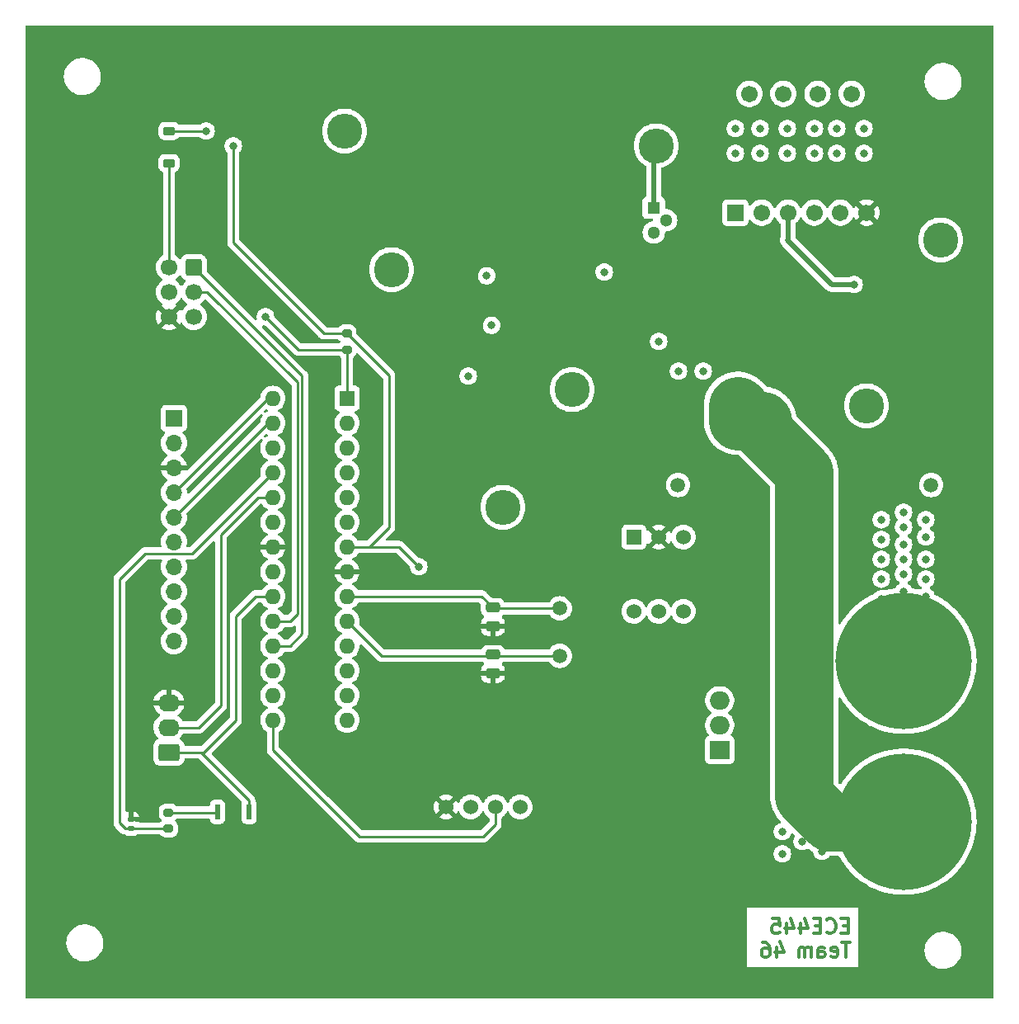
<source format=gbl>
G04 #@! TF.GenerationSoftware,KiCad,Pcbnew,(7.0.0)*
G04 #@! TF.CreationDate,2023-03-29T00:30:15-05:00*
G04 #@! TF.ProjectId,445,3434352e-6b69-4636-9164-5f7063625858,rev?*
G04 #@! TF.SameCoordinates,Original*
G04 #@! TF.FileFunction,Copper,L2,Bot*
G04 #@! TF.FilePolarity,Positive*
%FSLAX46Y46*%
G04 Gerber Fmt 4.6, Leading zero omitted, Abs format (unit mm)*
G04 Created by KiCad (PCBNEW (7.0.0)) date 2023-03-29 00:30:15*
%MOMM*%
%LPD*%
G01*
G04 APERTURE LIST*
G04 Aperture macros list*
%AMRoundRect*
0 Rectangle with rounded corners*
0 $1 Rounding radius*
0 $2 $3 $4 $5 $6 $7 $8 $9 X,Y pos of 4 corners*
0 Add a 4 corners polygon primitive as box body*
4,1,4,$2,$3,$4,$5,$6,$7,$8,$9,$2,$3,0*
0 Add four circle primitives for the rounded corners*
1,1,$1+$1,$2,$3*
1,1,$1+$1,$4,$5*
1,1,$1+$1,$6,$7*
1,1,$1+$1,$8,$9*
0 Add four rect primitives between the rounded corners*
20,1,$1+$1,$2,$3,$4,$5,0*
20,1,$1+$1,$4,$5,$6,$7,0*
20,1,$1+$1,$6,$7,$8,$9,0*
20,1,$1+$1,$8,$9,$2,$3,0*%
G04 Aperture macros list end*
%ADD10C,0.300000*%
G04 #@! TA.AperFunction,NonConductor*
%ADD11C,0.300000*%
G04 #@! TD*
G04 #@! TA.AperFunction,ComponentPad*
%ADD12C,1.500000*%
G04 #@! TD*
G04 #@! TA.AperFunction,ComponentPad*
%ADD13R,1.701800X1.701800*%
G04 #@! TD*
G04 #@! TA.AperFunction,ComponentPad*
%ADD14C,1.701800*%
G04 #@! TD*
G04 #@! TA.AperFunction,ComponentPad*
%ADD15C,3.600000*%
G04 #@! TD*
G04 #@! TA.AperFunction,ComponentPad*
%ADD16C,9.000000*%
G04 #@! TD*
G04 #@! TA.AperFunction,ConnectorPad*
%ADD17C,14.000000*%
G04 #@! TD*
G04 #@! TA.AperFunction,ComponentPad*
%ADD18R,2.000000X1.905000*%
G04 #@! TD*
G04 #@! TA.AperFunction,ComponentPad*
%ADD19O,2.000000X1.905000*%
G04 #@! TD*
G04 #@! TA.AperFunction,ComponentPad*
%ADD20R,1.300000X1.300000*%
G04 #@! TD*
G04 #@! TA.AperFunction,ComponentPad*
%ADD21C,1.300000*%
G04 #@! TD*
G04 #@! TA.AperFunction,ComponentPad*
%ADD22R,1.700000X1.700000*%
G04 #@! TD*
G04 #@! TA.AperFunction,ComponentPad*
%ADD23O,1.700000X1.700000*%
G04 #@! TD*
G04 #@! TA.AperFunction,ComponentPad*
%ADD24R,1.600000X1.600000*%
G04 #@! TD*
G04 #@! TA.AperFunction,ComponentPad*
%ADD25O,1.600000X1.600000*%
G04 #@! TD*
G04 #@! TA.AperFunction,ComponentPad*
%ADD26C,1.530000*%
G04 #@! TD*
G04 #@! TA.AperFunction,SMDPad,CuDef*
%ADD27RoundRect,0.225000X-0.375000X0.225000X-0.375000X-0.225000X0.375000X-0.225000X0.375000X0.225000X0*%
G04 #@! TD*
G04 #@! TA.AperFunction,ComponentPad*
%ADD28RoundRect,0.250000X0.600000X0.600000X-0.600000X0.600000X-0.600000X-0.600000X0.600000X-0.600000X0*%
G04 #@! TD*
G04 #@! TA.AperFunction,ComponentPad*
%ADD29C,1.700000*%
G04 #@! TD*
G04 #@! TA.AperFunction,SMDPad,CuDef*
%ADD30RoundRect,0.250000X-0.475000X0.250000X-0.475000X-0.250000X0.475000X-0.250000X0.475000X0.250000X0*%
G04 #@! TD*
G04 #@! TA.AperFunction,SMDPad,CuDef*
%ADD31RoundRect,0.200000X0.275000X-0.200000X0.275000X0.200000X-0.275000X0.200000X-0.275000X-0.200000X0*%
G04 #@! TD*
G04 #@! TA.AperFunction,ComponentPad*
%ADD32R,1.524000X1.524000*%
G04 #@! TD*
G04 #@! TA.AperFunction,ComponentPad*
%ADD33C,1.524000*%
G04 #@! TD*
G04 #@! TA.AperFunction,SMDPad,CuDef*
%ADD34RoundRect,0.140000X0.170000X-0.140000X0.170000X0.140000X-0.170000X0.140000X-0.170000X-0.140000X0*%
G04 #@! TD*
G04 #@! TA.AperFunction,SMDPad,CuDef*
%ADD35RoundRect,0.200000X-0.275000X0.200000X-0.275000X-0.200000X0.275000X-0.200000X0.275000X0.200000X0*%
G04 #@! TD*
G04 #@! TA.AperFunction,ComponentPad*
%ADD36RoundRect,0.250000X0.845000X-0.620000X0.845000X0.620000X-0.845000X0.620000X-0.845000X-0.620000X0*%
G04 #@! TD*
G04 #@! TA.AperFunction,ComponentPad*
%ADD37O,2.190000X1.740000*%
G04 #@! TD*
G04 #@! TA.AperFunction,SMDPad,CuDef*
%ADD38R,0.550000X1.500000*%
G04 #@! TD*
G04 #@! TA.AperFunction,ViaPad*
%ADD39C,0.800000*%
G04 #@! TD*
G04 #@! TA.AperFunction,Conductor*
%ADD40C,0.254000*%
G04 #@! TD*
G04 #@! TA.AperFunction,Conductor*
%ADD41C,6.000000*%
G04 #@! TD*
G04 #@! TA.AperFunction,Conductor*
%ADD42C,0.508000*%
G04 #@! TD*
G04 APERTURE END LIST*
D10*
D11*
X197762857Y-120917857D02*
X197262857Y-120917857D01*
X197048571Y-121703571D02*
X197762857Y-121703571D01*
X197762857Y-121703571D02*
X197762857Y-120203571D01*
X197762857Y-120203571D02*
X197048571Y-120203571D01*
X195548571Y-121560714D02*
X195619999Y-121632142D01*
X195619999Y-121632142D02*
X195834285Y-121703571D01*
X195834285Y-121703571D02*
X195977142Y-121703571D01*
X195977142Y-121703571D02*
X196191428Y-121632142D01*
X196191428Y-121632142D02*
X196334285Y-121489285D01*
X196334285Y-121489285D02*
X196405714Y-121346428D01*
X196405714Y-121346428D02*
X196477142Y-121060714D01*
X196477142Y-121060714D02*
X196477142Y-120846428D01*
X196477142Y-120846428D02*
X196405714Y-120560714D01*
X196405714Y-120560714D02*
X196334285Y-120417857D01*
X196334285Y-120417857D02*
X196191428Y-120275000D01*
X196191428Y-120275000D02*
X195977142Y-120203571D01*
X195977142Y-120203571D02*
X195834285Y-120203571D01*
X195834285Y-120203571D02*
X195619999Y-120275000D01*
X195619999Y-120275000D02*
X195548571Y-120346428D01*
X194905714Y-120917857D02*
X194405714Y-120917857D01*
X194191428Y-121703571D02*
X194905714Y-121703571D01*
X194905714Y-121703571D02*
X194905714Y-120203571D01*
X194905714Y-120203571D02*
X194191428Y-120203571D01*
X192905714Y-120703571D02*
X192905714Y-121703571D01*
X193262856Y-120132142D02*
X193619999Y-121203571D01*
X193619999Y-121203571D02*
X192691428Y-121203571D01*
X191477143Y-120703571D02*
X191477143Y-121703571D01*
X191834285Y-120132142D02*
X192191428Y-121203571D01*
X192191428Y-121203571D02*
X191262857Y-121203571D01*
X189977143Y-120203571D02*
X190691429Y-120203571D01*
X190691429Y-120203571D02*
X190762857Y-120917857D01*
X190762857Y-120917857D02*
X190691429Y-120846428D01*
X190691429Y-120846428D02*
X190548572Y-120775000D01*
X190548572Y-120775000D02*
X190191429Y-120775000D01*
X190191429Y-120775000D02*
X190048572Y-120846428D01*
X190048572Y-120846428D02*
X189977143Y-120917857D01*
X189977143Y-120917857D02*
X189905714Y-121060714D01*
X189905714Y-121060714D02*
X189905714Y-121417857D01*
X189905714Y-121417857D02*
X189977143Y-121560714D01*
X189977143Y-121560714D02*
X190048572Y-121632142D01*
X190048572Y-121632142D02*
X190191429Y-121703571D01*
X190191429Y-121703571D02*
X190548572Y-121703571D01*
X190548572Y-121703571D02*
X190691429Y-121632142D01*
X190691429Y-121632142D02*
X190762857Y-121560714D01*
X197977142Y-122633571D02*
X197120000Y-122633571D01*
X197548571Y-124133571D02*
X197548571Y-122633571D01*
X196048571Y-124062142D02*
X196191428Y-124133571D01*
X196191428Y-124133571D02*
X196477143Y-124133571D01*
X196477143Y-124133571D02*
X196620000Y-124062142D01*
X196620000Y-124062142D02*
X196691428Y-123919285D01*
X196691428Y-123919285D02*
X196691428Y-123347857D01*
X196691428Y-123347857D02*
X196620000Y-123205000D01*
X196620000Y-123205000D02*
X196477143Y-123133571D01*
X196477143Y-123133571D02*
X196191428Y-123133571D01*
X196191428Y-123133571D02*
X196048571Y-123205000D01*
X196048571Y-123205000D02*
X195977143Y-123347857D01*
X195977143Y-123347857D02*
X195977143Y-123490714D01*
X195977143Y-123490714D02*
X196691428Y-123633571D01*
X194691429Y-124133571D02*
X194691429Y-123347857D01*
X194691429Y-123347857D02*
X194762857Y-123205000D01*
X194762857Y-123205000D02*
X194905714Y-123133571D01*
X194905714Y-123133571D02*
X195191429Y-123133571D01*
X195191429Y-123133571D02*
X195334286Y-123205000D01*
X194691429Y-124062142D02*
X194834286Y-124133571D01*
X194834286Y-124133571D02*
X195191429Y-124133571D01*
X195191429Y-124133571D02*
X195334286Y-124062142D01*
X195334286Y-124062142D02*
X195405714Y-123919285D01*
X195405714Y-123919285D02*
X195405714Y-123776428D01*
X195405714Y-123776428D02*
X195334286Y-123633571D01*
X195334286Y-123633571D02*
X195191429Y-123562142D01*
X195191429Y-123562142D02*
X194834286Y-123562142D01*
X194834286Y-123562142D02*
X194691429Y-123490714D01*
X193977143Y-124133571D02*
X193977143Y-123133571D01*
X193977143Y-123276428D02*
X193905714Y-123205000D01*
X193905714Y-123205000D02*
X193762857Y-123133571D01*
X193762857Y-123133571D02*
X193548571Y-123133571D01*
X193548571Y-123133571D02*
X193405714Y-123205000D01*
X193405714Y-123205000D02*
X193334286Y-123347857D01*
X193334286Y-123347857D02*
X193334286Y-124133571D01*
X193334286Y-123347857D02*
X193262857Y-123205000D01*
X193262857Y-123205000D02*
X193120000Y-123133571D01*
X193120000Y-123133571D02*
X192905714Y-123133571D01*
X192905714Y-123133571D02*
X192762857Y-123205000D01*
X192762857Y-123205000D02*
X192691428Y-123347857D01*
X192691428Y-123347857D02*
X192691428Y-124133571D01*
X190434286Y-123133571D02*
X190434286Y-124133571D01*
X190791428Y-122562142D02*
X191148571Y-123633571D01*
X191148571Y-123633571D02*
X190220000Y-123633571D01*
X189005715Y-122633571D02*
X189291429Y-122633571D01*
X189291429Y-122633571D02*
X189434286Y-122705000D01*
X189434286Y-122705000D02*
X189505715Y-122776428D01*
X189505715Y-122776428D02*
X189648572Y-122990714D01*
X189648572Y-122990714D02*
X189720000Y-123276428D01*
X189720000Y-123276428D02*
X189720000Y-123847857D01*
X189720000Y-123847857D02*
X189648572Y-123990714D01*
X189648572Y-123990714D02*
X189577143Y-124062142D01*
X189577143Y-124062142D02*
X189434286Y-124133571D01*
X189434286Y-124133571D02*
X189148572Y-124133571D01*
X189148572Y-124133571D02*
X189005715Y-124062142D01*
X189005715Y-124062142D02*
X188934286Y-123990714D01*
X188934286Y-123990714D02*
X188862857Y-123847857D01*
X188862857Y-123847857D02*
X188862857Y-123490714D01*
X188862857Y-123490714D02*
X188934286Y-123347857D01*
X188934286Y-123347857D02*
X189005715Y-123276428D01*
X189005715Y-123276428D02*
X189148572Y-123205000D01*
X189148572Y-123205000D02*
X189434286Y-123205000D01*
X189434286Y-123205000D02*
X189577143Y-123276428D01*
X189577143Y-123276428D02*
X189648572Y-123347857D01*
X189648572Y-123347857D02*
X189720000Y-123490714D01*
D12*
X206294000Y-75692000D03*
X180294000Y-75692000D03*
D13*
X186175999Y-47745999D03*
D14*
X188876000Y-47746000D03*
X191576000Y-47746000D03*
X194276000Y-47746000D03*
X196976000Y-47746000D03*
X199676000Y-47746000D03*
X198116000Y-35546000D03*
X194616000Y-35546000D03*
X191116000Y-35546000D03*
X187616000Y-35546000D03*
D15*
X150876000Y-53594000D03*
X169418000Y-65913000D03*
D16*
X203454000Y-110236000D03*
D17*
X203454000Y-110236000D03*
D15*
X199644000Y-67564000D03*
X162306000Y-77978000D03*
X178054000Y-40894000D03*
D18*
X184586999Y-102869999D03*
D19*
X184586999Y-100329999D03*
X184586999Y-97789999D03*
D20*
X177799999Y-47233999D03*
D21*
X179070000Y-48514000D03*
X177800000Y-49774000D03*
D15*
X207264000Y-50546000D03*
X146050000Y-39370000D03*
D16*
X203454000Y-93726000D03*
D17*
X203454000Y-93726000D03*
D22*
X128523999Y-68833999D03*
D23*
X128523999Y-71373999D03*
X128523999Y-73913999D03*
X128523999Y-76453999D03*
X128523999Y-78993999D03*
X128523999Y-81533999D03*
X128523999Y-84073999D03*
X128523999Y-86613999D03*
X128523999Y-89153999D03*
X128523999Y-91693999D03*
D12*
X168148000Y-93218000D03*
X168148000Y-88338000D03*
D24*
X146303999Y-66801999D03*
D25*
X146303999Y-69341999D03*
X146303999Y-71881999D03*
X146303999Y-74421999D03*
X146303999Y-76961999D03*
X146303999Y-79501999D03*
X146303999Y-82041999D03*
X146303999Y-84581999D03*
X146303999Y-87121999D03*
X146303999Y-89661999D03*
X146303999Y-92201999D03*
X146303999Y-94741999D03*
X146303999Y-97281999D03*
X146303999Y-99821999D03*
X138683999Y-99821999D03*
X138683999Y-97281999D03*
X138683999Y-94741999D03*
X138683999Y-92201999D03*
X138683999Y-89661999D03*
X138683999Y-87121999D03*
X138683999Y-84581999D03*
X138683999Y-82041999D03*
X138683999Y-79501999D03*
X138683999Y-76961999D03*
X138683999Y-74421999D03*
X138683999Y-71881999D03*
X138683999Y-69341999D03*
X138683999Y-66801999D03*
D26*
X164084000Y-108731000D03*
X161544000Y-108731000D03*
X159004000Y-108731000D03*
X156464000Y-108731000D03*
D27*
X128016000Y-39370000D03*
X128016000Y-42670000D03*
D28*
X130556000Y-53340000D03*
D29*
X128016000Y-53340000D03*
X130556000Y-55880000D03*
X128016000Y-55880000D03*
X130556000Y-58420000D03*
X128016000Y-58420000D03*
D30*
X161290000Y-88270000D03*
X161290000Y-90170000D03*
D31*
X127952000Y-110934000D03*
X127952000Y-109284000D03*
D32*
X175767999Y-81025999D03*
D33*
X178308000Y-81026000D03*
X180848000Y-81026000D03*
X180848000Y-88646000D03*
X178308000Y-88646000D03*
X175768000Y-88646000D03*
D34*
X124142000Y-110934000D03*
X124142000Y-109974000D03*
D35*
X146304000Y-60135000D03*
X146304000Y-61785000D03*
D30*
X161290000Y-93096000D03*
X161290000Y-94996000D03*
D36*
X128006000Y-103124000D03*
D37*
X128005999Y-100583999D03*
X128005999Y-98043999D03*
D38*
X136244999Y-109219999D03*
X132994999Y-109219999D03*
D39*
X199390000Y-41656000D03*
X196596000Y-41656000D03*
X194310000Y-41656000D03*
X191516000Y-41656000D03*
X188722000Y-41656000D03*
X186182000Y-41656000D03*
X186182000Y-39116000D03*
X199390000Y-39116000D03*
X196596000Y-39116000D03*
X194310000Y-39116000D03*
X191516000Y-39116000D03*
X188722000Y-39116000D03*
X158750000Y-64516000D03*
X160642000Y-54229000D03*
X180340000Y-64008000D03*
X182880000Y-64008000D03*
X161150000Y-59309000D03*
X172720000Y-53838000D03*
X178308000Y-60960000D03*
X134620000Y-40894000D03*
X153670000Y-84074000D03*
X131826000Y-39370000D03*
X138938000Y-48260000D03*
X124206000Y-107950000D03*
X132842000Y-42672000D03*
X166624000Y-104648000D03*
X149860000Y-47752000D03*
X161290000Y-98806000D03*
X162839400Y-33413700D03*
X149123400Y-32905700D03*
X138684000Y-44704000D03*
X159512000Y-90170000D03*
X191008000Y-113538000D03*
X191008000Y-106680000D03*
X188214000Y-68072000D03*
X185674000Y-68072000D03*
X195072000Y-106680000D03*
X186436000Y-69088000D03*
X187452000Y-67056000D03*
X186944000Y-68072000D03*
X191008000Y-111252000D03*
X195072000Y-108966000D03*
X188976000Y-69088000D03*
X193040000Y-112268000D03*
X195072000Y-113284000D03*
X193040000Y-109982000D03*
X193040000Y-107696000D03*
X195072000Y-111252000D03*
X191008000Y-108966000D03*
X186182000Y-67056000D03*
X187706000Y-69088000D03*
X205740000Y-87122000D03*
X203454000Y-81788000D03*
X205740000Y-79248000D03*
X201168000Y-87376000D03*
X203454000Y-80010000D03*
X201168000Y-85344000D03*
X203454000Y-83312000D03*
X201168000Y-79248000D03*
X203454000Y-78486000D03*
X205740000Y-85344000D03*
X203454000Y-86614000D03*
X203454000Y-84836000D03*
X205740000Y-81026000D03*
X205740000Y-83312000D03*
X201168000Y-83312000D03*
X201168000Y-81280000D03*
X137922000Y-58420000D03*
X198374000Y-55118000D03*
D40*
X148336000Y-82042000D02*
X146304000Y-82042000D01*
X131318000Y-103124000D02*
X136245000Y-108051000D01*
X134620000Y-40894000D02*
X134620000Y-50800000D01*
X151638000Y-82042000D02*
X148336000Y-82042000D01*
X134874000Y-99822000D02*
X134874000Y-89154000D01*
X153670000Y-84074000D02*
X151638000Y-82042000D01*
X131826000Y-39370000D02*
X128016000Y-39370000D01*
X128006000Y-103124000D02*
X131318000Y-103124000D01*
X148590000Y-82042000D02*
X148336000Y-82042000D01*
X146304000Y-60135000D02*
X150622000Y-64453000D01*
X128006000Y-103124000D02*
X131572000Y-103124000D01*
X136245000Y-108051000D02*
X136245000Y-109220000D01*
X134620000Y-50800000D02*
X143955000Y-60135000D01*
X131572000Y-103124000D02*
X134874000Y-99822000D01*
X150622000Y-80010000D02*
X148590000Y-82042000D01*
X150622000Y-64453000D02*
X150622000Y-80010000D01*
X136906000Y-87122000D02*
X138684000Y-87122000D01*
X134874000Y-89154000D02*
X136906000Y-87122000D01*
X128006000Y-103124000D02*
X128169000Y-103287000D01*
X143955000Y-60135000D02*
X146304000Y-60135000D01*
X124142000Y-109974000D02*
X124142000Y-108014000D01*
X161290000Y-90170000D02*
X159512000Y-90170000D01*
X124142000Y-108014000D02*
X124206000Y-107950000D01*
X161356000Y-98740000D02*
X161356000Y-95250000D01*
X161290000Y-98806000D02*
X161356000Y-98740000D01*
X146304000Y-89662000D02*
X149860000Y-93218000D01*
X165100000Y-93218000D02*
X168082000Y-93218000D01*
X149860000Y-93218000D02*
X165100000Y-93218000D01*
X162306000Y-93218000D02*
X165100000Y-93218000D01*
X161478000Y-88326000D02*
X161412000Y-88392000D01*
X161466000Y-88338000D02*
X161412000Y-88392000D01*
X168082000Y-88338000D02*
X161466000Y-88338000D01*
X152654000Y-87122000D02*
X152744000Y-87122000D01*
X161290000Y-88270000D02*
X160142000Y-87122000D01*
X160142000Y-87122000D02*
X146304000Y-87122000D01*
X146304000Y-87122000D02*
X152654000Y-87122000D01*
X122936000Y-110368219D02*
X122936000Y-85344000D01*
X125569000Y-82711000D02*
X130395000Y-82711000D01*
X122936000Y-85344000D02*
X125569000Y-82711000D01*
X130395000Y-82711000D02*
X138684000Y-74422000D01*
X127952000Y-110934000D02*
X124142000Y-110934000D01*
X123501781Y-110934000D02*
X122936000Y-110368219D01*
X124142000Y-110934000D02*
X123501781Y-110934000D01*
D41*
X186436000Y-67564000D02*
X186944000Y-68072000D01*
X193254000Y-107656000D02*
X193254000Y-74382000D01*
X193254000Y-74382000D02*
X188976000Y-70104000D01*
X195834000Y-110236000D02*
X193254000Y-107656000D01*
X203454000Y-110236000D02*
X195834000Y-110236000D01*
X188976000Y-70104000D02*
X188976000Y-69088000D01*
X187960000Y-69088000D02*
X186436000Y-69088000D01*
X188976000Y-69088000D02*
X187960000Y-69088000D01*
X186436000Y-69088000D02*
X186436000Y-67564000D01*
X187960000Y-69088000D02*
X187960000Y-69088000D01*
D40*
X128016000Y-42670000D02*
X128016000Y-53340000D01*
D42*
X198882000Y-88900000D02*
X198882000Y-89408000D01*
X206502000Y-93204500D02*
X205482000Y-92184500D01*
X198882000Y-90424000D02*
X198882000Y-93980000D01*
X198882000Y-89408000D02*
X198374000Y-89916000D01*
X198882000Y-93980000D02*
X197612000Y-95250000D01*
X198374000Y-89916000D02*
X198882000Y-90424000D01*
D40*
X133350000Y-98298000D02*
X133350000Y-80772000D01*
X137160000Y-76962000D02*
X138684000Y-76962000D01*
X133350000Y-80772000D02*
X137160000Y-76962000D01*
X128006000Y-100584000D02*
X131064000Y-100584000D01*
X131064000Y-100584000D02*
X133350000Y-98298000D01*
X141678000Y-64462000D02*
X141678000Y-90986000D01*
X140462000Y-92202000D02*
X138684000Y-92202000D01*
X130556000Y-53340000D02*
X141678000Y-64462000D01*
X141678000Y-90986000D02*
X140462000Y-92202000D01*
X141224000Y-65158052D02*
X131945948Y-55880000D01*
X140462000Y-89662000D02*
X141224000Y-88900000D01*
X138684000Y-89662000D02*
X140462000Y-89662000D01*
X131945948Y-55880000D02*
X130556000Y-55880000D01*
X141224000Y-88900000D02*
X141224000Y-65158052D01*
X146304000Y-61785000D02*
X141287000Y-61785000D01*
X146304000Y-61785000D02*
X146304000Y-66802000D01*
X141287000Y-61785000D02*
X137922000Y-58420000D01*
X138176000Y-66802000D02*
X138484000Y-66802000D01*
X128524000Y-76454000D02*
X138176000Y-66802000D01*
X128524000Y-78994000D02*
X138176000Y-69342000D01*
X138176000Y-69342000D02*
X138684000Y-69342000D01*
D42*
X177800000Y-41138000D02*
X177800000Y-47234000D01*
X191576000Y-50486000D02*
X191576000Y-47746000D01*
X196088000Y-55118000D02*
X191516000Y-50546000D01*
X198374000Y-55118000D02*
X196088000Y-55118000D01*
X191516000Y-50546000D02*
X191576000Y-50486000D01*
D40*
X127952000Y-109284000D02*
X128080000Y-109156000D01*
X127952000Y-109284000D02*
X132931000Y-109284000D01*
X161544000Y-108731000D02*
X161544000Y-110490000D01*
X161544000Y-110490000D02*
X160274000Y-111760000D01*
X138684000Y-102870000D02*
X138684000Y-99822000D01*
X160274000Y-111760000D02*
X147574000Y-111760000D01*
X147574000Y-111760000D02*
X138684000Y-102870000D01*
G04 #@! TA.AperFunction,Conductor*
G36*
X212619500Y-28539113D02*
G01*
X212664887Y-28584500D01*
X212681500Y-28646500D01*
X212681500Y-128245500D01*
X212664887Y-128307500D01*
X212619500Y-128352887D01*
X212557500Y-128369500D01*
X113406500Y-128369500D01*
X113344500Y-128352887D01*
X113299113Y-128307500D01*
X113282500Y-128245500D01*
X113282500Y-122751596D01*
X117475687Y-122751596D01*
X117476181Y-122756093D01*
X117476182Y-122756098D01*
X117498839Y-122962014D01*
X117506114Y-123028124D01*
X117507259Y-123032504D01*
X117507261Y-123032514D01*
X117525529Y-123102388D01*
X117576480Y-123297276D01*
X117578245Y-123301430D01*
X117578248Y-123301438D01*
X117683512Y-123549145D01*
X117685284Y-123553314D01*
X117830208Y-123790781D01*
X117833106Y-123794264D01*
X117833108Y-123794266D01*
X117918819Y-123897259D01*
X118008163Y-124004617D01*
X118011538Y-124007641D01*
X118011539Y-124007642D01*
X118119073Y-124103993D01*
X118215357Y-124190263D01*
X118447373Y-124343763D01*
X118699267Y-124461846D01*
X118965669Y-124541995D01*
X119240901Y-124582500D01*
X119447201Y-124582500D01*
X119449463Y-124582500D01*
X119657455Y-124567277D01*
X119928997Y-124506788D01*
X120188838Y-124407408D01*
X120431440Y-124271253D01*
X120651632Y-124101226D01*
X120844722Y-123900951D01*
X121006593Y-123674696D01*
X121133797Y-123427283D01*
X121223621Y-123163986D01*
X121274152Y-122890416D01*
X121284313Y-122612404D01*
X121253886Y-122335876D01*
X121183520Y-122066724D01*
X121074716Y-121810686D01*
X120929792Y-121573219D01*
X120751837Y-121359383D01*
X120748460Y-121356357D01*
X120548023Y-121176765D01*
X120548019Y-121176761D01*
X120544643Y-121173737D01*
X120312627Y-121020237D01*
X120308533Y-121018317D01*
X120308528Y-121018315D01*
X120064834Y-120904076D01*
X120064828Y-120904073D01*
X120060733Y-120902154D01*
X120056394Y-120900848D01*
X120056390Y-120900847D01*
X119798677Y-120823312D01*
X119798670Y-120823310D01*
X119794331Y-120822005D01*
X119789852Y-120821345D01*
X119789844Y-120821344D01*
X119523573Y-120782158D01*
X119523567Y-120782157D01*
X119519099Y-120781500D01*
X119310537Y-120781500D01*
X119308288Y-120781664D01*
X119308277Y-120781665D01*
X119107075Y-120796391D01*
X119107068Y-120796391D01*
X119102545Y-120796723D01*
X119098120Y-120797708D01*
X119098111Y-120797710D01*
X118835434Y-120856224D01*
X118835421Y-120856227D01*
X118831003Y-120857212D01*
X118826774Y-120858829D01*
X118826762Y-120858833D01*
X118575393Y-120954973D01*
X118575383Y-120954977D01*
X118571162Y-120956592D01*
X118567221Y-120958803D01*
X118567212Y-120958808D01*
X118332511Y-121090529D01*
X118332505Y-121090532D01*
X118328560Y-121092747D01*
X118324989Y-121095504D01*
X118324976Y-121095513D01*
X118111952Y-121260006D01*
X118111947Y-121260009D01*
X118108368Y-121262774D01*
X118105221Y-121266037D01*
X118105221Y-121266038D01*
X117918427Y-121459782D01*
X117918421Y-121459788D01*
X117915278Y-121463049D01*
X117912639Y-121466737D01*
X117912637Y-121466740D01*
X117756046Y-121685614D01*
X117756040Y-121685623D01*
X117753407Y-121689304D01*
X117751334Y-121693334D01*
X117751332Y-121693339D01*
X117628277Y-121932681D01*
X117628271Y-121932692D01*
X117626203Y-121936717D01*
X117624743Y-121940996D01*
X117624739Y-121941006D01*
X117537840Y-122195730D01*
X117536379Y-122200014D01*
X117535556Y-122204467D01*
X117535556Y-122204469D01*
X117486671Y-122469123D01*
X117486669Y-122469136D01*
X117485848Y-122473584D01*
X117485682Y-122478111D01*
X117485682Y-122478116D01*
X117477463Y-122703006D01*
X117475687Y-122751596D01*
X113282500Y-122751596D01*
X113282500Y-119065214D01*
X187412358Y-119065214D01*
X187412358Y-125174786D01*
X198818460Y-125174786D01*
X198834786Y-125174786D01*
X198834786Y-123513596D01*
X205613687Y-123513596D01*
X205614181Y-123518093D01*
X205614182Y-123518098D01*
X205628961Y-123652416D01*
X205644114Y-123790124D01*
X205645259Y-123794504D01*
X205645261Y-123794514D01*
X205700190Y-124004617D01*
X205714480Y-124059276D01*
X205716245Y-124063430D01*
X205716248Y-124063438D01*
X205771441Y-124193318D01*
X205823284Y-124315314D01*
X205825641Y-124319176D01*
X205911537Y-124459923D01*
X205968208Y-124552781D01*
X205971106Y-124556264D01*
X205971108Y-124556266D01*
X205980547Y-124567608D01*
X206146163Y-124766617D01*
X206149538Y-124769641D01*
X206149539Y-124769642D01*
X206257073Y-124865993D01*
X206353357Y-124952263D01*
X206585373Y-125105763D01*
X206837267Y-125223846D01*
X207103669Y-125303995D01*
X207378901Y-125344500D01*
X207585201Y-125344500D01*
X207587463Y-125344500D01*
X207795455Y-125329277D01*
X208066997Y-125268788D01*
X208326838Y-125169408D01*
X208569440Y-125033253D01*
X208789632Y-124863226D01*
X208982722Y-124662951D01*
X209144593Y-124436696D01*
X209271797Y-124189283D01*
X209361621Y-123925986D01*
X209412152Y-123652416D01*
X209422313Y-123374404D01*
X209391886Y-123097876D01*
X209321520Y-122828724D01*
X209212716Y-122572686D01*
X209067792Y-122335219D01*
X208889837Y-122121383D01*
X208824188Y-122062561D01*
X208686023Y-121938765D01*
X208686019Y-121938761D01*
X208682643Y-121935737D01*
X208450627Y-121782237D01*
X208446533Y-121780317D01*
X208446528Y-121780315D01*
X208202834Y-121666076D01*
X208202828Y-121666073D01*
X208198733Y-121664154D01*
X208194394Y-121662848D01*
X208194390Y-121662847D01*
X207936677Y-121585312D01*
X207936670Y-121585310D01*
X207932331Y-121584005D01*
X207927852Y-121583345D01*
X207927844Y-121583344D01*
X207661573Y-121544158D01*
X207661567Y-121544157D01*
X207657099Y-121543500D01*
X207448537Y-121543500D01*
X207446288Y-121543664D01*
X207446277Y-121543665D01*
X207245075Y-121558391D01*
X207245068Y-121558391D01*
X207240545Y-121558723D01*
X207236120Y-121559708D01*
X207236111Y-121559710D01*
X206973434Y-121618224D01*
X206973421Y-121618227D01*
X206969003Y-121619212D01*
X206964774Y-121620829D01*
X206964762Y-121620833D01*
X206713393Y-121716973D01*
X206713383Y-121716977D01*
X206709162Y-121718592D01*
X206705221Y-121720803D01*
X206705212Y-121720808D01*
X206470511Y-121852529D01*
X206470505Y-121852532D01*
X206466560Y-121854747D01*
X206462989Y-121857504D01*
X206462976Y-121857513D01*
X206249952Y-122022006D01*
X206249947Y-122022009D01*
X206246368Y-122024774D01*
X206243221Y-122028037D01*
X206243221Y-122028038D01*
X206056427Y-122221782D01*
X206056421Y-122221788D01*
X206053278Y-122225049D01*
X206050639Y-122228737D01*
X206050637Y-122228740D01*
X205894046Y-122447614D01*
X205894040Y-122447623D01*
X205891407Y-122451304D01*
X205889334Y-122455334D01*
X205889332Y-122455339D01*
X205766277Y-122694681D01*
X205766271Y-122694692D01*
X205764203Y-122698717D01*
X205762743Y-122702996D01*
X205762739Y-122703006D01*
X205697283Y-122894876D01*
X205674379Y-122962014D01*
X205673556Y-122966467D01*
X205673556Y-122966469D01*
X205624671Y-123231123D01*
X205624669Y-123231136D01*
X205623848Y-123235584D01*
X205623682Y-123240111D01*
X205623682Y-123240116D01*
X205616842Y-123427283D01*
X205613687Y-123513596D01*
X198834786Y-123513596D01*
X198834786Y-119065214D01*
X187412358Y-119065214D01*
X113282500Y-119065214D01*
X113282500Y-113538000D01*
X190102540Y-113538000D01*
X190103219Y-113544460D01*
X190121646Y-113719795D01*
X190121647Y-113719803D01*
X190122326Y-113726256D01*
X190124331Y-113732428D01*
X190124333Y-113732435D01*
X190178813Y-113900105D01*
X190180821Y-113906284D01*
X190184068Y-113911908D01*
X190184069Y-113911910D01*
X190272068Y-114064330D01*
X190275467Y-114070216D01*
X190279811Y-114075041D01*
X190279813Y-114075043D01*
X190344150Y-114146496D01*
X190402129Y-114210888D01*
X190555270Y-114322151D01*
X190728197Y-114399144D01*
X190913354Y-114438500D01*
X191096143Y-114438500D01*
X191102646Y-114438500D01*
X191287803Y-114399144D01*
X191460730Y-114322151D01*
X191613871Y-114210888D01*
X191740533Y-114070216D01*
X191835179Y-113906284D01*
X191893674Y-113726256D01*
X191913460Y-113538000D01*
X191893674Y-113349744D01*
X191835179Y-113169716D01*
X191740533Y-113005784D01*
X191725566Y-112989162D01*
X191618220Y-112869942D01*
X191618219Y-112869941D01*
X191613871Y-112865112D01*
X191608613Y-112861292D01*
X191608611Y-112861290D01*
X191465988Y-112757669D01*
X191465987Y-112757668D01*
X191460730Y-112753849D01*
X191454792Y-112751205D01*
X191293745Y-112679501D01*
X191293740Y-112679499D01*
X191287803Y-112676856D01*
X191281444Y-112675504D01*
X191281440Y-112675503D01*
X191109008Y-112638852D01*
X191109005Y-112638851D01*
X191102646Y-112637500D01*
X190913354Y-112637500D01*
X190906995Y-112638851D01*
X190906991Y-112638852D01*
X190734559Y-112675503D01*
X190734552Y-112675505D01*
X190728197Y-112676856D01*
X190722262Y-112679498D01*
X190722254Y-112679501D01*
X190561207Y-112751205D01*
X190561202Y-112751207D01*
X190555270Y-112753849D01*
X190550016Y-112757665D01*
X190550011Y-112757669D01*
X190407388Y-112861290D01*
X190407381Y-112861295D01*
X190402129Y-112865112D01*
X190397784Y-112869937D01*
X190397779Y-112869942D01*
X190279813Y-113000956D01*
X190279808Y-113000962D01*
X190275467Y-113005784D01*
X190272222Y-113011404D01*
X190272218Y-113011410D01*
X190184069Y-113164089D01*
X190184066Y-113164094D01*
X190180821Y-113169716D01*
X190178815Y-113175888D01*
X190178813Y-113175894D01*
X190124333Y-113343564D01*
X190124331Y-113343573D01*
X190122326Y-113349744D01*
X190121648Y-113356194D01*
X190121646Y-113356204D01*
X190108800Y-113478435D01*
X190102540Y-113538000D01*
X113282500Y-113538000D01*
X113282500Y-85324133D01*
X122303825Y-85324133D01*
X122304559Y-85331898D01*
X122304559Y-85331900D01*
X122307950Y-85367769D01*
X122308500Y-85379439D01*
X122308500Y-110290174D01*
X122307976Y-110301285D01*
X122306320Y-110308696D01*
X122306565Y-110316493D01*
X122306565Y-110316494D01*
X122308439Y-110376138D01*
X122308500Y-110380032D01*
X122308500Y-110407695D01*
X122308988Y-110411562D01*
X122308989Y-110411573D01*
X122309007Y-110411713D01*
X122309921Y-110423336D01*
X122311053Y-110459363D01*
X122311054Y-110459369D01*
X122311299Y-110467162D01*
X122313474Y-110474651D01*
X122313475Y-110474652D01*
X122316917Y-110486499D01*
X122320860Y-110505543D01*
X122322404Y-110517767D01*
X122322407Y-110517778D01*
X122323384Y-110525512D01*
X122326253Y-110532760D01*
X122326256Y-110532769D01*
X122339519Y-110566269D01*
X122343302Y-110577316D01*
X122355532Y-110619410D01*
X122359502Y-110626122D01*
X122359503Y-110626125D01*
X122365776Y-110636732D01*
X122374336Y-110654204D01*
X122381747Y-110672922D01*
X122386332Y-110679233D01*
X122386334Y-110679236D01*
X122407512Y-110708386D01*
X122413924Y-110718147D01*
X122432264Y-110749158D01*
X122432266Y-110749161D01*
X122436237Y-110755875D01*
X122441755Y-110761393D01*
X122450471Y-110770109D01*
X122463103Y-110784898D01*
X122474937Y-110801186D01*
X122480947Y-110806157D01*
X122480949Y-110806160D01*
X122487963Y-110811962D01*
X122507174Y-110827855D01*
X122508705Y-110829121D01*
X122517346Y-110836984D01*
X123002885Y-111322523D01*
X123010372Y-111330751D01*
X123014441Y-111337162D01*
X123020125Y-111342499D01*
X123020127Y-111342502D01*
X123063627Y-111383351D01*
X123066423Y-111386061D01*
X123085985Y-111405623D01*
X123089076Y-111408020D01*
X123089180Y-111408101D01*
X123098059Y-111415685D01*
X123098873Y-111416449D01*
X123130014Y-111445693D01*
X123147662Y-111455394D01*
X123163920Y-111466075D01*
X123173652Y-111473625D01*
X123173656Y-111473627D01*
X123179819Y-111478408D01*
X123220039Y-111495812D01*
X123230530Y-111500951D01*
X123268947Y-111522072D01*
X123288444Y-111527078D01*
X123306846Y-111533378D01*
X123325322Y-111541373D01*
X123364968Y-111547651D01*
X123368607Y-111548228D01*
X123380050Y-111550598D01*
X123414953Y-111559560D01*
X123414954Y-111559560D01*
X123422509Y-111561500D01*
X123442641Y-111561500D01*
X123462037Y-111563026D01*
X123481914Y-111566175D01*
X123497980Y-111564656D01*
X123544251Y-111569029D01*
X123575745Y-111585077D01*
X123576313Y-111584117D01*
X123715605Y-111666494D01*
X123871007Y-111711643D01*
X123907310Y-111714500D01*
X124374245Y-111714500D01*
X124376690Y-111714500D01*
X124412993Y-111711643D01*
X124568395Y-111666494D01*
X124707687Y-111584117D01*
X124707765Y-111584249D01*
X124737539Y-111568185D01*
X124777704Y-111561500D01*
X127062481Y-111561500D01*
X127109934Y-111570939D01*
X127150162Y-111597819D01*
X127241815Y-111689472D01*
X127387394Y-111777478D01*
X127506859Y-111814704D01*
X127543542Y-111826135D01*
X127543544Y-111826135D01*
X127549804Y-111828086D01*
X127620384Y-111834500D01*
X128280797Y-111834500D01*
X128283616Y-111834500D01*
X128354196Y-111828086D01*
X128516606Y-111777478D01*
X128662185Y-111689472D01*
X128782472Y-111569185D01*
X128870478Y-111423606D01*
X128921086Y-111261196D01*
X128927500Y-111190616D01*
X128927500Y-110677384D01*
X128921086Y-110606804D01*
X128911743Y-110576822D01*
X128906961Y-110561473D01*
X128870478Y-110444394D01*
X128782472Y-110298815D01*
X128680338Y-110196681D01*
X128648244Y-110141094D01*
X128648244Y-110076906D01*
X128680338Y-110021319D01*
X128753838Y-109947819D01*
X128794066Y-109920939D01*
X128841519Y-109911500D01*
X132096681Y-109911500D01*
X132154809Y-109925969D01*
X132199372Y-109965998D01*
X132219971Y-110022246D01*
X132225079Y-110069768D01*
X132225080Y-110069773D01*
X132225909Y-110077483D01*
X132228619Y-110084749D01*
X132228620Y-110084753D01*
X132252323Y-110148304D01*
X132276204Y-110212331D01*
X132281518Y-110219430D01*
X132281519Y-110219431D01*
X132340250Y-110297886D01*
X132362454Y-110327546D01*
X132477669Y-110413796D01*
X132612517Y-110464091D01*
X132672127Y-110470500D01*
X133317872Y-110470499D01*
X133377483Y-110464091D01*
X133512331Y-110413796D01*
X133627546Y-110327546D01*
X133713796Y-110212331D01*
X133764091Y-110077483D01*
X133770500Y-110017873D01*
X133770499Y-108422128D01*
X133764091Y-108362517D01*
X133713796Y-108227669D01*
X133627546Y-108112454D01*
X133612237Y-108100994D01*
X133519431Y-108031519D01*
X133519430Y-108031518D01*
X133512331Y-108026204D01*
X133377483Y-107975909D01*
X133369770Y-107975079D01*
X133369767Y-107975079D01*
X133321180Y-107969855D01*
X133321169Y-107969854D01*
X133317873Y-107969500D01*
X133314550Y-107969500D01*
X132675439Y-107969500D01*
X132675420Y-107969500D01*
X132672128Y-107969501D01*
X132668850Y-107969853D01*
X132668838Y-107969854D01*
X132620231Y-107975079D01*
X132620225Y-107975080D01*
X132612517Y-107975909D01*
X132605252Y-107978618D01*
X132605246Y-107978620D01*
X132485980Y-108023104D01*
X132485978Y-108023104D01*
X132477669Y-108026204D01*
X132470572Y-108031516D01*
X132470568Y-108031519D01*
X132369550Y-108107141D01*
X132369546Y-108107144D01*
X132362454Y-108112454D01*
X132357144Y-108119546D01*
X132357141Y-108119550D01*
X132281519Y-108220568D01*
X132281516Y-108220572D01*
X132276204Y-108227669D01*
X132273104Y-108235978D01*
X132273104Y-108235980D01*
X132228620Y-108355247D01*
X132228619Y-108355250D01*
X132225909Y-108362517D01*
X132225079Y-108370227D01*
X132225079Y-108370232D01*
X132219855Y-108418819D01*
X132219854Y-108418831D01*
X132219500Y-108422127D01*
X132219500Y-108425449D01*
X132219500Y-108532500D01*
X132202887Y-108594500D01*
X132157500Y-108639887D01*
X132095500Y-108656500D01*
X128841519Y-108656500D01*
X128794066Y-108647061D01*
X128753838Y-108620181D01*
X128667488Y-108533831D01*
X128667487Y-108533830D01*
X128662185Y-108528528D01*
X128516606Y-108440522D01*
X128487500Y-108431452D01*
X128360457Y-108391864D01*
X128360448Y-108391862D01*
X128354196Y-108389914D01*
X128347662Y-108389320D01*
X128347661Y-108389320D01*
X128286425Y-108383755D01*
X128286419Y-108383754D01*
X128283616Y-108383500D01*
X127620384Y-108383500D01*
X127617581Y-108383754D01*
X127617574Y-108383755D01*
X127556338Y-108389320D01*
X127556335Y-108389320D01*
X127549804Y-108389914D01*
X127543553Y-108391861D01*
X127543542Y-108391864D01*
X127394550Y-108438292D01*
X127387394Y-108440522D01*
X127380982Y-108444398D01*
X127380978Y-108444400D01*
X127248232Y-108524648D01*
X127248227Y-108524651D01*
X127241815Y-108528528D01*
X127236515Y-108533827D01*
X127236511Y-108533831D01*
X127126831Y-108643511D01*
X127126827Y-108643515D01*
X127121528Y-108648815D01*
X127117651Y-108655227D01*
X127117648Y-108655232D01*
X127037400Y-108787978D01*
X127037398Y-108787982D01*
X127033522Y-108794394D01*
X127031292Y-108801548D01*
X127031292Y-108801550D01*
X126984864Y-108950542D01*
X126984861Y-108950553D01*
X126982914Y-108956804D01*
X126976500Y-109027384D01*
X126976500Y-109540616D01*
X126976754Y-109543419D01*
X126976755Y-109543425D01*
X126979256Y-109570947D01*
X126982914Y-109611196D01*
X126984862Y-109617448D01*
X126984864Y-109617457D01*
X127013746Y-109710142D01*
X127033522Y-109773606D01*
X127037399Y-109780020D01*
X127037400Y-109780021D01*
X127110571Y-109901061D01*
X127121528Y-109919185D01*
X127126830Y-109924487D01*
X127126831Y-109924488D01*
X127223662Y-110021319D01*
X127255756Y-110076906D01*
X127255756Y-110141094D01*
X127223662Y-110196681D01*
X127150162Y-110270181D01*
X127109934Y-110297061D01*
X127062481Y-110306500D01*
X125060079Y-110306500D01*
X125013377Y-110297369D01*
X124973552Y-110271321D01*
X124946471Y-110232191D01*
X124944132Y-110226844D01*
X124932075Y-110224000D01*
X124640353Y-110224000D01*
X124582450Y-110208160D01*
X124582271Y-110208576D01*
X124579349Y-110207311D01*
X124577234Y-110206733D01*
X124575112Y-110205478D01*
X124575109Y-110205476D01*
X124568395Y-110201506D01*
X124560902Y-110199329D01*
X124419081Y-110158125D01*
X124419074Y-110158123D01*
X124412993Y-110156357D01*
X124406682Y-110155860D01*
X124406675Y-110155859D01*
X124379124Y-110153691D01*
X124379110Y-110153690D01*
X124376690Y-110153500D01*
X124016000Y-110153500D01*
X123954000Y-110136887D01*
X123908613Y-110091500D01*
X123892000Y-110029500D01*
X123892000Y-109707674D01*
X124392000Y-109707674D01*
X124395450Y-109720549D01*
X124408326Y-109724000D01*
X124932075Y-109724000D01*
X124943054Y-109721409D01*
X124942479Y-109710142D01*
X124906207Y-109585293D01*
X124900061Y-109571091D01*
X124825691Y-109445339D01*
X124816200Y-109433103D01*
X124712896Y-109329799D01*
X124700660Y-109320308D01*
X124574909Y-109245939D01*
X124560702Y-109239791D01*
X124419002Y-109198623D01*
X124408415Y-109196689D01*
X124395706Y-109199217D01*
X124392000Y-109212359D01*
X124392000Y-109707674D01*
X123892000Y-109707674D01*
X123892000Y-109212363D01*
X123888293Y-109199218D01*
X123875585Y-109196690D01*
X123864994Y-109198624D01*
X123722095Y-109240141D01*
X123665222Y-109243047D01*
X123613048Y-109220226D01*
X123576576Y-109176490D01*
X123563500Y-109121065D01*
X123563500Y-97776479D01*
X126434070Y-97776479D01*
X126436214Y-97790138D01*
X126449491Y-97794000D01*
X127739674Y-97794000D01*
X127752549Y-97790549D01*
X127756000Y-97777674D01*
X128256000Y-97777674D01*
X128259450Y-97790549D01*
X128272326Y-97794000D01*
X129564699Y-97794000D01*
X129575534Y-97791544D01*
X129575652Y-97780435D01*
X129546793Y-97646530D01*
X129543719Y-97636492D01*
X129460693Y-97429875D01*
X129455972Y-97420511D01*
X129339216Y-97230886D01*
X129332981Y-97222456D01*
X129185864Y-97055300D01*
X129178280Y-97048031D01*
X129005039Y-96908149D01*
X128996340Y-96902269D01*
X128801945Y-96793673D01*
X128792375Y-96789348D01*
X128582427Y-96715168D01*
X128572260Y-96712521D01*
X128352797Y-96674890D01*
X128342337Y-96674000D01*
X128272326Y-96674000D01*
X128259450Y-96677450D01*
X128256000Y-96690326D01*
X128256000Y-97777674D01*
X127756000Y-97777674D01*
X127756000Y-96690326D01*
X127752549Y-96677450D01*
X127739674Y-96674000D01*
X127725436Y-96674000D01*
X127720179Y-96674223D01*
X127553883Y-96688377D01*
X127543534Y-96690151D01*
X127328048Y-96746259D01*
X127318142Y-96749760D01*
X127115245Y-96841475D01*
X127106075Y-96846598D01*
X126921591Y-96971287D01*
X126913421Y-96977884D01*
X126752662Y-97131959D01*
X126745734Y-97139830D01*
X126613313Y-97318875D01*
X126607818Y-97327798D01*
X126507567Y-97526637D01*
X126503654Y-97536374D01*
X126438448Y-97749293D01*
X126436238Y-97759547D01*
X126434070Y-97776479D01*
X123563500Y-97776479D01*
X123563500Y-85655281D01*
X123572939Y-85607828D01*
X123599819Y-85567600D01*
X125792600Y-83374819D01*
X125832828Y-83347939D01*
X125880281Y-83338500D01*
X127182216Y-83338500D01*
X127241859Y-83353786D01*
X127286797Y-83395875D01*
X127305951Y-83454390D01*
X127294598Y-83514905D01*
X127252386Y-83605427D01*
X127252383Y-83605432D01*
X127250097Y-83610337D01*
X127248698Y-83615557D01*
X127248694Y-83615569D01*
X127190337Y-83833365D01*
X127190335Y-83833371D01*
X127188937Y-83838592D01*
X127188465Y-83843977D01*
X127188465Y-83843982D01*
X127176560Y-83980057D01*
X127168341Y-84074000D01*
X127168813Y-84079395D01*
X127188022Y-84298956D01*
X127188937Y-84309408D01*
X127190336Y-84314630D01*
X127190337Y-84314634D01*
X127248694Y-84532430D01*
X127248697Y-84532438D01*
X127250097Y-84537663D01*
X127252385Y-84542570D01*
X127252386Y-84542572D01*
X127347678Y-84746927D01*
X127347681Y-84746933D01*
X127349965Y-84751830D01*
X127353064Y-84756257D01*
X127353066Y-84756259D01*
X127482399Y-84940966D01*
X127482402Y-84940970D01*
X127485505Y-84945401D01*
X127652599Y-85112495D01*
X127657032Y-85115599D01*
X127657038Y-85115604D01*
X127838158Y-85242425D01*
X127877024Y-85286743D01*
X127891035Y-85344000D01*
X127877024Y-85401257D01*
X127838159Y-85445575D01*
X127657041Y-85572395D01*
X127652599Y-85575505D01*
X127648775Y-85579328D01*
X127648769Y-85579334D01*
X127489334Y-85738769D01*
X127489328Y-85738775D01*
X127485505Y-85742599D01*
X127482402Y-85747029D01*
X127482399Y-85747034D01*
X127353073Y-85931731D01*
X127353068Y-85931738D01*
X127349965Y-85936171D01*
X127347677Y-85941077D01*
X127347675Y-85941081D01*
X127252386Y-86145427D01*
X127252383Y-86145432D01*
X127250097Y-86150337D01*
X127248698Y-86155557D01*
X127248694Y-86155569D01*
X127190337Y-86373365D01*
X127190335Y-86373371D01*
X127188937Y-86378592D01*
X127188465Y-86383977D01*
X127188465Y-86383982D01*
X127170279Y-86591849D01*
X127168341Y-86614000D01*
X127168813Y-86619395D01*
X127180072Y-86748089D01*
X127188937Y-86849408D01*
X127190336Y-86854630D01*
X127190337Y-86854634D01*
X127248694Y-87072430D01*
X127248697Y-87072438D01*
X127250097Y-87077663D01*
X127252385Y-87082570D01*
X127252386Y-87082572D01*
X127347678Y-87286927D01*
X127347681Y-87286933D01*
X127349965Y-87291830D01*
X127353064Y-87296257D01*
X127353066Y-87296259D01*
X127482399Y-87480966D01*
X127482402Y-87480970D01*
X127485505Y-87485401D01*
X127652599Y-87652495D01*
X127657032Y-87655599D01*
X127657038Y-87655604D01*
X127838158Y-87782425D01*
X127877024Y-87826743D01*
X127891035Y-87884000D01*
X127877024Y-87941257D01*
X127838159Y-87985575D01*
X127657041Y-88112395D01*
X127652599Y-88115505D01*
X127648775Y-88119328D01*
X127648769Y-88119334D01*
X127489334Y-88278769D01*
X127489328Y-88278775D01*
X127485505Y-88282599D01*
X127482402Y-88287029D01*
X127482399Y-88287034D01*
X127353073Y-88471731D01*
X127353068Y-88471738D01*
X127349965Y-88476171D01*
X127347677Y-88481077D01*
X127347675Y-88481081D01*
X127252386Y-88685427D01*
X127252383Y-88685432D01*
X127250097Y-88690337D01*
X127248698Y-88695557D01*
X127248694Y-88695569D01*
X127190337Y-88913365D01*
X127190335Y-88913371D01*
X127188937Y-88918592D01*
X127188465Y-88923977D01*
X127188465Y-88923982D01*
X127171102Y-89122438D01*
X127168341Y-89154000D01*
X127168813Y-89159395D01*
X127178533Y-89270500D01*
X127188937Y-89389408D01*
X127190336Y-89394630D01*
X127190337Y-89394634D01*
X127248694Y-89612430D01*
X127248697Y-89612438D01*
X127250097Y-89617663D01*
X127252385Y-89622570D01*
X127252386Y-89622572D01*
X127347678Y-89826927D01*
X127347681Y-89826933D01*
X127349965Y-89831830D01*
X127353064Y-89836257D01*
X127353066Y-89836259D01*
X127482399Y-90020966D01*
X127482402Y-90020970D01*
X127485505Y-90025401D01*
X127652599Y-90192495D01*
X127657032Y-90195599D01*
X127657038Y-90195604D01*
X127838158Y-90322425D01*
X127877024Y-90366743D01*
X127891035Y-90424000D01*
X127877024Y-90481257D01*
X127838159Y-90525575D01*
X127657041Y-90652395D01*
X127652599Y-90655505D01*
X127648775Y-90659328D01*
X127648769Y-90659334D01*
X127489334Y-90818769D01*
X127489328Y-90818775D01*
X127485505Y-90822599D01*
X127482402Y-90827029D01*
X127482399Y-90827034D01*
X127353073Y-91011731D01*
X127353068Y-91011738D01*
X127349965Y-91016171D01*
X127347677Y-91021077D01*
X127347675Y-91021081D01*
X127252386Y-91225427D01*
X127252383Y-91225432D01*
X127250097Y-91230337D01*
X127248698Y-91235557D01*
X127248694Y-91235569D01*
X127190337Y-91453365D01*
X127190335Y-91453371D01*
X127188937Y-91458592D01*
X127188465Y-91463977D01*
X127188465Y-91463982D01*
X127178796Y-91574500D01*
X127168341Y-91694000D01*
X127188937Y-91929408D01*
X127190336Y-91934630D01*
X127190337Y-91934634D01*
X127248694Y-92152430D01*
X127248697Y-92152438D01*
X127250097Y-92157663D01*
X127252385Y-92162570D01*
X127252386Y-92162572D01*
X127347678Y-92366927D01*
X127347681Y-92366933D01*
X127349965Y-92371830D01*
X127353064Y-92376257D01*
X127353066Y-92376259D01*
X127482399Y-92560966D01*
X127482402Y-92560970D01*
X127485505Y-92565401D01*
X127652599Y-92732495D01*
X127657031Y-92735598D01*
X127657033Y-92735600D01*
X127784030Y-92824524D01*
X127846170Y-92868035D01*
X128060337Y-92967903D01*
X128288592Y-93029063D01*
X128524000Y-93049659D01*
X128759408Y-93029063D01*
X128987663Y-92967903D01*
X129201830Y-92868035D01*
X129395401Y-92732495D01*
X129562495Y-92565401D01*
X129698035Y-92371830D01*
X129797903Y-92157663D01*
X129859063Y-91929408D01*
X129879659Y-91694000D01*
X129859063Y-91458592D01*
X129806486Y-91262371D01*
X129799305Y-91235569D01*
X129799304Y-91235567D01*
X129797903Y-91230337D01*
X129698035Y-91016171D01*
X129562495Y-90822599D01*
X129395401Y-90655505D01*
X129390968Y-90652401D01*
X129390961Y-90652395D01*
X129209842Y-90525575D01*
X129170976Y-90481257D01*
X129156965Y-90424000D01*
X129170976Y-90366743D01*
X129209842Y-90322425D01*
X129390961Y-90195604D01*
X129390961Y-90195603D01*
X129395401Y-90192495D01*
X129562495Y-90025401D01*
X129698035Y-89831830D01*
X129797903Y-89617663D01*
X129859063Y-89389408D01*
X129879659Y-89154000D01*
X129859063Y-88918592D01*
X129797903Y-88690337D01*
X129698035Y-88476171D01*
X129562495Y-88282599D01*
X129395401Y-88115505D01*
X129390968Y-88112401D01*
X129390961Y-88112395D01*
X129209842Y-87985575D01*
X129170976Y-87941257D01*
X129156965Y-87884000D01*
X129170976Y-87826743D01*
X129209842Y-87782425D01*
X129390961Y-87655604D01*
X129390961Y-87655603D01*
X129395401Y-87652495D01*
X129562495Y-87485401D01*
X129698035Y-87291830D01*
X129797903Y-87077663D01*
X129859063Y-86849408D01*
X129879659Y-86614000D01*
X129859063Y-86378592D01*
X129797903Y-86150337D01*
X129698035Y-85936171D01*
X129562495Y-85742599D01*
X129395401Y-85575505D01*
X129390968Y-85572401D01*
X129390961Y-85572395D01*
X129209842Y-85445575D01*
X129170976Y-85401257D01*
X129156965Y-85344000D01*
X129170976Y-85286743D01*
X129209842Y-85242425D01*
X129390961Y-85115604D01*
X129390961Y-85115603D01*
X129395401Y-85112495D01*
X129562495Y-84945401D01*
X129698035Y-84751830D01*
X129797903Y-84537663D01*
X129859063Y-84309408D01*
X129879659Y-84074000D01*
X129859063Y-83838592D01*
X129797903Y-83610337D01*
X129753402Y-83514905D01*
X129742049Y-83454390D01*
X129761203Y-83395875D01*
X129806141Y-83353786D01*
X129865784Y-83338500D01*
X130316955Y-83338500D01*
X130328066Y-83339023D01*
X130335477Y-83340680D01*
X130402918Y-83338561D01*
X130406813Y-83338500D01*
X130430574Y-83338500D01*
X130434476Y-83338500D01*
X130438482Y-83337993D01*
X130450113Y-83337077D01*
X130493943Y-83335701D01*
X130513277Y-83330083D01*
X130532332Y-83326137D01*
X130544557Y-83324593D01*
X130544556Y-83324593D01*
X130552293Y-83323616D01*
X130583183Y-83311385D01*
X130593042Y-83307482D01*
X130604092Y-83303698D01*
X130646191Y-83291468D01*
X130663515Y-83281221D01*
X130680989Y-83272661D01*
X130699703Y-83265253D01*
X130735177Y-83239478D01*
X130744915Y-83233081D01*
X130782656Y-83210763D01*
X130796891Y-83196527D01*
X130811678Y-83183897D01*
X130827967Y-83172063D01*
X130855913Y-83138279D01*
X130863756Y-83129661D01*
X132510818Y-81482600D01*
X132560182Y-81452350D01*
X132617898Y-81447808D01*
X132671385Y-81469963D01*
X132708985Y-81513986D01*
X132722500Y-81570281D01*
X132722500Y-97986719D01*
X132713061Y-98034172D01*
X132686181Y-98074400D01*
X130840400Y-99920181D01*
X130800172Y-99947061D01*
X130752719Y-99956500D01*
X129523361Y-99956500D01*
X129462887Y-99940754D01*
X129417771Y-99897514D01*
X129407689Y-99881140D01*
X129336862Y-99766109D01*
X129317699Y-99744336D01*
X129288451Y-99711103D01*
X129182731Y-99590982D01*
X129001220Y-99444422D01*
X128996622Y-99441853D01*
X128996617Y-99441850D01*
X128960408Y-99421622D01*
X128915293Y-99378382D01*
X128896995Y-99318631D01*
X128910161Y-99257543D01*
X128951447Y-99210633D01*
X129090411Y-99116710D01*
X129098578Y-99110115D01*
X129259337Y-98956040D01*
X129266265Y-98948169D01*
X129398686Y-98769124D01*
X129404181Y-98760201D01*
X129504432Y-98561362D01*
X129508345Y-98551625D01*
X129573551Y-98338706D01*
X129575761Y-98328452D01*
X129577929Y-98311520D01*
X129575785Y-98297861D01*
X129562509Y-98294000D01*
X126447301Y-98294000D01*
X126436465Y-98296455D01*
X126436347Y-98307564D01*
X126465206Y-98441469D01*
X126468280Y-98451507D01*
X126551306Y-98658124D01*
X126556027Y-98667488D01*
X126672783Y-98857113D01*
X126679018Y-98865543D01*
X126826135Y-99032699D01*
X126833719Y-99039968D01*
X127006960Y-99179850D01*
X127015663Y-99185733D01*
X127051565Y-99205789D01*
X127096681Y-99249028D01*
X127114980Y-99308780D01*
X127101815Y-99369868D01*
X127060529Y-99416778D01*
X126921279Y-99510895D01*
X126921275Y-99510897D01*
X126916912Y-99513847D01*
X126913112Y-99517488D01*
X126913107Y-99517493D01*
X126752283Y-99671630D01*
X126752277Y-99671636D01*
X126748484Y-99675272D01*
X126745362Y-99679493D01*
X126745356Y-99679500D01*
X126612886Y-99858612D01*
X126609760Y-99862839D01*
X126607395Y-99867528D01*
X126607391Y-99867536D01*
X126512958Y-100054834D01*
X126504730Y-100071153D01*
X126503189Y-100076183D01*
X126503188Y-100076187D01*
X126437959Y-100289183D01*
X126437957Y-100289189D01*
X126436417Y-100294220D01*
X126435748Y-100299441D01*
X126435748Y-100299443D01*
X126422748Y-100400964D01*
X126406784Y-100525624D01*
X126407007Y-100530877D01*
X126407007Y-100530882D01*
X126416462Y-100753441D01*
X126416686Y-100758707D01*
X126417793Y-100763848D01*
X126417795Y-100763856D01*
X126464726Y-100981616D01*
X126465836Y-100986765D01*
X126467799Y-100991651D01*
X126467800Y-100991653D01*
X126522364Y-101127439D01*
X126552821Y-101203235D01*
X126555579Y-101207714D01*
X126672379Y-101397411D01*
X126672382Y-101397415D01*
X126675138Y-101401891D01*
X126678611Y-101405837D01*
X126678614Y-101405841D01*
X126688436Y-101417001D01*
X126829269Y-101577018D01*
X126870019Y-101609921D01*
X126907039Y-101659822D01*
X126915205Y-101721418D01*
X126892464Y-101779243D01*
X126845619Y-101817876D01*
X126841666Y-101819186D01*
X126835522Y-101822975D01*
X126835519Y-101822977D01*
X126698488Y-101907497D01*
X126698480Y-101907503D01*
X126692344Y-101911288D01*
X126687242Y-101916389D01*
X126687238Y-101916393D01*
X126573393Y-102030238D01*
X126573389Y-102030242D01*
X126568288Y-102035344D01*
X126564503Y-102041480D01*
X126564497Y-102041488D01*
X126479977Y-102178519D01*
X126476186Y-102184666D01*
X126421001Y-102351203D01*
X126420313Y-102357933D01*
X126420312Y-102357940D01*
X126410819Y-102450859D01*
X126410818Y-102450877D01*
X126410500Y-102453991D01*
X126410500Y-102457138D01*
X126410500Y-102457139D01*
X126410500Y-103790859D01*
X126410500Y-103790878D01*
X126410501Y-103794008D01*
X126410820Y-103797140D01*
X126410821Y-103797141D01*
X126420312Y-103890061D01*
X126420313Y-103890069D01*
X126421001Y-103896797D01*
X126423129Y-103903219D01*
X126423130Y-103903223D01*
X126473914Y-104056478D01*
X126476186Y-104063334D01*
X126479977Y-104069480D01*
X126564497Y-104206511D01*
X126564500Y-104206515D01*
X126568288Y-104212656D01*
X126692344Y-104336712D01*
X126698485Y-104340500D01*
X126698488Y-104340502D01*
X126755558Y-104375702D01*
X126841666Y-104428814D01*
X127008203Y-104483999D01*
X127110991Y-104494500D01*
X128901008Y-104494499D01*
X129003797Y-104483999D01*
X129170334Y-104428814D01*
X129319656Y-104336712D01*
X129443712Y-104212656D01*
X129535814Y-104063334D01*
X129590999Y-103896797D01*
X129594462Y-103862897D01*
X129614885Y-103806360D01*
X129659499Y-103766071D01*
X129717820Y-103751500D01*
X131006719Y-103751500D01*
X131054172Y-103760939D01*
X131094400Y-103787819D01*
X135472040Y-108165459D01*
X135505525Y-108226781D01*
X135500541Y-108296472D01*
X135478621Y-108355244D01*
X135478619Y-108355248D01*
X135475909Y-108362517D01*
X135475079Y-108370227D01*
X135475079Y-108370232D01*
X135469855Y-108418819D01*
X135469854Y-108418831D01*
X135469500Y-108422127D01*
X135469500Y-108425448D01*
X135469500Y-108425449D01*
X135469500Y-110014560D01*
X135469500Y-110014578D01*
X135469501Y-110017872D01*
X135469853Y-110021150D01*
X135469854Y-110021161D01*
X135475079Y-110069768D01*
X135475080Y-110069773D01*
X135475909Y-110077483D01*
X135478619Y-110084749D01*
X135478620Y-110084753D01*
X135502323Y-110148304D01*
X135526204Y-110212331D01*
X135531518Y-110219430D01*
X135531519Y-110219431D01*
X135590250Y-110297886D01*
X135612454Y-110327546D01*
X135727669Y-110413796D01*
X135862517Y-110464091D01*
X135922127Y-110470500D01*
X136567872Y-110470499D01*
X136627483Y-110464091D01*
X136762331Y-110413796D01*
X136877546Y-110327546D01*
X136963796Y-110212331D01*
X137014091Y-110077483D01*
X137020500Y-110017873D01*
X137020499Y-108422128D01*
X137014091Y-108362517D01*
X136963796Y-108227669D01*
X136958481Y-108220569D01*
X136958480Y-108220567D01*
X136923046Y-108173235D01*
X136898060Y-108139857D01*
X136880302Y-108106548D01*
X136873388Y-108069442D01*
X136872561Y-108043090D01*
X136872500Y-108039200D01*
X136872500Y-108015414D01*
X136872500Y-108011524D01*
X136872012Y-108007660D01*
X136871994Y-108007516D01*
X136871076Y-107995859D01*
X136870542Y-107978870D01*
X136869700Y-107952057D01*
X136864082Y-107932720D01*
X136860138Y-107913679D01*
X136857616Y-107893707D01*
X136841480Y-107852953D01*
X136837697Y-107841903D01*
X136827645Y-107807302D01*
X136827644Y-107807300D01*
X136825468Y-107799809D01*
X136815222Y-107782485D01*
X136806660Y-107765007D01*
X136805350Y-107761699D01*
X136799253Y-107746297D01*
X136773478Y-107710822D01*
X136767086Y-107701091D01*
X136744763Y-107663344D01*
X136730531Y-107649112D01*
X136717894Y-107634316D01*
X136710650Y-107624345D01*
X136710645Y-107624340D01*
X136706063Y-107618033D01*
X136672287Y-107590091D01*
X136663647Y-107582228D01*
X132420099Y-103338680D01*
X132388005Y-103283093D01*
X132388005Y-103218905D01*
X132420096Y-103163322D01*
X135262534Y-100320883D01*
X135270748Y-100313409D01*
X135277162Y-100309340D01*
X135323385Y-100260116D01*
X135326001Y-100257416D01*
X135345623Y-100237796D01*
X135348086Y-100234619D01*
X135355684Y-100225720D01*
X135385693Y-100193767D01*
X135395392Y-100176122D01*
X135406071Y-100159864D01*
X135418408Y-100143962D01*
X135435817Y-100103728D01*
X135440947Y-100093257D01*
X135462072Y-100054834D01*
X135467081Y-100035322D01*
X135473377Y-100016935D01*
X135481373Y-99998459D01*
X135488227Y-99955173D01*
X135490598Y-99943727D01*
X135501500Y-99901272D01*
X135501500Y-99881140D01*
X135503027Y-99861741D01*
X135504954Y-99849574D01*
X135506175Y-99841867D01*
X135502050Y-99798231D01*
X135501500Y-99786561D01*
X135501500Y-89465281D01*
X135510939Y-89417828D01*
X135537819Y-89377600D01*
X137129600Y-87785819D01*
X137169828Y-87758939D01*
X137217281Y-87749500D01*
X137471213Y-87749500D01*
X137528470Y-87763511D01*
X137572787Y-87802376D01*
X137683953Y-87961139D01*
X137844861Y-88122047D01*
X138031266Y-88252568D01*
X138036172Y-88254855D01*
X138036176Y-88254858D01*
X138089274Y-88279618D01*
X138141450Y-88325375D01*
X138160869Y-88392000D01*
X138141450Y-88458625D01*
X138089274Y-88504382D01*
X138036176Y-88529141D01*
X138036163Y-88529148D01*
X138031266Y-88531432D01*
X138026833Y-88534535D01*
X138026826Y-88534540D01*
X137849296Y-88658847D01*
X137849291Y-88658850D01*
X137844861Y-88661953D01*
X137841037Y-88665776D01*
X137841031Y-88665782D01*
X137687782Y-88819031D01*
X137687776Y-88819037D01*
X137683953Y-88822861D01*
X137680850Y-88827291D01*
X137680847Y-88827296D01*
X137556540Y-89004826D01*
X137556535Y-89004833D01*
X137553432Y-89009266D01*
X137551144Y-89014172D01*
X137551142Y-89014176D01*
X137459550Y-89210594D01*
X137459547Y-89210599D01*
X137457261Y-89215504D01*
X137455862Y-89220724D01*
X137455858Y-89220736D01*
X137399764Y-89430083D01*
X137399762Y-89430094D01*
X137398365Y-89435308D01*
X137397893Y-89440693D01*
X137397893Y-89440698D01*
X137379004Y-89656605D01*
X137378532Y-89662000D01*
X137379004Y-89667395D01*
X137397892Y-89883293D01*
X137398365Y-89888692D01*
X137399762Y-89893907D01*
X137399764Y-89893916D01*
X137455858Y-90103263D01*
X137455861Y-90103271D01*
X137457261Y-90108496D01*
X137459549Y-90113403D01*
X137459550Y-90113405D01*
X137494644Y-90188663D01*
X137553432Y-90314734D01*
X137683953Y-90501139D01*
X137844861Y-90662047D01*
X138031266Y-90792568D01*
X138036172Y-90794855D01*
X138036176Y-90794858D01*
X138089274Y-90819618D01*
X138141450Y-90865375D01*
X138160869Y-90932000D01*
X138141450Y-90998625D01*
X138089274Y-91044382D01*
X138036176Y-91069141D01*
X138036163Y-91069148D01*
X138031266Y-91071432D01*
X138026833Y-91074535D01*
X138026826Y-91074540D01*
X137849296Y-91198847D01*
X137849291Y-91198850D01*
X137844861Y-91201953D01*
X137841037Y-91205776D01*
X137841031Y-91205782D01*
X137687782Y-91359031D01*
X137687776Y-91359037D01*
X137683953Y-91362861D01*
X137680850Y-91367291D01*
X137680847Y-91367296D01*
X137556540Y-91544826D01*
X137556535Y-91544833D01*
X137553432Y-91549266D01*
X137551144Y-91554172D01*
X137551142Y-91554176D01*
X137459550Y-91750594D01*
X137459547Y-91750599D01*
X137457261Y-91755504D01*
X137455862Y-91760724D01*
X137455858Y-91760736D01*
X137399764Y-91970083D01*
X137399762Y-91970094D01*
X137398365Y-91975308D01*
X137397893Y-91980693D01*
X137397893Y-91980698D01*
X137381771Y-92164977D01*
X137378532Y-92202000D01*
X137379004Y-92207395D01*
X137393872Y-92377344D01*
X137398365Y-92428692D01*
X137399762Y-92433907D01*
X137399764Y-92433916D01*
X137455858Y-92643263D01*
X137455861Y-92643271D01*
X137457261Y-92648496D01*
X137459549Y-92653403D01*
X137459550Y-92653405D01*
X137505371Y-92751667D01*
X137553432Y-92854734D01*
X137683953Y-93041139D01*
X137844861Y-93202047D01*
X138031266Y-93332568D01*
X138036172Y-93334855D01*
X138036176Y-93334858D01*
X138089274Y-93359618D01*
X138141450Y-93405375D01*
X138160869Y-93472000D01*
X138141450Y-93538625D01*
X138089274Y-93584382D01*
X138036176Y-93609141D01*
X138036163Y-93609148D01*
X138031266Y-93611432D01*
X138026833Y-93614535D01*
X138026826Y-93614540D01*
X137849296Y-93738847D01*
X137849291Y-93738850D01*
X137844861Y-93741953D01*
X137841037Y-93745776D01*
X137841031Y-93745782D01*
X137687782Y-93899031D01*
X137687776Y-93899037D01*
X137683953Y-93902861D01*
X137680850Y-93907291D01*
X137680847Y-93907296D01*
X137556540Y-94084826D01*
X137556535Y-94084833D01*
X137553432Y-94089266D01*
X137551144Y-94094172D01*
X137551142Y-94094176D01*
X137459550Y-94290594D01*
X137459547Y-94290599D01*
X137457261Y-94295504D01*
X137455862Y-94300724D01*
X137455858Y-94300736D01*
X137399764Y-94510083D01*
X137399762Y-94510094D01*
X137398365Y-94515308D01*
X137397893Y-94520693D01*
X137397893Y-94520698D01*
X137382279Y-94699168D01*
X137378532Y-94742000D01*
X137398365Y-94968692D01*
X137399762Y-94973907D01*
X137399764Y-94973916D01*
X137455858Y-95183263D01*
X137455861Y-95183271D01*
X137457261Y-95188496D01*
X137459549Y-95193403D01*
X137459550Y-95193405D01*
X137491689Y-95262326D01*
X137553432Y-95394734D01*
X137683953Y-95581139D01*
X137844861Y-95742047D01*
X138031266Y-95872568D01*
X138036172Y-95874855D01*
X138036176Y-95874858D01*
X138089274Y-95899618D01*
X138141450Y-95945375D01*
X138160869Y-96012000D01*
X138141450Y-96078625D01*
X138089274Y-96124382D01*
X138036176Y-96149141D01*
X138036163Y-96149148D01*
X138031266Y-96151432D01*
X138026833Y-96154535D01*
X138026826Y-96154540D01*
X137849296Y-96278847D01*
X137849291Y-96278850D01*
X137844861Y-96281953D01*
X137841037Y-96285776D01*
X137841031Y-96285782D01*
X137687782Y-96439031D01*
X137687776Y-96439037D01*
X137683953Y-96442861D01*
X137680850Y-96447291D01*
X137680847Y-96447296D01*
X137556540Y-96624826D01*
X137556535Y-96624833D01*
X137553432Y-96629266D01*
X137551144Y-96634172D01*
X137551142Y-96634176D01*
X137459550Y-96830594D01*
X137459547Y-96830599D01*
X137457261Y-96835504D01*
X137455862Y-96840724D01*
X137455858Y-96840736D01*
X137399764Y-97050083D01*
X137399762Y-97050094D01*
X137398365Y-97055308D01*
X137397893Y-97060693D01*
X137397893Y-97060698D01*
X137383741Y-97222456D01*
X137378532Y-97282000D01*
X137379004Y-97287395D01*
X137395932Y-97480890D01*
X137398365Y-97508692D01*
X137399762Y-97513907D01*
X137399764Y-97513916D01*
X137455858Y-97723263D01*
X137455861Y-97723271D01*
X137457261Y-97728496D01*
X137553432Y-97934734D01*
X137683953Y-98121139D01*
X137844861Y-98282047D01*
X138031266Y-98412568D01*
X138036172Y-98414855D01*
X138036176Y-98414858D01*
X138089274Y-98439618D01*
X138141450Y-98485375D01*
X138160869Y-98552000D01*
X138141450Y-98618625D01*
X138089274Y-98664382D01*
X138036176Y-98689141D01*
X138036163Y-98689148D01*
X138031266Y-98691432D01*
X138026833Y-98694535D01*
X138026826Y-98694540D01*
X137849296Y-98818847D01*
X137849291Y-98818850D01*
X137844861Y-98821953D01*
X137841037Y-98825776D01*
X137841031Y-98825782D01*
X137687782Y-98979031D01*
X137687776Y-98979037D01*
X137683953Y-98982861D01*
X137680850Y-98987291D01*
X137680847Y-98987296D01*
X137556540Y-99164826D01*
X137556535Y-99164833D01*
X137553432Y-99169266D01*
X137551144Y-99174172D01*
X137551142Y-99174176D01*
X137459550Y-99370594D01*
X137459547Y-99370599D01*
X137457261Y-99375504D01*
X137455862Y-99380724D01*
X137455858Y-99380736D01*
X137399764Y-99590083D01*
X137399762Y-99590094D01*
X137398365Y-99595308D01*
X137397893Y-99600693D01*
X137397893Y-99600698D01*
X137379004Y-99816605D01*
X137378532Y-99822000D01*
X137379004Y-99827395D01*
X137396369Y-100025884D01*
X137398365Y-100048692D01*
X137399762Y-100053907D01*
X137399764Y-100053916D01*
X137455858Y-100263263D01*
X137455861Y-100263271D01*
X137457261Y-100268496D01*
X137459549Y-100273403D01*
X137459550Y-100273405D01*
X137469256Y-100294220D01*
X137553432Y-100474734D01*
X137556539Y-100479171D01*
X137556540Y-100479173D01*
X137589065Y-100525624D01*
X137683953Y-100661139D01*
X137844861Y-100822047D01*
X137984994Y-100920168D01*
X138003623Y-100933212D01*
X138042489Y-100977530D01*
X138056500Y-101034787D01*
X138056500Y-102791955D01*
X138055976Y-102803066D01*
X138054320Y-102810477D01*
X138054565Y-102818274D01*
X138054565Y-102818275D01*
X138056439Y-102877919D01*
X138056500Y-102881813D01*
X138056500Y-102909476D01*
X138056988Y-102913343D01*
X138056989Y-102913354D01*
X138057007Y-102913494D01*
X138057921Y-102925117D01*
X138059053Y-102961144D01*
X138059054Y-102961150D01*
X138059299Y-102968943D01*
X138061474Y-102976432D01*
X138061475Y-102976433D01*
X138064917Y-102988280D01*
X138068860Y-103007324D01*
X138070404Y-103019548D01*
X138070407Y-103019559D01*
X138071384Y-103027293D01*
X138074253Y-103034541D01*
X138074256Y-103034550D01*
X138087519Y-103068050D01*
X138091302Y-103079097D01*
X138103532Y-103121191D01*
X138107502Y-103127903D01*
X138107503Y-103127906D01*
X138113776Y-103138513D01*
X138122336Y-103155985D01*
X138126875Y-103167449D01*
X138129747Y-103174703D01*
X138134332Y-103181014D01*
X138134334Y-103181017D01*
X138155512Y-103210167D01*
X138161924Y-103219928D01*
X138180264Y-103250939D01*
X138180266Y-103250942D01*
X138184237Y-103257656D01*
X138189754Y-103263173D01*
X138189755Y-103263174D01*
X138198471Y-103271890D01*
X138211103Y-103286679D01*
X138222937Y-103302967D01*
X138228947Y-103307938D01*
X138228949Y-103307941D01*
X138256705Y-103330902D01*
X138265346Y-103338765D01*
X147075104Y-112148523D01*
X147082591Y-112156751D01*
X147086660Y-112163162D01*
X147092344Y-112168499D01*
X147092346Y-112168502D01*
X147135846Y-112209351D01*
X147138643Y-112212062D01*
X147158205Y-112231624D01*
X147161405Y-112234106D01*
X147170276Y-112241684D01*
X147196545Y-112266352D01*
X147202233Y-112271693D01*
X147219878Y-112281393D01*
X147236136Y-112292073D01*
X147252038Y-112304408D01*
X147274789Y-112314253D01*
X147292260Y-112321813D01*
X147302751Y-112326952D01*
X147341166Y-112348072D01*
X147360663Y-112353077D01*
X147379063Y-112359377D01*
X147397542Y-112367374D01*
X147440847Y-112374232D01*
X147452270Y-112376598D01*
X147494728Y-112387500D01*
X147514859Y-112387500D01*
X147534257Y-112389027D01*
X147554133Y-112392175D01*
X147597768Y-112388050D01*
X147609439Y-112387500D01*
X160195955Y-112387500D01*
X160207066Y-112388023D01*
X160214477Y-112389680D01*
X160281918Y-112387561D01*
X160285813Y-112387500D01*
X160309574Y-112387500D01*
X160313476Y-112387500D01*
X160317482Y-112386993D01*
X160329113Y-112386077D01*
X160372943Y-112384701D01*
X160392277Y-112379083D01*
X160411332Y-112375137D01*
X160418514Y-112374230D01*
X160431293Y-112372616D01*
X160464720Y-112359381D01*
X160472042Y-112356482D01*
X160483092Y-112352698D01*
X160525191Y-112340468D01*
X160542515Y-112330221D01*
X160559989Y-112321661D01*
X160578703Y-112314253D01*
X160614177Y-112288478D01*
X160623915Y-112282081D01*
X160661656Y-112259763D01*
X160675891Y-112245527D01*
X160690678Y-112232897D01*
X160706967Y-112221063D01*
X160734913Y-112187279D01*
X160742756Y-112178661D01*
X161932534Y-110988883D01*
X161940748Y-110981409D01*
X161947162Y-110977340D01*
X161993385Y-110928116D01*
X161996001Y-110925416D01*
X162015623Y-110905796D01*
X162018086Y-110902619D01*
X162025684Y-110893720D01*
X162055693Y-110861767D01*
X162065392Y-110844122D01*
X162076071Y-110827864D01*
X162088408Y-110811962D01*
X162105817Y-110771728D01*
X162110947Y-110761257D01*
X162132072Y-110722834D01*
X162137081Y-110703322D01*
X162143377Y-110684935D01*
X162151373Y-110666459D01*
X162158227Y-110623173D01*
X162160598Y-110611727D01*
X162171500Y-110569272D01*
X162171500Y-110549140D01*
X162173027Y-110529741D01*
X162173697Y-110525512D01*
X162176175Y-110509867D01*
X162172050Y-110466231D01*
X162171500Y-110454561D01*
X162171500Y-109901061D01*
X162185511Y-109843804D01*
X162224376Y-109799486D01*
X162261336Y-109773606D01*
X162360555Y-109704132D01*
X162517132Y-109547555D01*
X162644142Y-109366167D01*
X162701618Y-109242907D01*
X162747375Y-109190732D01*
X162814000Y-109171312D01*
X162880625Y-109190732D01*
X162926381Y-109242907D01*
X162983858Y-109366167D01*
X163006153Y-109398008D01*
X163107762Y-109543120D01*
X163107765Y-109543124D01*
X163110868Y-109547555D01*
X163267445Y-109704132D01*
X163271877Y-109707235D01*
X163271879Y-109707237D01*
X163331637Y-109749080D01*
X163448833Y-109831142D01*
X163649520Y-109924723D01*
X163654740Y-109926121D01*
X163654741Y-109926122D01*
X163858176Y-109980633D01*
X163858178Y-109980633D01*
X163863409Y-109982035D01*
X164084000Y-110001334D01*
X164304591Y-109982035D01*
X164518480Y-109924723D01*
X164719167Y-109831142D01*
X164900555Y-109704132D01*
X165057132Y-109547555D01*
X165184142Y-109366167D01*
X165277723Y-109165480D01*
X165335035Y-108951591D01*
X165354334Y-108731000D01*
X165335035Y-108510409D01*
X165304645Y-108396995D01*
X165279122Y-108301741D01*
X165279121Y-108301740D01*
X165277723Y-108296520D01*
X165184142Y-108095833D01*
X165078225Y-107944569D01*
X165060237Y-107918879D01*
X165060235Y-107918877D01*
X165057132Y-107914445D01*
X164900555Y-107757868D01*
X164896124Y-107754765D01*
X164896120Y-107754762D01*
X164724224Y-107634399D01*
X164719167Y-107630858D01*
X164705200Y-107624345D01*
X164523383Y-107539563D01*
X164523380Y-107539561D01*
X164518480Y-107537277D01*
X164513265Y-107535879D01*
X164513258Y-107535877D01*
X164309823Y-107481366D01*
X164309812Y-107481364D01*
X164304591Y-107479965D01*
X164299199Y-107479493D01*
X164299192Y-107479492D01*
X164089395Y-107461138D01*
X164084000Y-107460666D01*
X164078605Y-107461138D01*
X163868807Y-107479492D01*
X163868798Y-107479493D01*
X163863409Y-107479965D01*
X163858189Y-107481363D01*
X163858176Y-107481366D01*
X163654741Y-107535877D01*
X163654730Y-107535880D01*
X163649520Y-107537277D01*
X163644623Y-107539560D01*
X163644616Y-107539563D01*
X163453747Y-107628566D01*
X163453741Y-107628569D01*
X163448833Y-107630858D01*
X163444399Y-107633962D01*
X163444395Y-107633965D01*
X163271879Y-107754762D01*
X163271869Y-107754769D01*
X163267445Y-107757868D01*
X163263619Y-107761693D01*
X163263613Y-107761699D01*
X163114699Y-107910613D01*
X163114693Y-107910619D01*
X163110868Y-107914445D01*
X163107769Y-107918869D01*
X163107762Y-107918879D01*
X162986965Y-108091395D01*
X162986962Y-108091399D01*
X162983858Y-108095833D01*
X162981570Y-108100738D01*
X162981568Y-108100743D01*
X162926382Y-108219092D01*
X162880625Y-108271268D01*
X162814000Y-108290687D01*
X162747375Y-108271268D01*
X162701618Y-108219092D01*
X162688328Y-108190592D01*
X162644142Y-108095833D01*
X162538225Y-107944569D01*
X162520237Y-107918879D01*
X162520235Y-107918877D01*
X162517132Y-107914445D01*
X162360555Y-107757868D01*
X162356124Y-107754765D01*
X162356120Y-107754762D01*
X162184224Y-107634399D01*
X162179167Y-107630858D01*
X162165200Y-107624345D01*
X161983383Y-107539563D01*
X161983380Y-107539561D01*
X161978480Y-107537277D01*
X161973265Y-107535879D01*
X161973258Y-107535877D01*
X161769823Y-107481366D01*
X161769812Y-107481364D01*
X161764591Y-107479965D01*
X161759199Y-107479493D01*
X161759192Y-107479492D01*
X161549395Y-107461138D01*
X161544000Y-107460666D01*
X161538605Y-107461138D01*
X161328807Y-107479492D01*
X161328798Y-107479493D01*
X161323409Y-107479965D01*
X161318189Y-107481363D01*
X161318176Y-107481366D01*
X161114741Y-107535877D01*
X161114730Y-107535880D01*
X161109520Y-107537277D01*
X161104623Y-107539560D01*
X161104616Y-107539563D01*
X160913747Y-107628566D01*
X160913741Y-107628569D01*
X160908833Y-107630858D01*
X160904399Y-107633962D01*
X160904395Y-107633965D01*
X160731879Y-107754762D01*
X160731869Y-107754769D01*
X160727445Y-107757868D01*
X160723619Y-107761693D01*
X160723613Y-107761699D01*
X160574699Y-107910613D01*
X160574693Y-107910619D01*
X160570868Y-107914445D01*
X160567769Y-107918869D01*
X160567762Y-107918879D01*
X160446965Y-108091395D01*
X160446962Y-108091399D01*
X160443858Y-108095833D01*
X160441570Y-108100738D01*
X160441568Y-108100743D01*
X160386382Y-108219092D01*
X160340625Y-108271268D01*
X160274000Y-108290687D01*
X160207375Y-108271268D01*
X160161618Y-108219092D01*
X160148328Y-108190592D01*
X160104142Y-108095833D01*
X159998225Y-107944569D01*
X159980237Y-107918879D01*
X159980235Y-107918877D01*
X159977132Y-107914445D01*
X159820555Y-107757868D01*
X159816124Y-107754765D01*
X159816120Y-107754762D01*
X159644224Y-107634399D01*
X159639167Y-107630858D01*
X159625200Y-107624345D01*
X159443383Y-107539563D01*
X159443380Y-107539561D01*
X159438480Y-107537277D01*
X159433265Y-107535879D01*
X159433258Y-107535877D01*
X159229823Y-107481366D01*
X159229812Y-107481364D01*
X159224591Y-107479965D01*
X159219199Y-107479493D01*
X159219192Y-107479492D01*
X159009395Y-107461138D01*
X159004000Y-107460666D01*
X158998605Y-107461138D01*
X158788807Y-107479492D01*
X158788798Y-107479493D01*
X158783409Y-107479965D01*
X158778189Y-107481363D01*
X158778176Y-107481366D01*
X158574741Y-107535877D01*
X158574730Y-107535880D01*
X158569520Y-107537277D01*
X158564623Y-107539560D01*
X158564616Y-107539563D01*
X158373747Y-107628566D01*
X158373741Y-107628569D01*
X158368833Y-107630858D01*
X158364399Y-107633962D01*
X158364395Y-107633965D01*
X158191879Y-107754762D01*
X158191869Y-107754769D01*
X158187445Y-107757868D01*
X158183619Y-107761693D01*
X158183613Y-107761699D01*
X158034699Y-107910613D01*
X158034693Y-107910619D01*
X158030868Y-107914445D01*
X158027769Y-107918869D01*
X158027762Y-107918879D01*
X157906965Y-108091395D01*
X157906962Y-108091399D01*
X157903858Y-108095833D01*
X157901570Y-108100738D01*
X157901568Y-108100743D01*
X157846106Y-108219683D01*
X157800349Y-108271859D01*
X157733724Y-108291278D01*
X157667099Y-108271858D01*
X157621342Y-108219683D01*
X157565996Y-108100994D01*
X157560598Y-108091644D01*
X157525683Y-108041780D01*
X157517572Y-108034347D01*
X157508293Y-108040258D01*
X156829095Y-108719457D01*
X156822431Y-108730999D01*
X156829095Y-108742542D01*
X157508290Y-109421737D01*
X157517573Y-109427651D01*
X157525682Y-109420220D01*
X157560605Y-109370345D01*
X157565995Y-109361009D01*
X157621342Y-109242317D01*
X157667099Y-109190141D01*
X157733724Y-109170721D01*
X157800349Y-109190140D01*
X157846105Y-109242315D01*
X157903858Y-109366167D01*
X157926153Y-109398008D01*
X158027762Y-109543120D01*
X158027765Y-109543124D01*
X158030868Y-109547555D01*
X158187445Y-109704132D01*
X158191877Y-109707235D01*
X158191879Y-109707237D01*
X158251637Y-109749080D01*
X158368833Y-109831142D01*
X158569520Y-109924723D01*
X158574740Y-109926121D01*
X158574741Y-109926122D01*
X158778176Y-109980633D01*
X158778178Y-109980633D01*
X158783409Y-109982035D01*
X159004000Y-110001334D01*
X159224591Y-109982035D01*
X159438480Y-109924723D01*
X159639167Y-109831142D01*
X159820555Y-109704132D01*
X159977132Y-109547555D01*
X160104142Y-109366167D01*
X160161618Y-109242907D01*
X160207375Y-109190732D01*
X160274000Y-109171312D01*
X160340625Y-109190732D01*
X160386381Y-109242907D01*
X160443858Y-109366167D01*
X160466153Y-109398008D01*
X160567762Y-109543120D01*
X160567765Y-109543124D01*
X160570868Y-109547555D01*
X160727445Y-109704132D01*
X160731877Y-109707235D01*
X160731879Y-109707237D01*
X160863624Y-109799486D01*
X160902489Y-109843804D01*
X160916500Y-109901061D01*
X160916500Y-110178719D01*
X160907061Y-110226172D01*
X160880181Y-110266400D01*
X160050400Y-111096181D01*
X160010172Y-111123061D01*
X159962719Y-111132500D01*
X147885281Y-111132500D01*
X147837828Y-111123061D01*
X147797600Y-111096181D01*
X146485991Y-109784572D01*
X155767347Y-109784572D01*
X155774780Y-109792683D01*
X155824644Y-109827598D01*
X155833994Y-109832996D01*
X156024782Y-109921962D01*
X156034924Y-109925654D01*
X156238269Y-109980139D01*
X156248886Y-109982011D01*
X156458605Y-110000360D01*
X156469395Y-110000360D01*
X156679113Y-109982011D01*
X156689730Y-109980139D01*
X156893075Y-109925654D01*
X156903217Y-109921962D01*
X157094013Y-109832993D01*
X157103345Y-109827605D01*
X157153220Y-109792682D01*
X157160651Y-109784573D01*
X157154737Y-109775290D01*
X156475542Y-109096095D01*
X156464000Y-109089431D01*
X156452457Y-109096095D01*
X155773258Y-109775293D01*
X155767347Y-109784572D01*
X146485991Y-109784572D01*
X145437814Y-108736395D01*
X155194640Y-108736395D01*
X155212988Y-108946113D01*
X155214860Y-108956730D01*
X155269345Y-109160075D01*
X155273037Y-109170217D01*
X155362003Y-109361005D01*
X155367401Y-109370355D01*
X155402314Y-109420217D01*
X155410427Y-109427651D01*
X155419705Y-109421740D01*
X156098904Y-108742542D01*
X156105568Y-108730999D01*
X156098904Y-108719457D01*
X155419705Y-108040258D01*
X155410426Y-108034347D01*
X155402315Y-108041780D01*
X155367399Y-108091647D01*
X155362004Y-108100992D01*
X155273037Y-108291782D01*
X155269345Y-108301924D01*
X155214860Y-108505269D01*
X155212988Y-108515886D01*
X155194640Y-108725605D01*
X155194640Y-108736395D01*
X145437814Y-108736395D01*
X144378845Y-107677426D01*
X155767347Y-107677426D01*
X155773258Y-107686705D01*
X156452457Y-108365904D01*
X156464000Y-108372568D01*
X156475542Y-108365904D01*
X157154740Y-107686705D01*
X157160651Y-107677427D01*
X157153217Y-107669314D01*
X157103355Y-107634401D01*
X157094005Y-107629003D01*
X156903217Y-107540037D01*
X156893075Y-107536345D01*
X156689730Y-107481860D01*
X156679113Y-107479988D01*
X156469395Y-107461640D01*
X156458605Y-107461640D01*
X156248886Y-107479988D01*
X156238269Y-107481860D01*
X156034924Y-107536345D01*
X156024782Y-107540037D01*
X155833992Y-107629004D01*
X155824647Y-107634399D01*
X155774780Y-107669315D01*
X155767347Y-107677426D01*
X144378845Y-107677426D01*
X140568497Y-103867078D01*
X183086500Y-103867078D01*
X183086501Y-103870372D01*
X183086853Y-103873650D01*
X183086854Y-103873661D01*
X183092079Y-103922268D01*
X183092080Y-103922273D01*
X183092909Y-103929983D01*
X183095619Y-103937249D01*
X183095620Y-103937253D01*
X183129217Y-104027331D01*
X183143204Y-104064831D01*
X183148518Y-104071930D01*
X183148519Y-104071931D01*
X183194416Y-104133242D01*
X183229454Y-104180046D01*
X183344669Y-104266296D01*
X183479517Y-104316591D01*
X183539127Y-104323000D01*
X185634872Y-104322999D01*
X185694483Y-104316591D01*
X185829331Y-104266296D01*
X185944546Y-104180046D01*
X186030796Y-104064831D01*
X186081091Y-103929983D01*
X186087500Y-103870373D01*
X186087499Y-101869628D01*
X186081091Y-101810017D01*
X186030796Y-101675169D01*
X185944546Y-101559954D01*
X185859607Y-101496369D01*
X185836431Y-101479019D01*
X185836430Y-101479018D01*
X185829331Y-101473704D01*
X185821023Y-101470605D01*
X185821017Y-101470602D01*
X185798685Y-101462273D01*
X185750868Y-101430160D01*
X185722720Y-101379907D01*
X185720313Y-101322357D01*
X185744167Y-101269930D01*
X185855072Y-101127439D01*
X185969679Y-100915664D01*
X186047866Y-100687913D01*
X186087500Y-100450399D01*
X186087500Y-100209601D01*
X186047866Y-99972087D01*
X185969679Y-99744336D01*
X185855072Y-99532561D01*
X185729009Y-99370594D01*
X185710321Y-99346584D01*
X185710320Y-99346583D01*
X185707171Y-99342537D01*
X185530010Y-99179449D01*
X185506070Y-99163808D01*
X185464837Y-99119018D01*
X185449892Y-99060000D01*
X185464837Y-99000982D01*
X185506071Y-98956191D01*
X185506302Y-98956040D01*
X185530010Y-98940551D01*
X185707171Y-98777463D01*
X185855072Y-98587439D01*
X185969679Y-98375664D01*
X186047866Y-98147913D01*
X186087500Y-97910399D01*
X186087500Y-97669601D01*
X186047866Y-97432087D01*
X185969679Y-97204336D01*
X185855072Y-96992561D01*
X185707171Y-96802537D01*
X185612263Y-96715168D01*
X185533779Y-96642918D01*
X185533774Y-96642914D01*
X185530010Y-96639449D01*
X185525726Y-96636650D01*
X185525722Y-96636647D01*
X185429216Y-96573597D01*
X185328422Y-96507745D01*
X185323732Y-96505688D01*
X185323727Y-96505685D01*
X185112601Y-96413077D01*
X185112602Y-96413077D01*
X185107905Y-96411017D01*
X185102935Y-96409758D01*
X185102934Y-96409758D01*
X184879450Y-96353164D01*
X184879443Y-96353162D01*
X184874476Y-96351905D01*
X184869364Y-96351481D01*
X184869356Y-96351480D01*
X184697166Y-96337212D01*
X184697150Y-96337211D01*
X184694600Y-96337000D01*
X184479400Y-96337000D01*
X184476850Y-96337211D01*
X184476833Y-96337212D01*
X184304643Y-96351480D01*
X184304633Y-96351481D01*
X184299524Y-96351905D01*
X184294558Y-96353162D01*
X184294549Y-96353164D01*
X184071065Y-96409758D01*
X184071060Y-96409759D01*
X184066095Y-96411017D01*
X184061401Y-96413075D01*
X184061398Y-96413077D01*
X183850272Y-96505685D01*
X183850262Y-96505690D01*
X183845578Y-96507745D01*
X183841290Y-96510546D01*
X183841289Y-96510547D01*
X183648277Y-96636647D01*
X183648267Y-96636654D01*
X183643990Y-96639449D01*
X183640230Y-96642909D01*
X183640220Y-96642918D01*
X183470602Y-96799063D01*
X183470597Y-96799067D01*
X183466829Y-96802537D01*
X183463685Y-96806576D01*
X183463678Y-96806584D01*
X183322077Y-96988514D01*
X183322072Y-96988521D01*
X183318928Y-96992561D01*
X183316490Y-96997065D01*
X183316488Y-96997069D01*
X183206758Y-97199831D01*
X183206753Y-97199840D01*
X183204321Y-97204336D01*
X183202659Y-97209176D01*
X183202656Y-97209184D01*
X183136717Y-97401259D01*
X183126134Y-97432087D01*
X183125291Y-97437133D01*
X183125289Y-97437145D01*
X183087344Y-97664538D01*
X183087343Y-97664548D01*
X183086500Y-97669601D01*
X183086500Y-97910399D01*
X183087343Y-97915452D01*
X183087344Y-97915461D01*
X183125289Y-98142854D01*
X183125291Y-98142863D01*
X183126134Y-98147913D01*
X183127799Y-98152765D01*
X183127800Y-98152766D01*
X183202195Y-98369473D01*
X183204321Y-98375664D01*
X183206756Y-98380163D01*
X183206758Y-98380168D01*
X183231234Y-98425395D01*
X183318928Y-98587439D01*
X183322076Y-98591484D01*
X183322077Y-98591485D01*
X183460338Y-98769124D01*
X183466829Y-98777463D01*
X183530539Y-98836112D01*
X183640220Y-98937081D01*
X183640223Y-98937083D01*
X183643990Y-98940551D01*
X183655158Y-98947848D01*
X183667929Y-98956192D01*
X183709161Y-99000983D01*
X183724106Y-99060000D01*
X183709161Y-99119017D01*
X183667929Y-99163808D01*
X183648281Y-99176645D01*
X183648276Y-99176648D01*
X183643990Y-99179449D01*
X183640230Y-99182909D01*
X183640220Y-99182918D01*
X183470602Y-99339063D01*
X183470597Y-99339067D01*
X183466829Y-99342537D01*
X183463685Y-99346576D01*
X183463678Y-99346584D01*
X183322077Y-99528514D01*
X183322072Y-99528521D01*
X183318928Y-99532561D01*
X183316490Y-99537065D01*
X183316488Y-99537069D01*
X183206758Y-99739831D01*
X183206753Y-99739840D01*
X183204321Y-99744336D01*
X183202659Y-99749176D01*
X183202656Y-99749184D01*
X183131485Y-99956500D01*
X183126134Y-99972087D01*
X183125291Y-99977133D01*
X183125289Y-99977145D01*
X183087344Y-100204538D01*
X183087343Y-100204548D01*
X183086500Y-100209601D01*
X183086500Y-100450399D01*
X183087343Y-100455452D01*
X183087344Y-100455461D01*
X183125289Y-100682854D01*
X183125291Y-100682863D01*
X183126134Y-100687913D01*
X183127799Y-100692765D01*
X183127800Y-100692766D01*
X183150437Y-100758707D01*
X183204321Y-100915664D01*
X183206756Y-100920163D01*
X183206758Y-100920168D01*
X183253635Y-101006789D01*
X183318928Y-101127439D01*
X183322074Y-101131482D01*
X183322082Y-101131493D01*
X183429832Y-101269930D01*
X183453686Y-101322357D01*
X183451279Y-101379906D01*
X183423131Y-101430159D01*
X183375315Y-101462273D01*
X183352980Y-101470603D01*
X183352973Y-101470606D01*
X183344669Y-101473704D01*
X183337572Y-101479016D01*
X183337568Y-101479019D01*
X183236550Y-101554641D01*
X183236546Y-101554644D01*
X183229454Y-101559954D01*
X183224144Y-101567046D01*
X183224141Y-101567050D01*
X183148519Y-101668068D01*
X183148516Y-101668072D01*
X183143204Y-101675169D01*
X183140104Y-101683478D01*
X183140104Y-101683480D01*
X183095620Y-101802747D01*
X183095619Y-101802750D01*
X183092909Y-101810017D01*
X183092079Y-101817727D01*
X183092079Y-101817732D01*
X183086855Y-101866319D01*
X183086854Y-101866331D01*
X183086500Y-101869627D01*
X183086500Y-101872948D01*
X183086500Y-101872949D01*
X183086500Y-103867060D01*
X183086500Y-103867078D01*
X140568497Y-103867078D01*
X139347819Y-102646400D01*
X139320939Y-102606172D01*
X139311500Y-102558719D01*
X139311500Y-101034787D01*
X139325511Y-100977530D01*
X139364377Y-100933212D01*
X139383006Y-100920168D01*
X139523139Y-100822047D01*
X139684047Y-100661139D01*
X139814568Y-100474734D01*
X139910739Y-100268496D01*
X139969635Y-100048692D01*
X139989468Y-99822000D01*
X144998532Y-99822000D01*
X144999004Y-99827395D01*
X145016369Y-100025884D01*
X145018365Y-100048692D01*
X145019762Y-100053907D01*
X145019764Y-100053916D01*
X145075858Y-100263263D01*
X145075861Y-100263271D01*
X145077261Y-100268496D01*
X145079549Y-100273403D01*
X145079550Y-100273405D01*
X145089256Y-100294220D01*
X145173432Y-100474734D01*
X145176539Y-100479171D01*
X145176540Y-100479173D01*
X145209065Y-100525624D01*
X145303953Y-100661139D01*
X145464861Y-100822047D01*
X145651266Y-100952568D01*
X145857504Y-101048739D01*
X145862734Y-101050140D01*
X145862736Y-101050141D01*
X146072083Y-101106235D01*
X146077308Y-101107635D01*
X146304000Y-101127468D01*
X146530692Y-101107635D01*
X146750496Y-101048739D01*
X146956734Y-100952568D01*
X147143139Y-100822047D01*
X147304047Y-100661139D01*
X147434568Y-100474734D01*
X147530739Y-100268496D01*
X147589635Y-100048692D01*
X147609468Y-99822000D01*
X147589635Y-99595308D01*
X147580732Y-99562081D01*
X147532141Y-99380736D01*
X147532140Y-99380734D01*
X147530739Y-99375504D01*
X147434568Y-99169266D01*
X147304047Y-98982861D01*
X147143139Y-98821953D01*
X146992601Y-98716546D01*
X146961173Y-98694540D01*
X146961171Y-98694539D01*
X146956734Y-98691432D01*
X146898724Y-98664381D01*
X146846549Y-98618625D01*
X146827130Y-98552000D01*
X146846549Y-98485375D01*
X146898725Y-98439618D01*
X146956734Y-98412568D01*
X147143139Y-98282047D01*
X147304047Y-98121139D01*
X147434568Y-97934734D01*
X147530739Y-97728496D01*
X147589635Y-97508692D01*
X147609468Y-97282000D01*
X147589635Y-97055308D01*
X147551716Y-96913793D01*
X147532141Y-96840736D01*
X147532140Y-96840734D01*
X147530739Y-96835504D01*
X147434568Y-96629266D01*
X147304047Y-96442861D01*
X147143139Y-96281953D01*
X146956734Y-96151432D01*
X146898724Y-96124381D01*
X146846549Y-96078625D01*
X146827130Y-96012000D01*
X146846549Y-95945375D01*
X146898725Y-95899618D01*
X146956734Y-95872568D01*
X147143139Y-95742047D01*
X147304047Y-95581139D01*
X147434568Y-95394734D01*
X147482087Y-95292829D01*
X160065001Y-95292829D01*
X160065321Y-95299111D01*
X160074805Y-95391959D01*
X160077623Y-95405122D01*
X160128370Y-95558267D01*
X160134432Y-95571266D01*
X160218890Y-95708194D01*
X160227794Y-95719455D01*
X160341544Y-95833205D01*
X160352805Y-95842109D01*
X160489733Y-95926567D01*
X160502732Y-95932629D01*
X160655874Y-95983375D01*
X160669041Y-95986194D01*
X160761890Y-95995680D01*
X160768168Y-95996000D01*
X161023674Y-95996000D01*
X161036549Y-95992549D01*
X161040000Y-95979674D01*
X161040000Y-95979673D01*
X161540000Y-95979673D01*
X161543450Y-95992548D01*
X161556326Y-95995999D01*
X161811829Y-95995999D01*
X161818111Y-95995678D01*
X161910959Y-95986194D01*
X161924122Y-95983376D01*
X162077267Y-95932629D01*
X162090266Y-95926567D01*
X162227194Y-95842109D01*
X162238455Y-95833205D01*
X162352205Y-95719455D01*
X162361109Y-95708194D01*
X162445567Y-95571266D01*
X162451629Y-95558267D01*
X162502375Y-95405125D01*
X162505194Y-95391958D01*
X162514680Y-95299109D01*
X162515000Y-95292832D01*
X162515000Y-95262326D01*
X162511549Y-95249450D01*
X162498674Y-95246000D01*
X161556326Y-95246000D01*
X161543450Y-95249450D01*
X161540000Y-95262326D01*
X161540000Y-95979673D01*
X161040000Y-95979673D01*
X161040000Y-95262326D01*
X161036549Y-95249450D01*
X161023674Y-95246000D01*
X160081327Y-95246000D01*
X160068451Y-95249450D01*
X160065001Y-95262326D01*
X160065001Y-95292829D01*
X147482087Y-95292829D01*
X147530739Y-95188496D01*
X147589635Y-94968692D01*
X147609468Y-94742000D01*
X147589635Y-94515308D01*
X147573263Y-94454207D01*
X147532141Y-94300736D01*
X147532140Y-94300734D01*
X147530739Y-94295504D01*
X147434568Y-94089266D01*
X147304047Y-93902861D01*
X147143139Y-93741953D01*
X147000536Y-93642102D01*
X146961173Y-93614540D01*
X146961171Y-93614539D01*
X146956734Y-93611432D01*
X146898724Y-93584381D01*
X146846549Y-93538625D01*
X146827130Y-93472000D01*
X146846549Y-93405375D01*
X146898725Y-93359618D01*
X146956734Y-93332568D01*
X147143139Y-93202047D01*
X147304047Y-93041139D01*
X147434568Y-92854734D01*
X147530739Y-92648496D01*
X147589635Y-92428692D01*
X147609468Y-92202000D01*
X147605880Y-92160994D01*
X147615265Y-92101740D01*
X147651371Y-92053824D01*
X147705747Y-92028467D01*
X147765662Y-92031607D01*
X147817089Y-92062508D01*
X149361104Y-93606523D01*
X149368591Y-93614751D01*
X149372660Y-93621162D01*
X149378344Y-93626499D01*
X149378346Y-93626502D01*
X149421846Y-93667351D01*
X149424643Y-93670062D01*
X149444204Y-93689623D01*
X149447295Y-93692020D01*
X149447399Y-93692101D01*
X149456278Y-93699685D01*
X149471845Y-93714303D01*
X149488233Y-93729693D01*
X149505881Y-93739394D01*
X149522139Y-93750075D01*
X149531871Y-93757625D01*
X149531875Y-93757627D01*
X149538038Y-93762408D01*
X149578258Y-93779812D01*
X149588749Y-93784951D01*
X149627166Y-93806072D01*
X149646663Y-93811078D01*
X149665065Y-93817378D01*
X149683541Y-93825373D01*
X149726844Y-93832231D01*
X149738247Y-93834592D01*
X149780728Y-93845500D01*
X149800865Y-93845500D01*
X149820262Y-93847027D01*
X149822919Y-93847447D01*
X149840133Y-93850174D01*
X149883760Y-93846050D01*
X149895430Y-93845500D01*
X160201770Y-93845500D01*
X160249223Y-93854939D01*
X160289451Y-93881819D01*
X160346344Y-93938712D01*
X160352488Y-93942502D01*
X160358157Y-93946984D01*
X160357008Y-93948436D01*
X160392832Y-93985853D01*
X160408559Y-94046281D01*
X160392844Y-94106712D01*
X160357266Y-94143886D01*
X160358471Y-94145410D01*
X160341544Y-94158794D01*
X160227794Y-94272544D01*
X160218890Y-94283805D01*
X160134432Y-94420733D01*
X160128370Y-94433732D01*
X160077624Y-94586874D01*
X160074805Y-94600041D01*
X160065319Y-94692890D01*
X160065000Y-94699168D01*
X160065000Y-94729674D01*
X160068450Y-94742549D01*
X160081326Y-94746000D01*
X162498673Y-94746000D01*
X162511548Y-94742549D01*
X162514999Y-94729674D01*
X162514999Y-94699171D01*
X162514678Y-94692888D01*
X162505194Y-94600040D01*
X162502376Y-94586877D01*
X162451629Y-94433732D01*
X162445567Y-94420733D01*
X162361109Y-94283805D01*
X162352205Y-94272544D01*
X162238455Y-94158794D01*
X162221529Y-94145410D01*
X162222735Y-94143883D01*
X162187160Y-94106720D01*
X162171440Y-94046282D01*
X162187171Y-93985846D01*
X162222992Y-93948438D01*
X162221843Y-93946984D01*
X162227509Y-93942503D01*
X162233656Y-93938712D01*
X162290549Y-93881819D01*
X162330777Y-93854939D01*
X162378230Y-93845500D01*
X165020728Y-93845500D01*
X165139476Y-93845500D01*
X166996250Y-93845500D01*
X167053507Y-93859511D01*
X167097825Y-93898376D01*
X167183296Y-94020442D01*
X167183299Y-94020446D01*
X167186402Y-94024877D01*
X167341123Y-94179598D01*
X167520361Y-94305102D01*
X167718670Y-94397575D01*
X167876522Y-94439871D01*
X167924790Y-94452805D01*
X167924791Y-94452805D01*
X167930023Y-94454207D01*
X168148000Y-94473277D01*
X168365977Y-94454207D01*
X168577330Y-94397575D01*
X168775639Y-94305102D01*
X168954877Y-94179598D01*
X169109598Y-94024877D01*
X169235102Y-93845639D01*
X169327575Y-93647330D01*
X169384207Y-93435977D01*
X169403277Y-93218000D01*
X169384207Y-93000023D01*
X169375600Y-92967903D01*
X169348841Y-92868035D01*
X169327575Y-92788670D01*
X169235102Y-92590362D01*
X169109598Y-92411123D01*
X168954877Y-92256402D01*
X168950446Y-92253299D01*
X168950442Y-92253296D01*
X168780068Y-92133999D01*
X168780066Y-92133997D01*
X168775639Y-92130898D01*
X168770742Y-92128614D01*
X168770736Y-92128611D01*
X168582236Y-92040712D01*
X168582229Y-92040709D01*
X168577330Y-92038425D01*
X168572103Y-92037024D01*
X168572102Y-92037024D01*
X168371209Y-91983194D01*
X168371199Y-91983192D01*
X168365977Y-91981793D01*
X168360585Y-91981321D01*
X168360578Y-91981320D01*
X168153395Y-91963195D01*
X168148000Y-91962723D01*
X168142605Y-91963195D01*
X167935421Y-91981320D01*
X167935412Y-91981321D01*
X167930023Y-91981793D01*
X167924802Y-91983191D01*
X167924790Y-91983194D01*
X167723897Y-92037024D01*
X167723892Y-92037025D01*
X167718670Y-92038425D01*
X167713774Y-92040707D01*
X167713763Y-92040712D01*
X167525272Y-92128608D01*
X167525268Y-92128610D01*
X167520362Y-92130898D01*
X167515929Y-92134001D01*
X167515922Y-92134006D01*
X167345558Y-92253296D01*
X167345553Y-92253299D01*
X167341123Y-92256402D01*
X167337299Y-92260225D01*
X167337293Y-92260231D01*
X167190231Y-92407293D01*
X167190225Y-92407299D01*
X167186402Y-92411123D01*
X167183299Y-92415553D01*
X167183296Y-92415558D01*
X167097826Y-92537623D01*
X167053508Y-92576489D01*
X166996251Y-92590500D01*
X165179272Y-92590500D01*
X162557652Y-92590500D01*
X162491028Y-92571081D01*
X162451281Y-92525760D01*
X162449814Y-92526666D01*
X162361502Y-92383488D01*
X162361500Y-92383485D01*
X162357712Y-92377344D01*
X162233656Y-92253288D01*
X162227515Y-92249500D01*
X162227511Y-92249497D01*
X162090480Y-92164977D01*
X162084334Y-92161186D01*
X162073702Y-92157663D01*
X161924225Y-92108131D01*
X161924224Y-92108130D01*
X161917797Y-92106001D01*
X161911064Y-92105313D01*
X161911059Y-92105312D01*
X161818140Y-92095819D01*
X161818123Y-92095818D01*
X161815009Y-92095500D01*
X161811860Y-92095500D01*
X160768140Y-92095500D01*
X160768120Y-92095500D01*
X160764992Y-92095501D01*
X160761860Y-92095820D01*
X160761858Y-92095821D01*
X160668938Y-92105312D01*
X160668928Y-92105313D01*
X160662203Y-92106001D01*
X160655781Y-92108128D01*
X160655776Y-92108130D01*
X160502521Y-92158914D01*
X160502517Y-92158915D01*
X160495666Y-92161186D01*
X160489522Y-92164975D01*
X160489519Y-92164977D01*
X160352488Y-92249497D01*
X160352480Y-92249503D01*
X160346344Y-92253288D01*
X160341242Y-92258389D01*
X160341238Y-92258393D01*
X160227393Y-92372238D01*
X160227389Y-92372242D01*
X160222288Y-92377344D01*
X160218503Y-92383480D01*
X160218497Y-92383488D01*
X160130186Y-92526666D01*
X160128718Y-92525760D01*
X160088972Y-92571081D01*
X160022348Y-92590500D01*
X150171281Y-92590500D01*
X150123828Y-92581061D01*
X150083600Y-92554181D01*
X147996248Y-90466829D01*
X160065001Y-90466829D01*
X160065321Y-90473111D01*
X160074805Y-90565959D01*
X160077623Y-90579122D01*
X160128370Y-90732267D01*
X160134432Y-90745266D01*
X160218890Y-90882194D01*
X160227794Y-90893455D01*
X160341544Y-91007205D01*
X160352805Y-91016109D01*
X160489733Y-91100567D01*
X160502732Y-91106629D01*
X160655874Y-91157375D01*
X160669041Y-91160194D01*
X160761890Y-91169680D01*
X160768168Y-91170000D01*
X161023674Y-91170000D01*
X161036549Y-91166549D01*
X161040000Y-91153674D01*
X161040000Y-91153673D01*
X161540000Y-91153673D01*
X161543450Y-91166548D01*
X161556326Y-91169999D01*
X161811829Y-91169999D01*
X161818111Y-91169678D01*
X161910959Y-91160194D01*
X161924122Y-91157376D01*
X162077267Y-91106629D01*
X162090266Y-91100567D01*
X162227194Y-91016109D01*
X162238455Y-91007205D01*
X162352205Y-90893455D01*
X162361109Y-90882194D01*
X162445567Y-90745266D01*
X162451629Y-90732267D01*
X162502375Y-90579125D01*
X162505194Y-90565958D01*
X162514680Y-90473109D01*
X162515000Y-90466832D01*
X162515000Y-90436326D01*
X162511549Y-90423450D01*
X162498674Y-90420000D01*
X161556326Y-90420000D01*
X161543450Y-90423450D01*
X161540000Y-90436326D01*
X161540000Y-91153673D01*
X161040000Y-91153673D01*
X161040000Y-90436326D01*
X161036549Y-90423450D01*
X161023674Y-90420000D01*
X160081327Y-90420000D01*
X160068451Y-90423450D01*
X160065001Y-90436326D01*
X160065001Y-90466829D01*
X147996248Y-90466829D01*
X147604010Y-90074591D01*
X147571916Y-90019003D01*
X147571917Y-89954815D01*
X147578853Y-89928929D01*
X147589635Y-89888692D01*
X147609468Y-89662000D01*
X147589635Y-89435308D01*
X147583904Y-89413919D01*
X147532141Y-89220736D01*
X147532140Y-89220734D01*
X147530739Y-89215504D01*
X147434568Y-89009266D01*
X147304047Y-88822861D01*
X147143139Y-88661953D01*
X147007328Y-88566858D01*
X146961173Y-88534540D01*
X146961171Y-88534539D01*
X146956734Y-88531432D01*
X146898724Y-88504381D01*
X146846549Y-88458625D01*
X146827130Y-88392000D01*
X146846549Y-88325375D01*
X146898725Y-88279618D01*
X146900546Y-88278769D01*
X146956734Y-88252568D01*
X147143139Y-88122047D01*
X147304047Y-87961139D01*
X147415212Y-87802376D01*
X147459530Y-87763511D01*
X147516787Y-87749500D01*
X152574728Y-87749500D01*
X152693476Y-87749500D01*
X159830719Y-87749500D01*
X159878172Y-87758939D01*
X159918400Y-87785819D01*
X160028181Y-87895600D01*
X160055061Y-87935828D01*
X160064500Y-87983281D01*
X160064500Y-88566858D01*
X160064500Y-88566877D01*
X160064501Y-88570008D01*
X160064820Y-88573140D01*
X160064821Y-88573141D01*
X160074312Y-88666061D01*
X160074313Y-88666069D01*
X160075001Y-88672797D01*
X160077129Y-88679219D01*
X160077130Y-88679223D01*
X160113529Y-88789067D01*
X160130186Y-88839334D01*
X160133977Y-88845480D01*
X160218497Y-88982511D01*
X160218500Y-88982515D01*
X160222288Y-88988656D01*
X160346344Y-89112712D01*
X160352488Y-89116502D01*
X160358157Y-89120984D01*
X160357008Y-89122436D01*
X160392832Y-89159853D01*
X160408559Y-89220281D01*
X160392844Y-89280712D01*
X160357266Y-89317886D01*
X160358471Y-89319410D01*
X160341544Y-89332794D01*
X160227794Y-89446544D01*
X160218890Y-89457805D01*
X160134432Y-89594733D01*
X160128370Y-89607732D01*
X160077624Y-89760874D01*
X160074805Y-89774041D01*
X160065319Y-89866890D01*
X160065000Y-89873168D01*
X160065000Y-89903674D01*
X160068450Y-89916549D01*
X160081326Y-89920000D01*
X162498673Y-89920000D01*
X162511548Y-89916549D01*
X162514999Y-89903674D01*
X162514999Y-89873171D01*
X162514678Y-89866888D01*
X162505194Y-89774040D01*
X162502376Y-89760877D01*
X162451629Y-89607732D01*
X162445567Y-89594733D01*
X162361109Y-89457805D01*
X162352205Y-89446544D01*
X162238455Y-89332794D01*
X162221529Y-89319410D01*
X162222735Y-89317883D01*
X162187160Y-89280720D01*
X162171440Y-89220282D01*
X162187171Y-89159846D01*
X162222992Y-89122438D01*
X162221843Y-89120984D01*
X162227509Y-89116503D01*
X162233656Y-89112712D01*
X162344549Y-89001818D01*
X162384777Y-88974939D01*
X162432230Y-88965500D01*
X166996250Y-88965500D01*
X167053507Y-88979511D01*
X167097824Y-89018375D01*
X167099544Y-89020831D01*
X167183296Y-89140442D01*
X167183299Y-89140446D01*
X167186402Y-89144877D01*
X167341123Y-89299598D01*
X167345555Y-89302701D01*
X167345557Y-89302703D01*
X167452521Y-89377600D01*
X167520361Y-89425102D01*
X167525261Y-89427387D01*
X167525263Y-89427388D01*
X167596529Y-89460620D01*
X167718670Y-89517575D01*
X167876522Y-89559871D01*
X167924790Y-89572805D01*
X167924791Y-89572805D01*
X167930023Y-89574207D01*
X168148000Y-89593277D01*
X168365977Y-89574207D01*
X168577330Y-89517575D01*
X168775639Y-89425102D01*
X168954877Y-89299598D01*
X169109598Y-89144877D01*
X169235102Y-88965639D01*
X169327575Y-88767330D01*
X169360085Y-88646000D01*
X174500677Y-88646000D01*
X174501149Y-88651395D01*
X174519457Y-88860669D01*
X174519458Y-88860676D01*
X174519930Y-88866068D01*
X174521329Y-88871289D01*
X174521331Y-88871300D01*
X174575706Y-89074228D01*
X174575708Y-89074235D01*
X174577106Y-89079450D01*
X174579392Y-89084352D01*
X174666193Y-89270500D01*
X174670466Y-89279662D01*
X174673566Y-89284090D01*
X174673570Y-89284096D01*
X174707669Y-89332794D01*
X174797174Y-89460620D01*
X174953380Y-89616826D01*
X175017895Y-89662000D01*
X175129903Y-89740429D01*
X175129906Y-89740430D01*
X175134338Y-89743534D01*
X175334550Y-89836894D01*
X175339770Y-89838292D01*
X175339771Y-89838293D01*
X175542699Y-89892668D01*
X175542701Y-89892668D01*
X175547932Y-89894070D01*
X175768000Y-89913323D01*
X175988068Y-89894070D01*
X176201450Y-89836894D01*
X176401662Y-89743534D01*
X176582620Y-89616826D01*
X176738826Y-89460620D01*
X176865534Y-89279662D01*
X176925618Y-89150808D01*
X176971375Y-89098634D01*
X177038000Y-89079214D01*
X177104625Y-89098634D01*
X177150381Y-89150808D01*
X177175564Y-89204814D01*
X177206193Y-89270500D01*
X177210466Y-89279662D01*
X177213566Y-89284090D01*
X177213570Y-89284096D01*
X177247669Y-89332794D01*
X177337174Y-89460620D01*
X177493380Y-89616826D01*
X177557895Y-89662000D01*
X177669903Y-89740429D01*
X177669906Y-89740430D01*
X177674338Y-89743534D01*
X177874550Y-89836894D01*
X177879770Y-89838292D01*
X177879771Y-89838293D01*
X178082699Y-89892668D01*
X178082701Y-89892668D01*
X178087932Y-89894070D01*
X178308000Y-89913323D01*
X178528068Y-89894070D01*
X178741450Y-89836894D01*
X178941662Y-89743534D01*
X179122620Y-89616826D01*
X179278826Y-89460620D01*
X179405534Y-89279662D01*
X179465618Y-89150808D01*
X179511375Y-89098634D01*
X179578000Y-89079214D01*
X179644625Y-89098634D01*
X179690381Y-89150808D01*
X179715564Y-89204814D01*
X179746193Y-89270500D01*
X179750466Y-89279662D01*
X179753566Y-89284090D01*
X179753570Y-89284096D01*
X179787669Y-89332794D01*
X179877174Y-89460620D01*
X180033380Y-89616826D01*
X180097895Y-89662000D01*
X180209903Y-89740429D01*
X180209906Y-89740430D01*
X180214338Y-89743534D01*
X180414550Y-89836894D01*
X180419770Y-89838292D01*
X180419771Y-89838293D01*
X180622699Y-89892668D01*
X180622701Y-89892668D01*
X180627932Y-89894070D01*
X180848000Y-89913323D01*
X181068068Y-89894070D01*
X181281450Y-89836894D01*
X181481662Y-89743534D01*
X181662620Y-89616826D01*
X181818826Y-89460620D01*
X181945534Y-89279662D01*
X182038894Y-89079450D01*
X182096070Y-88866068D01*
X182115323Y-88646000D01*
X182096070Y-88425932D01*
X182038894Y-88212550D01*
X181945534Y-88012339D01*
X181818826Y-87831380D01*
X181662620Y-87675174D01*
X181624758Y-87648663D01*
X181486096Y-87551570D01*
X181486090Y-87551566D01*
X181481662Y-87548466D01*
X181476757Y-87546178D01*
X181476754Y-87546177D01*
X181336907Y-87480966D01*
X181281450Y-87455106D01*
X181276235Y-87453708D01*
X181276228Y-87453706D01*
X181073300Y-87399331D01*
X181073289Y-87399329D01*
X181068068Y-87397930D01*
X181062676Y-87397458D01*
X181062669Y-87397457D01*
X180853395Y-87379149D01*
X180848000Y-87378677D01*
X180842605Y-87379149D01*
X180633330Y-87397457D01*
X180633321Y-87397458D01*
X180627932Y-87397930D01*
X180622711Y-87399328D01*
X180622699Y-87399331D01*
X180419777Y-87453705D01*
X180419772Y-87453706D01*
X180414550Y-87455106D01*
X180409654Y-87457388D01*
X180409643Y-87457393D01*
X180219249Y-87546176D01*
X180219245Y-87546178D01*
X180214339Y-87548466D01*
X180209906Y-87551569D01*
X180209899Y-87551574D01*
X180037815Y-87672068D01*
X180037810Y-87672071D01*
X180033380Y-87675174D01*
X180029556Y-87678997D01*
X180029550Y-87679003D01*
X179881003Y-87827550D01*
X179880997Y-87827556D01*
X179877174Y-87831380D01*
X179874071Y-87835810D01*
X179874068Y-87835815D01*
X179753574Y-88007899D01*
X179753569Y-88007906D01*
X179750466Y-88012339D01*
X179748178Y-88017245D01*
X179748176Y-88017249D01*
X179690382Y-88141189D01*
X179644625Y-88193365D01*
X179578000Y-88212784D01*
X179511375Y-88193365D01*
X179465618Y-88141189D01*
X179450194Y-88108112D01*
X179405534Y-88012339D01*
X179278826Y-87831380D01*
X179122620Y-87675174D01*
X179084758Y-87648663D01*
X178946096Y-87551570D01*
X178946090Y-87551566D01*
X178941662Y-87548466D01*
X178936757Y-87546178D01*
X178936754Y-87546177D01*
X178796907Y-87480966D01*
X178741450Y-87455106D01*
X178736235Y-87453708D01*
X178736228Y-87453706D01*
X178533300Y-87399331D01*
X178533289Y-87399329D01*
X178528068Y-87397930D01*
X178522676Y-87397458D01*
X178522669Y-87397457D01*
X178313395Y-87379149D01*
X178308000Y-87378677D01*
X178302605Y-87379149D01*
X178093330Y-87397457D01*
X178093321Y-87397458D01*
X178087932Y-87397930D01*
X178082711Y-87399328D01*
X178082699Y-87399331D01*
X177879777Y-87453705D01*
X177879772Y-87453706D01*
X177874550Y-87455106D01*
X177869654Y-87457388D01*
X177869643Y-87457393D01*
X177679249Y-87546176D01*
X177679245Y-87546178D01*
X177674339Y-87548466D01*
X177669906Y-87551569D01*
X177669899Y-87551574D01*
X177497815Y-87672068D01*
X177497810Y-87672071D01*
X177493380Y-87675174D01*
X177489556Y-87678997D01*
X177489550Y-87679003D01*
X177341003Y-87827550D01*
X177340997Y-87827556D01*
X177337174Y-87831380D01*
X177334071Y-87835810D01*
X177334068Y-87835815D01*
X177213574Y-88007899D01*
X177213569Y-88007906D01*
X177210466Y-88012339D01*
X177208178Y-88017245D01*
X177208176Y-88017249D01*
X177150382Y-88141189D01*
X177104625Y-88193365D01*
X177038000Y-88212784D01*
X176971375Y-88193365D01*
X176925618Y-88141189D01*
X176910194Y-88108112D01*
X176865534Y-88012339D01*
X176738826Y-87831380D01*
X176582620Y-87675174D01*
X176544758Y-87648663D01*
X176406096Y-87551570D01*
X176406090Y-87551566D01*
X176401662Y-87548466D01*
X176396757Y-87546178D01*
X176396754Y-87546177D01*
X176256907Y-87480966D01*
X176201450Y-87455106D01*
X176196235Y-87453708D01*
X176196228Y-87453706D01*
X175993300Y-87399331D01*
X175993289Y-87399329D01*
X175988068Y-87397930D01*
X175982676Y-87397458D01*
X175982669Y-87397457D01*
X175773395Y-87379149D01*
X175768000Y-87378677D01*
X175762605Y-87379149D01*
X175553330Y-87397457D01*
X175553321Y-87397458D01*
X175547932Y-87397930D01*
X175542711Y-87399328D01*
X175542699Y-87399331D01*
X175339777Y-87453705D01*
X175339772Y-87453706D01*
X175334550Y-87455106D01*
X175329654Y-87457388D01*
X175329643Y-87457393D01*
X175139249Y-87546176D01*
X175139245Y-87546178D01*
X175134339Y-87548466D01*
X175129906Y-87551569D01*
X175129899Y-87551574D01*
X174957815Y-87672068D01*
X174957810Y-87672071D01*
X174953380Y-87675174D01*
X174949556Y-87678997D01*
X174949550Y-87679003D01*
X174801003Y-87827550D01*
X174800997Y-87827556D01*
X174797174Y-87831380D01*
X174794071Y-87835810D01*
X174794068Y-87835815D01*
X174673574Y-88007899D01*
X174673569Y-88007906D01*
X174670466Y-88012339D01*
X174668178Y-88017245D01*
X174668176Y-88017249D01*
X174579393Y-88207643D01*
X174579388Y-88207654D01*
X174577106Y-88212550D01*
X174575706Y-88217772D01*
X174575705Y-88217777D01*
X174521331Y-88420699D01*
X174521328Y-88420711D01*
X174519930Y-88425932D01*
X174519458Y-88431321D01*
X174519457Y-88431330D01*
X174510700Y-88531432D01*
X174500677Y-88646000D01*
X169360085Y-88646000D01*
X169384207Y-88555977D01*
X169403277Y-88338000D01*
X169384207Y-88120023D01*
X169327575Y-87908670D01*
X169235102Y-87710362D01*
X169109598Y-87531123D01*
X168954877Y-87376402D01*
X168950446Y-87373299D01*
X168950442Y-87373296D01*
X168780068Y-87253999D01*
X168780066Y-87253997D01*
X168775639Y-87250898D01*
X168770742Y-87248614D01*
X168770736Y-87248611D01*
X168582236Y-87160712D01*
X168582229Y-87160709D01*
X168577330Y-87158425D01*
X168572103Y-87157024D01*
X168572102Y-87157024D01*
X168371209Y-87103194D01*
X168371199Y-87103192D01*
X168365977Y-87101793D01*
X168360585Y-87101321D01*
X168360578Y-87101320D01*
X168153395Y-87083195D01*
X168148000Y-87082723D01*
X168142605Y-87083195D01*
X167935421Y-87101320D01*
X167935412Y-87101321D01*
X167930023Y-87101793D01*
X167924802Y-87103191D01*
X167924790Y-87103194D01*
X167723897Y-87157024D01*
X167723892Y-87157025D01*
X167718670Y-87158425D01*
X167713774Y-87160707D01*
X167713763Y-87160712D01*
X167525272Y-87248608D01*
X167525268Y-87248610D01*
X167520362Y-87250898D01*
X167515929Y-87254001D01*
X167515922Y-87254006D01*
X167345558Y-87373296D01*
X167345553Y-87373299D01*
X167341123Y-87376402D01*
X167337299Y-87380225D01*
X167337293Y-87380231D01*
X167190231Y-87527293D01*
X167190225Y-87527299D01*
X167186402Y-87531123D01*
X167183299Y-87535553D01*
X167183296Y-87535558D01*
X167097826Y-87657623D01*
X167053508Y-87696489D01*
X166996251Y-87710500D01*
X162525087Y-87710500D01*
X162464655Y-87694777D01*
X162419548Y-87651597D01*
X162417738Y-87648663D01*
X162357712Y-87551344D01*
X162233656Y-87427288D01*
X162227515Y-87423500D01*
X162227511Y-87423497D01*
X162106231Y-87348692D01*
X162084334Y-87335186D01*
X162036547Y-87319351D01*
X161924225Y-87282131D01*
X161924224Y-87282130D01*
X161917797Y-87280001D01*
X161911064Y-87279313D01*
X161911059Y-87279312D01*
X161818140Y-87269819D01*
X161818123Y-87269818D01*
X161815009Y-87269500D01*
X161811860Y-87269500D01*
X161228281Y-87269500D01*
X161180828Y-87260061D01*
X161140600Y-87233181D01*
X160640893Y-86733474D01*
X160633406Y-86725245D01*
X160629340Y-86718838D01*
X160608438Y-86699210D01*
X160580152Y-86672647D01*
X160577355Y-86669936D01*
X160560558Y-86653139D01*
X160557796Y-86650377D01*
X160554714Y-86647987D01*
X160554710Y-86647983D01*
X160554604Y-86647901D01*
X160545716Y-86640310D01*
X160519452Y-86615646D01*
X160519453Y-86615646D01*
X160513767Y-86610307D01*
X160506932Y-86606549D01*
X160506930Y-86606548D01*
X160496119Y-86600604D01*
X160479860Y-86589923D01*
X160470130Y-86582376D01*
X160470127Y-86582374D01*
X160463962Y-86577592D01*
X160456804Y-86574494D01*
X160456800Y-86574492D01*
X160423736Y-86560184D01*
X160413247Y-86555045D01*
X160381672Y-86537686D01*
X160381663Y-86537682D01*
X160374834Y-86533928D01*
X160355337Y-86528921D01*
X160336931Y-86522620D01*
X160325616Y-86517723D01*
X160325612Y-86517721D01*
X160318458Y-86514626D01*
X160310753Y-86513405D01*
X160310751Y-86513405D01*
X160275172Y-86507770D01*
X160263734Y-86505402D01*
X160228829Y-86496440D01*
X160228827Y-86496439D01*
X160221272Y-86494500D01*
X160213468Y-86494500D01*
X160201141Y-86494500D01*
X160181743Y-86492973D01*
X160169576Y-86491046D01*
X160161867Y-86489825D01*
X160154101Y-86490559D01*
X160154099Y-86490559D01*
X160118231Y-86493950D01*
X160106561Y-86494500D01*
X152733272Y-86494500D01*
X147516787Y-86494500D01*
X147459530Y-86480489D01*
X147415212Y-86441623D01*
X147394154Y-86411549D01*
X147304047Y-86282861D01*
X147143139Y-86121953D01*
X146956734Y-85991432D01*
X146951831Y-85989145D01*
X146951823Y-85989141D01*
X146898134Y-85964106D01*
X146845958Y-85918349D01*
X146826539Y-85851723D01*
X146845959Y-85785098D01*
X146898135Y-85739341D01*
X146951585Y-85714417D01*
X146960912Y-85709032D01*
X147138381Y-85584767D01*
X147146647Y-85577830D01*
X147299830Y-85424647D01*
X147306767Y-85416381D01*
X147431032Y-85238912D01*
X147436420Y-85229580D01*
X147527977Y-85033234D01*
X147531669Y-85023092D01*
X147579179Y-84845780D01*
X147579547Y-84834551D01*
X147568605Y-84832000D01*
X145039395Y-84832000D01*
X145028452Y-84834551D01*
X145028820Y-84845780D01*
X145076330Y-85023092D01*
X145080022Y-85033234D01*
X145171579Y-85229580D01*
X145176967Y-85238912D01*
X145301232Y-85416381D01*
X145308169Y-85424647D01*
X145461352Y-85577830D01*
X145469618Y-85584767D01*
X145647087Y-85709032D01*
X145656423Y-85714422D01*
X145709864Y-85739342D01*
X145762040Y-85785098D01*
X145781460Y-85851723D01*
X145762041Y-85918348D01*
X145709866Y-85964106D01*
X145682868Y-85976695D01*
X145651266Y-85991432D01*
X145646833Y-85994535D01*
X145646826Y-85994540D01*
X145469296Y-86118847D01*
X145469291Y-86118850D01*
X145464861Y-86121953D01*
X145461037Y-86125776D01*
X145461031Y-86125782D01*
X145307782Y-86279031D01*
X145307776Y-86279037D01*
X145303953Y-86282861D01*
X145300850Y-86287291D01*
X145300847Y-86287296D01*
X145176540Y-86464826D01*
X145176535Y-86464833D01*
X145173432Y-86469266D01*
X145171144Y-86474172D01*
X145171142Y-86474176D01*
X145079550Y-86670594D01*
X145079547Y-86670599D01*
X145077261Y-86675504D01*
X145075862Y-86680724D01*
X145075858Y-86680736D01*
X145019764Y-86890083D01*
X145019762Y-86890094D01*
X145018365Y-86895308D01*
X145017893Y-86900693D01*
X145017893Y-86900698D01*
X145001968Y-87082723D01*
X144998532Y-87122000D01*
X144999004Y-87127395D01*
X145016984Y-87332914D01*
X145018365Y-87348692D01*
X145019762Y-87353907D01*
X145019764Y-87353916D01*
X145075858Y-87563263D01*
X145075861Y-87563271D01*
X145077261Y-87568496D01*
X145173432Y-87774734D01*
X145176539Y-87779171D01*
X145176540Y-87779173D01*
X145216201Y-87835815D01*
X145303953Y-87961139D01*
X145464861Y-88122047D01*
X145651266Y-88252568D01*
X145656172Y-88254855D01*
X145656176Y-88254858D01*
X145709274Y-88279618D01*
X145761450Y-88325375D01*
X145780869Y-88392000D01*
X145761450Y-88458625D01*
X145709274Y-88504382D01*
X145656176Y-88529141D01*
X145656163Y-88529148D01*
X145651266Y-88531432D01*
X145646833Y-88534535D01*
X145646826Y-88534540D01*
X145469296Y-88658847D01*
X145469291Y-88658850D01*
X145464861Y-88661953D01*
X145461037Y-88665776D01*
X145461031Y-88665782D01*
X145307782Y-88819031D01*
X145307776Y-88819037D01*
X145303953Y-88822861D01*
X145300850Y-88827291D01*
X145300847Y-88827296D01*
X145176540Y-89004826D01*
X145176535Y-89004833D01*
X145173432Y-89009266D01*
X145171144Y-89014172D01*
X145171142Y-89014176D01*
X145079550Y-89210594D01*
X145079547Y-89210599D01*
X145077261Y-89215504D01*
X145075862Y-89220724D01*
X145075858Y-89220736D01*
X145019764Y-89430083D01*
X145019762Y-89430094D01*
X145018365Y-89435308D01*
X145017893Y-89440693D01*
X145017893Y-89440698D01*
X144999004Y-89656605D01*
X144998532Y-89662000D01*
X144999004Y-89667395D01*
X145017892Y-89883293D01*
X145018365Y-89888692D01*
X145019762Y-89893907D01*
X145019764Y-89893916D01*
X145075858Y-90103263D01*
X145075861Y-90103271D01*
X145077261Y-90108496D01*
X145079549Y-90113403D01*
X145079550Y-90113405D01*
X145114644Y-90188663D01*
X145173432Y-90314734D01*
X145303953Y-90501139D01*
X145464861Y-90662047D01*
X145651266Y-90792568D01*
X145656172Y-90794855D01*
X145656176Y-90794858D01*
X145709274Y-90819618D01*
X145761450Y-90865375D01*
X145780869Y-90932000D01*
X145761450Y-90998625D01*
X145709274Y-91044382D01*
X145656176Y-91069141D01*
X145656163Y-91069148D01*
X145651266Y-91071432D01*
X145646833Y-91074535D01*
X145646826Y-91074540D01*
X145469296Y-91198847D01*
X145469291Y-91198850D01*
X145464861Y-91201953D01*
X145461037Y-91205776D01*
X145461031Y-91205782D01*
X145307782Y-91359031D01*
X145307776Y-91359037D01*
X145303953Y-91362861D01*
X145300850Y-91367291D01*
X145300847Y-91367296D01*
X145176540Y-91544826D01*
X145176535Y-91544833D01*
X145173432Y-91549266D01*
X145171144Y-91554172D01*
X145171142Y-91554176D01*
X145079550Y-91750594D01*
X145079547Y-91750599D01*
X145077261Y-91755504D01*
X145075862Y-91760724D01*
X145075858Y-91760736D01*
X145019764Y-91970083D01*
X145019762Y-91970094D01*
X145018365Y-91975308D01*
X145017893Y-91980693D01*
X145017893Y-91980698D01*
X145001771Y-92164977D01*
X144998532Y-92202000D01*
X144999004Y-92207395D01*
X145013872Y-92377344D01*
X145018365Y-92428692D01*
X145019762Y-92433907D01*
X145019764Y-92433916D01*
X145075858Y-92643263D01*
X145075861Y-92643271D01*
X145077261Y-92648496D01*
X145079549Y-92653403D01*
X145079550Y-92653405D01*
X145125371Y-92751667D01*
X145173432Y-92854734D01*
X145303953Y-93041139D01*
X145464861Y-93202047D01*
X145651266Y-93332568D01*
X145656172Y-93334855D01*
X145656176Y-93334858D01*
X145709274Y-93359618D01*
X145761450Y-93405375D01*
X145780869Y-93472000D01*
X145761450Y-93538625D01*
X145709274Y-93584382D01*
X145656176Y-93609141D01*
X145656163Y-93609148D01*
X145651266Y-93611432D01*
X145646833Y-93614535D01*
X145646826Y-93614540D01*
X145469296Y-93738847D01*
X145469291Y-93738850D01*
X145464861Y-93741953D01*
X145461037Y-93745776D01*
X145461031Y-93745782D01*
X145307782Y-93899031D01*
X145307776Y-93899037D01*
X145303953Y-93902861D01*
X145300850Y-93907291D01*
X145300847Y-93907296D01*
X145176540Y-94084826D01*
X145176535Y-94084833D01*
X145173432Y-94089266D01*
X145171144Y-94094172D01*
X145171142Y-94094176D01*
X145079550Y-94290594D01*
X145079547Y-94290599D01*
X145077261Y-94295504D01*
X145075862Y-94300724D01*
X145075858Y-94300736D01*
X145019764Y-94510083D01*
X145019762Y-94510094D01*
X145018365Y-94515308D01*
X145017893Y-94520693D01*
X145017893Y-94520698D01*
X145002279Y-94699168D01*
X144998532Y-94742000D01*
X145018365Y-94968692D01*
X145019762Y-94973907D01*
X145019764Y-94973916D01*
X145075858Y-95183263D01*
X145075861Y-95183271D01*
X145077261Y-95188496D01*
X145079549Y-95193403D01*
X145079550Y-95193405D01*
X145111689Y-95262326D01*
X145173432Y-95394734D01*
X145303953Y-95581139D01*
X145464861Y-95742047D01*
X145651266Y-95872568D01*
X145656172Y-95874855D01*
X145656176Y-95874858D01*
X145709274Y-95899618D01*
X145761450Y-95945375D01*
X145780869Y-96012000D01*
X145761450Y-96078625D01*
X145709274Y-96124382D01*
X145656176Y-96149141D01*
X145656163Y-96149148D01*
X145651266Y-96151432D01*
X145646833Y-96154535D01*
X145646826Y-96154540D01*
X145469296Y-96278847D01*
X145469291Y-96278850D01*
X145464861Y-96281953D01*
X145461037Y-96285776D01*
X145461031Y-96285782D01*
X145307782Y-96439031D01*
X145307776Y-96439037D01*
X145303953Y-96442861D01*
X145300850Y-96447291D01*
X145300847Y-96447296D01*
X145176540Y-96624826D01*
X145176535Y-96624833D01*
X145173432Y-96629266D01*
X145171144Y-96634172D01*
X145171142Y-96634176D01*
X145079550Y-96830594D01*
X145079547Y-96830599D01*
X145077261Y-96835504D01*
X145075862Y-96840724D01*
X145075858Y-96840736D01*
X145019764Y-97050083D01*
X145019762Y-97050094D01*
X145018365Y-97055308D01*
X145017893Y-97060693D01*
X145017893Y-97060698D01*
X145003741Y-97222456D01*
X144998532Y-97282000D01*
X144999004Y-97287395D01*
X145015932Y-97480890D01*
X145018365Y-97508692D01*
X145019762Y-97513907D01*
X145019764Y-97513916D01*
X145075858Y-97723263D01*
X145075861Y-97723271D01*
X145077261Y-97728496D01*
X145173432Y-97934734D01*
X145303953Y-98121139D01*
X145464861Y-98282047D01*
X145651266Y-98412568D01*
X145656172Y-98414855D01*
X145656176Y-98414858D01*
X145709274Y-98439618D01*
X145761450Y-98485375D01*
X145780869Y-98552000D01*
X145761450Y-98618625D01*
X145709274Y-98664382D01*
X145656176Y-98689141D01*
X145656163Y-98689148D01*
X145651266Y-98691432D01*
X145646833Y-98694535D01*
X145646826Y-98694540D01*
X145469296Y-98818847D01*
X145469291Y-98818850D01*
X145464861Y-98821953D01*
X145461037Y-98825776D01*
X145461031Y-98825782D01*
X145307782Y-98979031D01*
X145307776Y-98979037D01*
X145303953Y-98982861D01*
X145300850Y-98987291D01*
X145300847Y-98987296D01*
X145176540Y-99164826D01*
X145176535Y-99164833D01*
X145173432Y-99169266D01*
X145171144Y-99174172D01*
X145171142Y-99174176D01*
X145079550Y-99370594D01*
X145079547Y-99370599D01*
X145077261Y-99375504D01*
X145075862Y-99380724D01*
X145075858Y-99380736D01*
X145019764Y-99590083D01*
X145019762Y-99590094D01*
X145018365Y-99595308D01*
X145017893Y-99600693D01*
X145017893Y-99600698D01*
X144999004Y-99816605D01*
X144998532Y-99822000D01*
X139989468Y-99822000D01*
X139969635Y-99595308D01*
X139960732Y-99562081D01*
X139912141Y-99380736D01*
X139912140Y-99380734D01*
X139910739Y-99375504D01*
X139814568Y-99169266D01*
X139684047Y-98982861D01*
X139523139Y-98821953D01*
X139372601Y-98716546D01*
X139341173Y-98694540D01*
X139341171Y-98694539D01*
X139336734Y-98691432D01*
X139278724Y-98664381D01*
X139226549Y-98618625D01*
X139207130Y-98552000D01*
X139226549Y-98485375D01*
X139278725Y-98439618D01*
X139336734Y-98412568D01*
X139523139Y-98282047D01*
X139684047Y-98121139D01*
X139814568Y-97934734D01*
X139910739Y-97728496D01*
X139969635Y-97508692D01*
X139989468Y-97282000D01*
X139969635Y-97055308D01*
X139931716Y-96913793D01*
X139912141Y-96840736D01*
X139912140Y-96840734D01*
X139910739Y-96835504D01*
X139814568Y-96629266D01*
X139684047Y-96442861D01*
X139523139Y-96281953D01*
X139336734Y-96151432D01*
X139278724Y-96124381D01*
X139226549Y-96078625D01*
X139207130Y-96012000D01*
X139226549Y-95945375D01*
X139278725Y-95899618D01*
X139336734Y-95872568D01*
X139523139Y-95742047D01*
X139684047Y-95581139D01*
X139814568Y-95394734D01*
X139910739Y-95188496D01*
X139969635Y-94968692D01*
X139989468Y-94742000D01*
X139969635Y-94515308D01*
X139953263Y-94454207D01*
X139912141Y-94300736D01*
X139912140Y-94300734D01*
X139910739Y-94295504D01*
X139814568Y-94089266D01*
X139684047Y-93902861D01*
X139523139Y-93741953D01*
X139380536Y-93642102D01*
X139341173Y-93614540D01*
X139341171Y-93614539D01*
X139336734Y-93611432D01*
X139278724Y-93584381D01*
X139226549Y-93538625D01*
X139207130Y-93472000D01*
X139226549Y-93405375D01*
X139278725Y-93359618D01*
X139336734Y-93332568D01*
X139523139Y-93202047D01*
X139684047Y-93041139D01*
X139795212Y-92882376D01*
X139839530Y-92843511D01*
X139896787Y-92829500D01*
X140383955Y-92829500D01*
X140395066Y-92830023D01*
X140402477Y-92831680D01*
X140469918Y-92829561D01*
X140473813Y-92829500D01*
X140497574Y-92829500D01*
X140501476Y-92829500D01*
X140505482Y-92828993D01*
X140517113Y-92828077D01*
X140560943Y-92826701D01*
X140580277Y-92821083D01*
X140599332Y-92817137D01*
X140611557Y-92815593D01*
X140611556Y-92815593D01*
X140619293Y-92814616D01*
X140650183Y-92802385D01*
X140660042Y-92798482D01*
X140671092Y-92794698D01*
X140713191Y-92782468D01*
X140730515Y-92772221D01*
X140747989Y-92763661D01*
X140766703Y-92756253D01*
X140802177Y-92730478D01*
X140811915Y-92724081D01*
X140849656Y-92701763D01*
X140863891Y-92687527D01*
X140878678Y-92674897D01*
X140894967Y-92663063D01*
X140922913Y-92629279D01*
X140930756Y-92620661D01*
X142066534Y-91484883D01*
X142074748Y-91477409D01*
X142081162Y-91473340D01*
X142127385Y-91424116D01*
X142130001Y-91421416D01*
X142149623Y-91401796D01*
X142152086Y-91398619D01*
X142159684Y-91389720D01*
X142189693Y-91357767D01*
X142199392Y-91340122D01*
X142210071Y-91323864D01*
X142222408Y-91307962D01*
X142239818Y-91267725D01*
X142244951Y-91257251D01*
X142262312Y-91225673D01*
X142262311Y-91225673D01*
X142266072Y-91218834D01*
X142271077Y-91199340D01*
X142277380Y-91180929D01*
X142285374Y-91162458D01*
X142292231Y-91119159D01*
X142294601Y-91107718D01*
X142303559Y-91072830D01*
X142305500Y-91065272D01*
X142305500Y-91045141D01*
X142307027Y-91025743D01*
X142307765Y-91021081D01*
X142310175Y-91005867D01*
X142306050Y-90962231D01*
X142305500Y-90950561D01*
X142305500Y-64540045D01*
X142306023Y-64528932D01*
X142307680Y-64521523D01*
X142305561Y-64454095D01*
X142305500Y-64450200D01*
X142305500Y-64426414D01*
X142305500Y-64422524D01*
X142305012Y-64418660D01*
X142304994Y-64418516D01*
X142304076Y-64406859D01*
X142303793Y-64397859D01*
X142302700Y-64363057D01*
X142297082Y-64343720D01*
X142293138Y-64324679D01*
X142290616Y-64304707D01*
X142274480Y-64263953D01*
X142270697Y-64252903D01*
X142260645Y-64218302D01*
X142260644Y-64218300D01*
X142258468Y-64210809D01*
X142248222Y-64193485D01*
X142239660Y-64176007D01*
X142235125Y-64164551D01*
X142235124Y-64164549D01*
X142232253Y-64157297D01*
X142206478Y-64121822D01*
X142200086Y-64112091D01*
X142177763Y-64074344D01*
X142163530Y-64060111D01*
X142150894Y-64045316D01*
X142143650Y-64035345D01*
X142143645Y-64035340D01*
X142139063Y-64029033D01*
X142105287Y-64001091D01*
X142096647Y-63993228D01*
X137611025Y-59507606D01*
X137579274Y-59453271D01*
X137578285Y-59390347D01*
X137608314Y-59335041D01*
X137661625Y-59301599D01*
X137724486Y-59298635D01*
X137827354Y-59320500D01*
X137883719Y-59320500D01*
X137931172Y-59329939D01*
X137971399Y-59356818D01*
X139380144Y-60765564D01*
X140788102Y-62173522D01*
X140795592Y-62181752D01*
X140799660Y-62188162D01*
X140848829Y-62234335D01*
X140851626Y-62237046D01*
X140871204Y-62256624D01*
X140874285Y-62259014D01*
X140874293Y-62259021D01*
X140874417Y-62259117D01*
X140883280Y-62266688D01*
X140915233Y-62296693D01*
X140932878Y-62306393D01*
X140949136Y-62317073D01*
X140965038Y-62329408D01*
X140972201Y-62332507D01*
X140972200Y-62332507D01*
X141005260Y-62346813D01*
X141015751Y-62351952D01*
X141054166Y-62373072D01*
X141073663Y-62378077D01*
X141092063Y-62384377D01*
X141110542Y-62392374D01*
X141153847Y-62399232D01*
X141165270Y-62401598D01*
X141207728Y-62412500D01*
X141227859Y-62412500D01*
X141247257Y-62414027D01*
X141267133Y-62417175D01*
X141310768Y-62413050D01*
X141322439Y-62412500D01*
X145414481Y-62412500D01*
X145461934Y-62421939D01*
X145502162Y-62448819D01*
X145593815Y-62540472D01*
X145600230Y-62544350D01*
X145600234Y-62544353D01*
X145616649Y-62554276D01*
X145660506Y-62599477D01*
X145676500Y-62660393D01*
X145676500Y-65377501D01*
X145659887Y-65439501D01*
X145614500Y-65484888D01*
X145552500Y-65501501D01*
X145456128Y-65501501D01*
X145452850Y-65501853D01*
X145452838Y-65501854D01*
X145404231Y-65507079D01*
X145404225Y-65507080D01*
X145396517Y-65507909D01*
X145389252Y-65510618D01*
X145389246Y-65510620D01*
X145269980Y-65555104D01*
X145269978Y-65555104D01*
X145261669Y-65558204D01*
X145254572Y-65563516D01*
X145254568Y-65563519D01*
X145153550Y-65639141D01*
X145153546Y-65639144D01*
X145146454Y-65644454D01*
X145141144Y-65651546D01*
X145141141Y-65651550D01*
X145065519Y-65752568D01*
X145065516Y-65752572D01*
X145060204Y-65759669D01*
X145057104Y-65767978D01*
X145057104Y-65767980D01*
X145012620Y-65887247D01*
X145012619Y-65887250D01*
X145009909Y-65894517D01*
X145009079Y-65902227D01*
X145009079Y-65902232D01*
X145003855Y-65950819D01*
X145003854Y-65950831D01*
X145003500Y-65954127D01*
X145003500Y-65957448D01*
X145003500Y-65957449D01*
X145003500Y-67646560D01*
X145003500Y-67646578D01*
X145003501Y-67649872D01*
X145003853Y-67653150D01*
X145003854Y-67653161D01*
X145009079Y-67701768D01*
X145009080Y-67701773D01*
X145009909Y-67709483D01*
X145012619Y-67716749D01*
X145012620Y-67716753D01*
X145032991Y-67771369D01*
X145060204Y-67844331D01*
X145065518Y-67851430D01*
X145065519Y-67851431D01*
X145128922Y-67936127D01*
X145146454Y-67959546D01*
X145261669Y-68045796D01*
X145396517Y-68096091D01*
X145431599Y-68099862D01*
X145487516Y-68120240D01*
X145527500Y-68164328D01*
X145542334Y-68221969D01*
X145528601Y-68279882D01*
X145489464Y-68324725D01*
X145464861Y-68341953D01*
X145461037Y-68345776D01*
X145461031Y-68345782D01*
X145307782Y-68499031D01*
X145307776Y-68499037D01*
X145303953Y-68502861D01*
X145300850Y-68507291D01*
X145300847Y-68507296D01*
X145176540Y-68684826D01*
X145176539Y-68684828D01*
X145173432Y-68689266D01*
X145171144Y-68694172D01*
X145171142Y-68694176D01*
X145079550Y-68890594D01*
X145079547Y-68890599D01*
X145077261Y-68895504D01*
X145075862Y-68900724D01*
X145075858Y-68900736D01*
X145019764Y-69110083D01*
X145019762Y-69110094D01*
X145018365Y-69115308D01*
X145017893Y-69120693D01*
X145017893Y-69120698D01*
X145007156Y-69243424D01*
X144998532Y-69342000D01*
X144999004Y-69347395D01*
X145017456Y-69558311D01*
X145018365Y-69568692D01*
X145019762Y-69573907D01*
X145019764Y-69573916D01*
X145075858Y-69783263D01*
X145075861Y-69783271D01*
X145077261Y-69788496D01*
X145173432Y-69994734D01*
X145303953Y-70181139D01*
X145464861Y-70342047D01*
X145651266Y-70472568D01*
X145656172Y-70474855D01*
X145656176Y-70474858D01*
X145709274Y-70499618D01*
X145761450Y-70545375D01*
X145780869Y-70612000D01*
X145761450Y-70678625D01*
X145709274Y-70724382D01*
X145656176Y-70749141D01*
X145656163Y-70749148D01*
X145651266Y-70751432D01*
X145646833Y-70754535D01*
X145646826Y-70754540D01*
X145469296Y-70878847D01*
X145469291Y-70878850D01*
X145464861Y-70881953D01*
X145461037Y-70885776D01*
X145461031Y-70885782D01*
X145307782Y-71039031D01*
X145307776Y-71039037D01*
X145303953Y-71042861D01*
X145300850Y-71047291D01*
X145300847Y-71047296D01*
X145176540Y-71224826D01*
X145176539Y-71224828D01*
X145173432Y-71229266D01*
X145171144Y-71234172D01*
X145171142Y-71234176D01*
X145079550Y-71430594D01*
X145079547Y-71430599D01*
X145077261Y-71435504D01*
X145075862Y-71440724D01*
X145075858Y-71440736D01*
X145019764Y-71650083D01*
X145019762Y-71650094D01*
X145018365Y-71655308D01*
X145017893Y-71660693D01*
X145017893Y-71660698D01*
X144999660Y-71869106D01*
X144998532Y-71882000D01*
X144999004Y-71887395D01*
X145015948Y-72081073D01*
X145018365Y-72108692D01*
X145019762Y-72113907D01*
X145019764Y-72113916D01*
X145075858Y-72323263D01*
X145075861Y-72323271D01*
X145077261Y-72328496D01*
X145079549Y-72333403D01*
X145079550Y-72333405D01*
X145117880Y-72415604D01*
X145173432Y-72534734D01*
X145176539Y-72539171D01*
X145176540Y-72539173D01*
X145218885Y-72599648D01*
X145303953Y-72721139D01*
X145464861Y-72882047D01*
X145651266Y-73012568D01*
X145709276Y-73039618D01*
X145761449Y-73085373D01*
X145780869Y-73151997D01*
X145761451Y-73218622D01*
X145709276Y-73264380D01*
X145656178Y-73289141D01*
X145656173Y-73289143D01*
X145651266Y-73291432D01*
X145646833Y-73294535D01*
X145646826Y-73294540D01*
X145469296Y-73418847D01*
X145469291Y-73418850D01*
X145464861Y-73421953D01*
X145461037Y-73425776D01*
X145461031Y-73425782D01*
X145307782Y-73579031D01*
X145307776Y-73579037D01*
X145303953Y-73582861D01*
X145300850Y-73587291D01*
X145300847Y-73587296D01*
X145176540Y-73764826D01*
X145176535Y-73764833D01*
X145173432Y-73769266D01*
X145171144Y-73774172D01*
X145171142Y-73774176D01*
X145079550Y-73970594D01*
X145079547Y-73970599D01*
X145077261Y-73975504D01*
X145075862Y-73980724D01*
X145075858Y-73980736D01*
X145019764Y-74190083D01*
X145019762Y-74190094D01*
X145018365Y-74195308D01*
X145017893Y-74200693D01*
X145017893Y-74200698D01*
X145010042Y-74290442D01*
X144998532Y-74422000D01*
X144999004Y-74427395D01*
X145014533Y-74604898D01*
X145018365Y-74648692D01*
X145019762Y-74653907D01*
X145019764Y-74653916D01*
X145075858Y-74863263D01*
X145075861Y-74863271D01*
X145077261Y-74868496D01*
X145173432Y-75074734D01*
X145176539Y-75079171D01*
X145176540Y-75079173D01*
X145204383Y-75118937D01*
X145303953Y-75261139D01*
X145464861Y-75422047D01*
X145651266Y-75552568D01*
X145656172Y-75554855D01*
X145656176Y-75554858D01*
X145709274Y-75579618D01*
X145761450Y-75625375D01*
X145780869Y-75692000D01*
X145761450Y-75758625D01*
X145709274Y-75804382D01*
X145656176Y-75829141D01*
X145656163Y-75829148D01*
X145651266Y-75831432D01*
X145646833Y-75834535D01*
X145646826Y-75834540D01*
X145469296Y-75958847D01*
X145469291Y-75958850D01*
X145464861Y-75961953D01*
X145461037Y-75965776D01*
X145461031Y-75965782D01*
X145307782Y-76119031D01*
X145307776Y-76119037D01*
X145303953Y-76122861D01*
X145300850Y-76127291D01*
X145300847Y-76127296D01*
X145176540Y-76304826D01*
X145176535Y-76304833D01*
X145173432Y-76309266D01*
X145171144Y-76314172D01*
X145171142Y-76314176D01*
X145079550Y-76510594D01*
X145079547Y-76510599D01*
X145077261Y-76515504D01*
X145075862Y-76520724D01*
X145075858Y-76520736D01*
X145019764Y-76730083D01*
X145019762Y-76730094D01*
X145018365Y-76735308D01*
X145017893Y-76740693D01*
X145017893Y-76740698D01*
X145001447Y-76928679D01*
X144998532Y-76962000D01*
X144999004Y-76967395D01*
X145013777Y-77136259D01*
X145018365Y-77188692D01*
X145019762Y-77193907D01*
X145019764Y-77193916D01*
X145075858Y-77403263D01*
X145075861Y-77403271D01*
X145077261Y-77408496D01*
X145173432Y-77614734D01*
X145303953Y-77801139D01*
X145464861Y-77962047D01*
X145651266Y-78092568D01*
X145656172Y-78094855D01*
X145656176Y-78094858D01*
X145709274Y-78119618D01*
X145761450Y-78165375D01*
X145780869Y-78232000D01*
X145761450Y-78298625D01*
X145709274Y-78344382D01*
X145656176Y-78369141D01*
X145656163Y-78369148D01*
X145651266Y-78371432D01*
X145646833Y-78374535D01*
X145646826Y-78374540D01*
X145469296Y-78498847D01*
X145469291Y-78498850D01*
X145464861Y-78501953D01*
X145461037Y-78505776D01*
X145461031Y-78505782D01*
X145307782Y-78659031D01*
X145307776Y-78659037D01*
X145303953Y-78662861D01*
X145300850Y-78667291D01*
X145300847Y-78667296D01*
X145176540Y-78844826D01*
X145176535Y-78844833D01*
X145173432Y-78849266D01*
X145171144Y-78854172D01*
X145171142Y-78854176D01*
X145079550Y-79050594D01*
X145079547Y-79050599D01*
X145077261Y-79055504D01*
X145075862Y-79060724D01*
X145075858Y-79060736D01*
X145019764Y-79270083D01*
X145019762Y-79270094D01*
X145018365Y-79275308D01*
X145017893Y-79280693D01*
X145017893Y-79280698D01*
X145001073Y-79472956D01*
X144998532Y-79502000D01*
X144999004Y-79507395D01*
X145015742Y-79698719D01*
X145018365Y-79728692D01*
X145019762Y-79733907D01*
X145019764Y-79733916D01*
X145075858Y-79943263D01*
X145075861Y-79943271D01*
X145077261Y-79948496D01*
X145079549Y-79953403D01*
X145079550Y-79953405D01*
X145116405Y-80032440D01*
X145173432Y-80154734D01*
X145176539Y-80159171D01*
X145176540Y-80159173D01*
X145234227Y-80241559D01*
X145303953Y-80341139D01*
X145464861Y-80502047D01*
X145651266Y-80632568D01*
X145656172Y-80634855D01*
X145656176Y-80634858D01*
X145709274Y-80659618D01*
X145761450Y-80705375D01*
X145780869Y-80772000D01*
X145761450Y-80838625D01*
X145709274Y-80884382D01*
X145656176Y-80909141D01*
X145656163Y-80909148D01*
X145651266Y-80911432D01*
X145646833Y-80914535D01*
X145646826Y-80914540D01*
X145469296Y-81038847D01*
X145469291Y-81038850D01*
X145464861Y-81041953D01*
X145461037Y-81045776D01*
X145461031Y-81045782D01*
X145307782Y-81199031D01*
X145307776Y-81199037D01*
X145303953Y-81202861D01*
X145300850Y-81207291D01*
X145300847Y-81207296D01*
X145176540Y-81384826D01*
X145176535Y-81384833D01*
X145173432Y-81389266D01*
X145171144Y-81394172D01*
X145171142Y-81394176D01*
X145079550Y-81590594D01*
X145079547Y-81590599D01*
X145077261Y-81595504D01*
X145075862Y-81600724D01*
X145075858Y-81600736D01*
X145019764Y-81810083D01*
X145019762Y-81810094D01*
X145018365Y-81815308D01*
X145017893Y-81820693D01*
X145017893Y-81820698D01*
X145000280Y-82022019D01*
X144998532Y-82042000D01*
X144999004Y-82047395D01*
X145017836Y-82262654D01*
X145018365Y-82268692D01*
X145019762Y-82273907D01*
X145019764Y-82273916D01*
X145075858Y-82483263D01*
X145075861Y-82483271D01*
X145077261Y-82488496D01*
X145173432Y-82694734D01*
X145176539Y-82699171D01*
X145176540Y-82699173D01*
X145232984Y-82779784D01*
X145303953Y-82881139D01*
X145464861Y-83042047D01*
X145651266Y-83172568D01*
X145656175Y-83174857D01*
X145656180Y-83174860D01*
X145709864Y-83199893D01*
X145762040Y-83245649D01*
X145781460Y-83312274D01*
X145762041Y-83378899D01*
X145709866Y-83424657D01*
X145656416Y-83449581D01*
X145647087Y-83454967D01*
X145469618Y-83579232D01*
X145461352Y-83586169D01*
X145308169Y-83739352D01*
X145301232Y-83747618D01*
X145176967Y-83925087D01*
X145171579Y-83934419D01*
X145080022Y-84130765D01*
X145076330Y-84140907D01*
X145028820Y-84318219D01*
X145028452Y-84329448D01*
X145039395Y-84332000D01*
X147568605Y-84332000D01*
X147579547Y-84329448D01*
X147579179Y-84318219D01*
X147531669Y-84140907D01*
X147527977Y-84130765D01*
X147436420Y-83934419D01*
X147431032Y-83925087D01*
X147306767Y-83747618D01*
X147299830Y-83739352D01*
X147146647Y-83586169D01*
X147138381Y-83579232D01*
X146960912Y-83454967D01*
X146951579Y-83449579D01*
X146898134Y-83424657D01*
X146845958Y-83378899D01*
X146826539Y-83312274D01*
X146845959Y-83245649D01*
X146898131Y-83199894D01*
X146956734Y-83172568D01*
X147143139Y-83042047D01*
X147304047Y-82881139D01*
X147415212Y-82722376D01*
X147459530Y-82683511D01*
X147516787Y-82669500D01*
X148256728Y-82669500D01*
X148375476Y-82669500D01*
X148511955Y-82669500D01*
X148523066Y-82670023D01*
X148530477Y-82671680D01*
X148597918Y-82669561D01*
X148601813Y-82669500D01*
X151326719Y-82669500D01*
X151374172Y-82678939D01*
X151414400Y-82705819D01*
X152731370Y-84022789D01*
X152755610Y-84057086D01*
X152767010Y-84097508D01*
X152781735Y-84237608D01*
X152784326Y-84262256D01*
X152786331Y-84268428D01*
X152786333Y-84268435D01*
X152816522Y-84361346D01*
X152842821Y-84442284D01*
X152846068Y-84447908D01*
X152846069Y-84447910D01*
X152926600Y-84587395D01*
X152937467Y-84606216D01*
X152941811Y-84611041D01*
X152941813Y-84611043D01*
X152992458Y-84667290D01*
X153064129Y-84746888D01*
X153217270Y-84858151D01*
X153390197Y-84935144D01*
X153575354Y-84974500D01*
X153758143Y-84974500D01*
X153764646Y-84974500D01*
X153949803Y-84935144D01*
X154122730Y-84858151D01*
X154275871Y-84746888D01*
X154402533Y-84606216D01*
X154497179Y-84442284D01*
X154555674Y-84262256D01*
X154575460Y-84074000D01*
X154555674Y-83885744D01*
X154497179Y-83705716D01*
X154402533Y-83541784D01*
X154359323Y-83493795D01*
X154280220Y-83405942D01*
X154280219Y-83405941D01*
X154275871Y-83401112D01*
X154270613Y-83397292D01*
X154270611Y-83397290D01*
X154127988Y-83293669D01*
X154127987Y-83293668D01*
X154122730Y-83289849D01*
X154116792Y-83287205D01*
X153955745Y-83215501D01*
X153955740Y-83215499D01*
X153949803Y-83212856D01*
X153943444Y-83211504D01*
X153943440Y-83211503D01*
X153771008Y-83174852D01*
X153771005Y-83174851D01*
X153764646Y-83173500D01*
X153758143Y-83173500D01*
X153708281Y-83173500D01*
X153660828Y-83164061D01*
X153620600Y-83137181D01*
X152315997Y-81832578D01*
X174505500Y-81832578D01*
X174505501Y-81835872D01*
X174505853Y-81839150D01*
X174505854Y-81839161D01*
X174511079Y-81887768D01*
X174511080Y-81887773D01*
X174511909Y-81895483D01*
X174514619Y-81902749D01*
X174514620Y-81902753D01*
X174542035Y-81976256D01*
X174562204Y-82030331D01*
X174567518Y-82037430D01*
X174567519Y-82037431D01*
X174637214Y-82130532D01*
X174648454Y-82145546D01*
X174763669Y-82231796D01*
X174898517Y-82282091D01*
X174958127Y-82288500D01*
X176577872Y-82288499D01*
X176637483Y-82282091D01*
X176772331Y-82231796D01*
X176887546Y-82145546D01*
X176938547Y-82077418D01*
X177613503Y-82077418D01*
X177620936Y-82085530D01*
X177670151Y-82119991D01*
X177679499Y-82125388D01*
X177869819Y-82214135D01*
X177879943Y-82217821D01*
X178082786Y-82272173D01*
X178093418Y-82274047D01*
X178302605Y-82292349D01*
X178313395Y-82292349D01*
X178522581Y-82274047D01*
X178533213Y-82272173D01*
X178736056Y-82217821D01*
X178746180Y-82214135D01*
X178936494Y-82125391D01*
X178945851Y-82119989D01*
X178995064Y-82085528D01*
X179002496Y-82077419D01*
X178996582Y-82068136D01*
X178319542Y-81391095D01*
X178308000Y-81384431D01*
X178296457Y-81391095D01*
X177619416Y-82068136D01*
X177613503Y-82077418D01*
X176938547Y-82077418D01*
X176973796Y-82030331D01*
X177024091Y-81895483D01*
X177030500Y-81835873D01*
X177030499Y-81795048D01*
X177046028Y-81734965D01*
X177088729Y-81689929D01*
X177147904Y-81671224D01*
X177208732Y-81683538D01*
X177235896Y-81706679D01*
X177238455Y-81703888D01*
X177256579Y-81720496D01*
X177265862Y-81714582D01*
X177942903Y-81037541D01*
X177949567Y-81025999D01*
X178666431Y-81025999D01*
X178673095Y-81037541D01*
X179350136Y-81714582D01*
X179359419Y-81720496D01*
X179367528Y-81713064D01*
X179401989Y-81663851D01*
X179407388Y-81654499D01*
X179465340Y-81530219D01*
X179511097Y-81478042D01*
X179577722Y-81458622D01*
X179644348Y-81478041D01*
X179690105Y-81530217D01*
X179747580Y-81653474D01*
X179750466Y-81659662D01*
X179753566Y-81664090D01*
X179753570Y-81664096D01*
X179823536Y-81764017D01*
X179877174Y-81840620D01*
X180033380Y-81996826D01*
X180105600Y-82047395D01*
X180209903Y-82120429D01*
X180209906Y-82120430D01*
X180214338Y-82123534D01*
X180414550Y-82216894D01*
X180419770Y-82218292D01*
X180419771Y-82218293D01*
X180622699Y-82272668D01*
X180622701Y-82272668D01*
X180627932Y-82274070D01*
X180848000Y-82293323D01*
X181068068Y-82274070D01*
X181281450Y-82216894D01*
X181481662Y-82123534D01*
X181662620Y-81996826D01*
X181818826Y-81840620D01*
X181945534Y-81659662D01*
X182038894Y-81459450D01*
X182096070Y-81246068D01*
X182115323Y-81026000D01*
X182096070Y-80805932D01*
X182092990Y-80794439D01*
X182069199Y-80705649D01*
X182038894Y-80592550D01*
X182030223Y-80573956D01*
X181999884Y-80508893D01*
X181945534Y-80392339D01*
X181818826Y-80211380D01*
X181662620Y-80055174D01*
X181588879Y-80003540D01*
X181486096Y-79931570D01*
X181486090Y-79931566D01*
X181481662Y-79928466D01*
X181476757Y-79926178D01*
X181476754Y-79926177D01*
X181336907Y-79860966D01*
X181281450Y-79835106D01*
X181276235Y-79833708D01*
X181276228Y-79833706D01*
X181073300Y-79779331D01*
X181073289Y-79779329D01*
X181068068Y-79777930D01*
X181062676Y-79777458D01*
X181062669Y-79777457D01*
X180853395Y-79759149D01*
X180848000Y-79758677D01*
X180842605Y-79759149D01*
X180633330Y-79777457D01*
X180633321Y-79777458D01*
X180627932Y-79777930D01*
X180622711Y-79779328D01*
X180622699Y-79779331D01*
X180419777Y-79833705D01*
X180419772Y-79833706D01*
X180414550Y-79835106D01*
X180409654Y-79837388D01*
X180409643Y-79837393D01*
X180219249Y-79926176D01*
X180219245Y-79926178D01*
X180214339Y-79928466D01*
X180209906Y-79931569D01*
X180209899Y-79931574D01*
X180037815Y-80052068D01*
X180037810Y-80052071D01*
X180033380Y-80055174D01*
X180029556Y-80058997D01*
X180029550Y-80059003D01*
X179881003Y-80207550D01*
X179880997Y-80207556D01*
X179877174Y-80211380D01*
X179874071Y-80215810D01*
X179874068Y-80215815D01*
X179753574Y-80387899D01*
X179753569Y-80387906D01*
X179750466Y-80392339D01*
X179748179Y-80397242D01*
X179748178Y-80397245D01*
X179690105Y-80521782D01*
X179644347Y-80573957D01*
X179577722Y-80593376D01*
X179511097Y-80573956D01*
X179465341Y-80521780D01*
X179407391Y-80397504D01*
X179401990Y-80388150D01*
X179367529Y-80338935D01*
X179359418Y-80331502D01*
X179350139Y-80337413D01*
X178673095Y-81014456D01*
X178666431Y-81025999D01*
X177949567Y-81025999D01*
X177942903Y-81014456D01*
X177265859Y-80337413D01*
X177256581Y-80331502D01*
X177238457Y-80348111D01*
X177235895Y-80345315D01*
X177208801Y-80368429D01*
X177147962Y-80380779D01*
X177088762Y-80362092D01*
X177046039Y-80317054D01*
X177030499Y-80256951D01*
X177030499Y-80219439D01*
X177030499Y-80216128D01*
X177024091Y-80156517D01*
X176973796Y-80021669D01*
X176938546Y-79974581D01*
X177613502Y-79974581D01*
X177619413Y-79983859D01*
X178296457Y-80660903D01*
X178308000Y-80667567D01*
X178319542Y-80660903D01*
X178996582Y-79983862D01*
X179002496Y-79974579D01*
X178995065Y-79966470D01*
X178945848Y-79932008D01*
X178936496Y-79926609D01*
X178746180Y-79837864D01*
X178736056Y-79834178D01*
X178533213Y-79779826D01*
X178522581Y-79777952D01*
X178313395Y-79759651D01*
X178302605Y-79759651D01*
X178093418Y-79777952D01*
X178082786Y-79779826D01*
X177879949Y-79834177D01*
X177869815Y-79837865D01*
X177679498Y-79926612D01*
X177670154Y-79932006D01*
X177620936Y-79966468D01*
X177613502Y-79974581D01*
X176938546Y-79974581D01*
X176887546Y-79906454D01*
X176832706Y-79865401D01*
X176779431Y-79825519D01*
X176779430Y-79825518D01*
X176772331Y-79820204D01*
X176681698Y-79786400D01*
X176644752Y-79772620D01*
X176644750Y-79772619D01*
X176637483Y-79769909D01*
X176629770Y-79769079D01*
X176629767Y-79769079D01*
X176581180Y-79763855D01*
X176581169Y-79763854D01*
X176577873Y-79763500D01*
X176574550Y-79763500D01*
X174961439Y-79763500D01*
X174961420Y-79763500D01*
X174958128Y-79763501D01*
X174954850Y-79763853D01*
X174954838Y-79763854D01*
X174906231Y-79769079D01*
X174906225Y-79769080D01*
X174898517Y-79769909D01*
X174891252Y-79772618D01*
X174891246Y-79772620D01*
X174771980Y-79817104D01*
X174771978Y-79817104D01*
X174763669Y-79820204D01*
X174756572Y-79825516D01*
X174756568Y-79825519D01*
X174655550Y-79901141D01*
X174655546Y-79901144D01*
X174648454Y-79906454D01*
X174643144Y-79913546D01*
X174643141Y-79913550D01*
X174567519Y-80014568D01*
X174567516Y-80014572D01*
X174562204Y-80021669D01*
X174559104Y-80029978D01*
X174559104Y-80029980D01*
X174514620Y-80149247D01*
X174514619Y-80149250D01*
X174511909Y-80156517D01*
X174511079Y-80164227D01*
X174511079Y-80164232D01*
X174505855Y-80212819D01*
X174505854Y-80212831D01*
X174505500Y-80216127D01*
X174505500Y-80219448D01*
X174505500Y-80219449D01*
X174505500Y-81832560D01*
X174505500Y-81832578D01*
X152315997Y-81832578D01*
X152136893Y-81653474D01*
X152129406Y-81645245D01*
X152125340Y-81638838D01*
X152083709Y-81599744D01*
X152076152Y-81592647D01*
X152073355Y-81589936D01*
X152056558Y-81573139D01*
X152053796Y-81570377D01*
X152050714Y-81567987D01*
X152050710Y-81567983D01*
X152050604Y-81567901D01*
X152041716Y-81560310D01*
X152015452Y-81535646D01*
X152015453Y-81535646D01*
X152009767Y-81530307D01*
X152002932Y-81526549D01*
X152002930Y-81526548D01*
X151992119Y-81520604D01*
X151975860Y-81509923D01*
X151966130Y-81502376D01*
X151966127Y-81502374D01*
X151959962Y-81497592D01*
X151952804Y-81494494D01*
X151952800Y-81494492D01*
X151919736Y-81480184D01*
X151909247Y-81475045D01*
X151877672Y-81457686D01*
X151877663Y-81457682D01*
X151870834Y-81453928D01*
X151851337Y-81448921D01*
X151832931Y-81442620D01*
X151821616Y-81437723D01*
X151821612Y-81437721D01*
X151814458Y-81434626D01*
X151806753Y-81433405D01*
X151806751Y-81433405D01*
X151771172Y-81427770D01*
X151759734Y-81425402D01*
X151724829Y-81416440D01*
X151724827Y-81416439D01*
X151717272Y-81414500D01*
X151709468Y-81414500D01*
X151697141Y-81414500D01*
X151677743Y-81412973D01*
X151665576Y-81411046D01*
X151657867Y-81409825D01*
X151650101Y-81410559D01*
X151650099Y-81410559D01*
X151614231Y-81413950D01*
X151602561Y-81414500D01*
X150404281Y-81414500D01*
X150347986Y-81400985D01*
X150303963Y-81363385D01*
X150281808Y-81309898D01*
X150286350Y-81252182D01*
X150316600Y-81202819D01*
X150488024Y-81031395D01*
X151010535Y-80508882D01*
X151018748Y-80501409D01*
X151025162Y-80497340D01*
X151071385Y-80448116D01*
X151074001Y-80445416D01*
X151093623Y-80425796D01*
X151096086Y-80422619D01*
X151103684Y-80413720D01*
X151133693Y-80381767D01*
X151143392Y-80364122D01*
X151154071Y-80347864D01*
X151166408Y-80331962D01*
X151183818Y-80291725D01*
X151188951Y-80281251D01*
X151206312Y-80249673D01*
X151206311Y-80249673D01*
X151210072Y-80242834D01*
X151215077Y-80223340D01*
X151221380Y-80204929D01*
X151229374Y-80186458D01*
X151236231Y-80143159D01*
X151238601Y-80131718D01*
X151245077Y-80106498D01*
X151249500Y-80089272D01*
X151249500Y-80069141D01*
X151251027Y-80049743D01*
X151251075Y-80049435D01*
X151254175Y-80029867D01*
X151250050Y-79986231D01*
X151249500Y-79974561D01*
X151249500Y-77978000D01*
X160000564Y-77978000D01*
X160020287Y-78278920D01*
X160021077Y-78282891D01*
X160021078Y-78282899D01*
X160078327Y-78570707D01*
X160078329Y-78570714D01*
X160079120Y-78574691D01*
X160084726Y-78591206D01*
X160170818Y-78844826D01*
X160176055Y-78860252D01*
X160177850Y-78863893D01*
X160177851Y-78863894D01*
X160274922Y-79060736D01*
X160309434Y-79130718D01*
X160311685Y-79134087D01*
X160311688Y-79134092D01*
X160447342Y-79337112D01*
X160476975Y-79381461D01*
X160675811Y-79608189D01*
X160902539Y-79807025D01*
X161153282Y-79974566D01*
X161423748Y-80107945D01*
X161709309Y-80204880D01*
X162005080Y-80263713D01*
X162306000Y-80283436D01*
X162606920Y-80263713D01*
X162902691Y-80204880D01*
X163188252Y-80107945D01*
X163458718Y-79974566D01*
X163709461Y-79807025D01*
X163936189Y-79608189D01*
X164135025Y-79381461D01*
X164302566Y-79130718D01*
X164435945Y-78860252D01*
X164532880Y-78574691D01*
X164591713Y-78278920D01*
X164611436Y-77978000D01*
X164591713Y-77677080D01*
X164532880Y-77381309D01*
X164435945Y-77095748D01*
X164302566Y-76825282D01*
X164135025Y-76574539D01*
X163936189Y-76347811D01*
X163709461Y-76148975D01*
X163670379Y-76122861D01*
X163462092Y-75983688D01*
X163462087Y-75983685D01*
X163458718Y-75981434D01*
X163455082Y-75979641D01*
X163455077Y-75979638D01*
X163191894Y-75849851D01*
X163191893Y-75849850D01*
X163188252Y-75848055D01*
X162902691Y-75751120D01*
X162898714Y-75750329D01*
X162898707Y-75750327D01*
X162610899Y-75693078D01*
X162610891Y-75693077D01*
X162606920Y-75692287D01*
X162602541Y-75692000D01*
X179038723Y-75692000D01*
X179039195Y-75697395D01*
X179057320Y-75904578D01*
X179057321Y-75904585D01*
X179057793Y-75909977D01*
X179059192Y-75915199D01*
X179059194Y-75915209D01*
X179095635Y-76051206D01*
X179114425Y-76121330D01*
X179116709Y-76126229D01*
X179116712Y-76126236D01*
X179204611Y-76314736D01*
X179204614Y-76314742D01*
X179206898Y-76319639D01*
X179209997Y-76324066D01*
X179209999Y-76324068D01*
X179329296Y-76494442D01*
X179329299Y-76494446D01*
X179332402Y-76498877D01*
X179487123Y-76653598D01*
X179491555Y-76656701D01*
X179491557Y-76656703D01*
X179538265Y-76689408D01*
X179666361Y-76779102D01*
X179671261Y-76781387D01*
X179671263Y-76781388D01*
X179758156Y-76821907D01*
X179864670Y-76871575D01*
X180017143Y-76912430D01*
X180070790Y-76926805D01*
X180070791Y-76926805D01*
X180076023Y-76928207D01*
X180294000Y-76947277D01*
X180511977Y-76928207D01*
X180723330Y-76871575D01*
X180921639Y-76779102D01*
X181100877Y-76653598D01*
X181255598Y-76498877D01*
X181381102Y-76319639D01*
X181473575Y-76121330D01*
X181530207Y-75909977D01*
X181549277Y-75692000D01*
X181530207Y-75474023D01*
X181473575Y-75262670D01*
X181381102Y-75064362D01*
X181255598Y-74885123D01*
X181100877Y-74730402D01*
X181096446Y-74727299D01*
X181096442Y-74727296D01*
X180926068Y-74607999D01*
X180926066Y-74607997D01*
X180921639Y-74604898D01*
X180916742Y-74602614D01*
X180916736Y-74602611D01*
X180728236Y-74514712D01*
X180728229Y-74514709D01*
X180723330Y-74512425D01*
X180718103Y-74511024D01*
X180718102Y-74511024D01*
X180517209Y-74457194D01*
X180517199Y-74457192D01*
X180511977Y-74455793D01*
X180506585Y-74455321D01*
X180506578Y-74455320D01*
X180299395Y-74437195D01*
X180294000Y-74436723D01*
X180288605Y-74437195D01*
X180081421Y-74455320D01*
X180081412Y-74455321D01*
X180076023Y-74455793D01*
X180070802Y-74457191D01*
X180070790Y-74457194D01*
X179869897Y-74511024D01*
X179869892Y-74511025D01*
X179864670Y-74512425D01*
X179859774Y-74514707D01*
X179859763Y-74514712D01*
X179671272Y-74602608D01*
X179671268Y-74602610D01*
X179666362Y-74604898D01*
X179661929Y-74608001D01*
X179661922Y-74608006D01*
X179491558Y-74727296D01*
X179491553Y-74727299D01*
X179487123Y-74730402D01*
X179483299Y-74734225D01*
X179483293Y-74734231D01*
X179336231Y-74881293D01*
X179336225Y-74881299D01*
X179332402Y-74885123D01*
X179329299Y-74889553D01*
X179329296Y-74889558D01*
X179210006Y-75059922D01*
X179210001Y-75059929D01*
X179206898Y-75064362D01*
X179204610Y-75069268D01*
X179204608Y-75069272D01*
X179116712Y-75257763D01*
X179116707Y-75257774D01*
X179114425Y-75262670D01*
X179113025Y-75267892D01*
X179113024Y-75267897D01*
X179059194Y-75468790D01*
X179059191Y-75468802D01*
X179057793Y-75474023D01*
X179057321Y-75479412D01*
X179057320Y-75479421D01*
X179051193Y-75549459D01*
X179038723Y-75692000D01*
X162602541Y-75692000D01*
X162306000Y-75672564D01*
X162301957Y-75672829D01*
X162009122Y-75692022D01*
X162009120Y-75692022D01*
X162005080Y-75692287D01*
X162001110Y-75693076D01*
X162001100Y-75693078D01*
X161713292Y-75750327D01*
X161713281Y-75750329D01*
X161709309Y-75751120D01*
X161705466Y-75752424D01*
X161705464Y-75752425D01*
X161427594Y-75846749D01*
X161427587Y-75846751D01*
X161423748Y-75848055D01*
X161420111Y-75849848D01*
X161420105Y-75849851D01*
X161156922Y-75979638D01*
X161156910Y-75979644D01*
X161153282Y-75981434D01*
X161149919Y-75983681D01*
X161149907Y-75983688D01*
X160905920Y-76146715D01*
X160905911Y-76146721D01*
X160902539Y-76148975D01*
X160899488Y-76151650D01*
X160899481Y-76151656D01*
X160678859Y-76345137D01*
X160678851Y-76345144D01*
X160675811Y-76347811D01*
X160673144Y-76350851D01*
X160673137Y-76350859D01*
X160479656Y-76571481D01*
X160479650Y-76571488D01*
X160476975Y-76574539D01*
X160474721Y-76577911D01*
X160474715Y-76577920D01*
X160311688Y-76821907D01*
X160311681Y-76821919D01*
X160309434Y-76825282D01*
X160307644Y-76828910D01*
X160307638Y-76828922D01*
X160177851Y-77092105D01*
X160177848Y-77092111D01*
X160176055Y-77095748D01*
X160174751Y-77099587D01*
X160174749Y-77099594D01*
X160098098Y-77325401D01*
X160079120Y-77381309D01*
X160078329Y-77385281D01*
X160078327Y-77385292D01*
X160021078Y-77673100D01*
X160021076Y-77673110D01*
X160020287Y-77677080D01*
X160000564Y-77978000D01*
X151249500Y-77978000D01*
X151249500Y-65913000D01*
X167112564Y-65913000D01*
X167132287Y-66213920D01*
X167133077Y-66217891D01*
X167133078Y-66217899D01*
X167190327Y-66505707D01*
X167190329Y-66505714D01*
X167191120Y-66509691D01*
X167288055Y-66795252D01*
X167289850Y-66798893D01*
X167289851Y-66798894D01*
X167403174Y-67028692D01*
X167421434Y-67065718D01*
X167423685Y-67069087D01*
X167423688Y-67069092D01*
X167557586Y-67269484D01*
X167588975Y-67316461D01*
X167645332Y-67380723D01*
X167782474Y-67537104D01*
X167787811Y-67543189D01*
X168014539Y-67742025D01*
X168265282Y-67909566D01*
X168535748Y-68042945D01*
X168821309Y-68139880D01*
X169117080Y-68198713D01*
X169418000Y-68218436D01*
X169718920Y-68198713D01*
X170014691Y-68139880D01*
X170300252Y-68042945D01*
X170570718Y-67909566D01*
X170821461Y-67742025D01*
X171048189Y-67543189D01*
X171070861Y-67517337D01*
X182930843Y-67517337D01*
X182930974Y-67520640D01*
X182930975Y-67520640D01*
X182935401Y-67631413D01*
X182935500Y-67636364D01*
X182935500Y-69039749D01*
X182935455Y-69043050D01*
X182931774Y-69181317D01*
X182932035Y-69184584D01*
X182932036Y-69184602D01*
X182942811Y-69319221D01*
X182943030Y-69322514D01*
X182946909Y-69395284D01*
X182950391Y-69460608D01*
X182950912Y-69463845D01*
X182950914Y-69463859D01*
X182957030Y-69501819D01*
X182958213Y-69511645D01*
X182961545Y-69553265D01*
X182962154Y-69556498D01*
X182962157Y-69556516D01*
X182987177Y-69689208D01*
X182987745Y-69692458D01*
X183004009Y-69793405D01*
X183009744Y-69828995D01*
X183010611Y-69832174D01*
X183010614Y-69832188D01*
X183020726Y-69869265D01*
X183022948Y-69878914D01*
X183030684Y-69919941D01*
X183054575Y-69999173D01*
X183070612Y-70052360D01*
X183071522Y-70055532D01*
X183107046Y-70185795D01*
X183107050Y-70185808D01*
X183107917Y-70188986D01*
X183109117Y-70192055D01*
X183123118Y-70227863D01*
X183126351Y-70237217D01*
X183135221Y-70266634D01*
X183138405Y-70277191D01*
X183139683Y-70280221D01*
X183139687Y-70280230D01*
X183192195Y-70404650D01*
X183193437Y-70407706D01*
X183237095Y-70519358D01*
X183243799Y-70536502D01*
X183245322Y-70539434D01*
X183245323Y-70539435D01*
X183263048Y-70573546D01*
X183267258Y-70582506D01*
X183282202Y-70617917D01*
X183282207Y-70617929D01*
X183283490Y-70620967D01*
X183285088Y-70623852D01*
X183285091Y-70623858D01*
X183350513Y-70741965D01*
X183352073Y-70744873D01*
X183414323Y-70864669D01*
X183414330Y-70864681D01*
X183415850Y-70867606D01*
X183438924Y-70902389D01*
X183444058Y-70910843D01*
X183464294Y-70947374D01*
X183506180Y-71007005D01*
X183543796Y-71060558D01*
X183545657Y-71063284D01*
X183620295Y-71175797D01*
X183620301Y-71175806D01*
X183622120Y-71178547D01*
X183624225Y-71181086D01*
X183624231Y-71181094D01*
X183648764Y-71210686D01*
X183654772Y-71218552D01*
X183676867Y-71250007D01*
X183676878Y-71250021D01*
X183678769Y-71252713D01*
X183680929Y-71255182D01*
X183680942Y-71255198D01*
X183769880Y-71356839D01*
X183772011Y-71359341D01*
X183860273Y-71465800D01*
X183862635Y-71468100D01*
X183862636Y-71468101D01*
X183890180Y-71494921D01*
X183896990Y-71502104D01*
X183924484Y-71533525D01*
X183926908Y-71535762D01*
X183926918Y-71535773D01*
X184026114Y-71627346D01*
X184028480Y-71629589D01*
X184060429Y-71660698D01*
X184125241Y-71723808D01*
X184125248Y-71723814D01*
X184127609Y-71726113D01*
X184130209Y-71728154D01*
X184160450Y-71751896D01*
X184167988Y-71758317D01*
X184198655Y-71786628D01*
X184273956Y-71842572D01*
X184309671Y-71869106D01*
X184312288Y-71871105D01*
X184421101Y-71956534D01*
X184456497Y-71978681D01*
X184464662Y-71984255D01*
X184498177Y-72009155D01*
X184617366Y-72079386D01*
X184620143Y-72081073D01*
X184734612Y-72152697D01*
X184734628Y-72152706D01*
X184737422Y-72154454D01*
X184774979Y-72172717D01*
X184783690Y-72177392D01*
X184816815Y-72196911D01*
X184816821Y-72196914D01*
X184819655Y-72198584D01*
X184945629Y-72255745D01*
X184948563Y-72257125D01*
X185072989Y-72317630D01*
X185112277Y-72331797D01*
X185121433Y-72335519D01*
X185159447Y-72352769D01*
X185290781Y-72396216D01*
X185293819Y-72397266D01*
X185424000Y-72444212D01*
X185427208Y-72444995D01*
X185427209Y-72444996D01*
X185464545Y-72454117D01*
X185474067Y-72456850D01*
X185513702Y-72469963D01*
X185648930Y-72499208D01*
X185652078Y-72499933D01*
X185786476Y-72532768D01*
X185827851Y-72538308D01*
X185837599Y-72540012D01*
X185878408Y-72548838D01*
X186011260Y-72563039D01*
X186015953Y-72563541D01*
X186019234Y-72563936D01*
X186156312Y-72582293D01*
X186198051Y-72583404D01*
X186207923Y-72584062D01*
X186249431Y-72588500D01*
X186387751Y-72588500D01*
X186391050Y-72588543D01*
X186463924Y-72590484D01*
X186509597Y-72600521D01*
X186548305Y-72626759D01*
X189717181Y-75795635D01*
X189744061Y-75835863D01*
X189753500Y-75883316D01*
X189753500Y-107535351D01*
X189753225Y-107543598D01*
X189752335Y-107556957D01*
X189748843Y-107609337D01*
X189748974Y-107612640D01*
X189748975Y-107612640D01*
X189753401Y-107723413D01*
X189753500Y-107728364D01*
X189753500Y-107749213D01*
X189753587Y-107750854D01*
X189753588Y-107750874D01*
X189757177Y-107818220D01*
X189757254Y-107819867D01*
X189763607Y-107978870D01*
X189763608Y-107978886D01*
X189763740Y-107982176D01*
X189764222Y-107985443D01*
X189766304Y-107999563D01*
X189767454Y-108011043D01*
X189768391Y-108028608D01*
X189768914Y-108031856D01*
X189768916Y-108031872D01*
X189794225Y-108188963D01*
X189794477Y-108190592D01*
X189809402Y-108291782D01*
X189818184Y-108351321D01*
X189819007Y-108354507D01*
X189819008Y-108354510D01*
X189822583Y-108368345D01*
X189824946Y-108379637D01*
X189826917Y-108391864D01*
X189827744Y-108396995D01*
X189828612Y-108400180D01*
X189828615Y-108400191D01*
X189870472Y-108553678D01*
X189870896Y-108555272D01*
X189910730Y-108709392D01*
X189911556Y-108712587D01*
X189912717Y-108715677D01*
X189912718Y-108715680D01*
X189917738Y-108729040D01*
X189921290Y-108740022D01*
X189925917Y-108756986D01*
X189927119Y-108760060D01*
X189927121Y-108760066D01*
X189985061Y-108908246D01*
X189985652Y-108909787D01*
X190001359Y-108951591D01*
X190042800Y-109061881D01*
X190044280Y-109064824D01*
X190050695Y-109077581D01*
X190055397Y-109088130D01*
X190055906Y-109089431D01*
X190061799Y-109104502D01*
X190063324Y-109107438D01*
X190063326Y-109107441D01*
X190136686Y-109248620D01*
X190137437Y-109250089D01*
X190210428Y-109395246D01*
X190219956Y-109410033D01*
X190225749Y-109420016D01*
X190232322Y-109432667D01*
X190232328Y-109432678D01*
X190233850Y-109435606D01*
X190235676Y-109438359D01*
X190235681Y-109438367D01*
X190323631Y-109570947D01*
X190324534Y-109572328D01*
X190410754Y-109706133D01*
X190410761Y-109706143D01*
X190412541Y-109708905D01*
X190423586Y-109722595D01*
X190430401Y-109731897D01*
X190440120Y-109746547D01*
X190442219Y-109749079D01*
X190442220Y-109749080D01*
X190543806Y-109871611D01*
X190544850Y-109872888D01*
X190644774Y-109996732D01*
X190644779Y-109996738D01*
X190646849Y-109999303D01*
X190649186Y-110001640D01*
X190659275Y-110011729D01*
X190667053Y-110020267D01*
X190676172Y-110031267D01*
X190676181Y-110031277D01*
X190678273Y-110033800D01*
X190680630Y-110036095D01*
X190794676Y-110147145D01*
X190795850Y-110148304D01*
X190822535Y-110174989D01*
X190855038Y-110232146D01*
X190853748Y-110297886D01*
X190819027Y-110353724D01*
X190760639Y-110383959D01*
X190734562Y-110389502D01*
X190734552Y-110389505D01*
X190728197Y-110390856D01*
X190722262Y-110393498D01*
X190722254Y-110393501D01*
X190561207Y-110465205D01*
X190561202Y-110465207D01*
X190555270Y-110467849D01*
X190550016Y-110471665D01*
X190550011Y-110471669D01*
X190407388Y-110575290D01*
X190407381Y-110575295D01*
X190402129Y-110579112D01*
X190397784Y-110583937D01*
X190397779Y-110583942D01*
X190279813Y-110714956D01*
X190279808Y-110714962D01*
X190275467Y-110719784D01*
X190272222Y-110725404D01*
X190272218Y-110725410D01*
X190184069Y-110878089D01*
X190184066Y-110878094D01*
X190180821Y-110883716D01*
X190178815Y-110889888D01*
X190178813Y-110889894D01*
X190124333Y-111057564D01*
X190124331Y-111057573D01*
X190122326Y-111063744D01*
X190121648Y-111070194D01*
X190121646Y-111070204D01*
X190108696Y-111193425D01*
X190102540Y-111252000D01*
X190103219Y-111258460D01*
X190121646Y-111433795D01*
X190121647Y-111433803D01*
X190122326Y-111440256D01*
X190124331Y-111446428D01*
X190124333Y-111446435D01*
X190178813Y-111614105D01*
X190180821Y-111620284D01*
X190184068Y-111625908D01*
X190184069Y-111625910D01*
X190237754Y-111718896D01*
X190275467Y-111784216D01*
X190279811Y-111789041D01*
X190279813Y-111789043D01*
X190320743Y-111834500D01*
X190402129Y-111924888D01*
X190555270Y-112036151D01*
X190728197Y-112113144D01*
X190913354Y-112152500D01*
X191096143Y-112152500D01*
X191102646Y-112152500D01*
X191287803Y-112113144D01*
X191460730Y-112036151D01*
X191613871Y-111924888D01*
X191740533Y-111784216D01*
X191835179Y-111620284D01*
X191878752Y-111486177D01*
X191912510Y-111433443D01*
X191967734Y-111403925D01*
X192030340Y-111405154D01*
X192084363Y-111436818D01*
X192267954Y-111620408D01*
X192296795Y-111665678D01*
X192303801Y-111718896D01*
X192287661Y-111770088D01*
X192253834Y-111828679D01*
X192212821Y-111899716D01*
X192210815Y-111905888D01*
X192210813Y-111905894D01*
X192156333Y-112073564D01*
X192156331Y-112073573D01*
X192154326Y-112079744D01*
X192153648Y-112086194D01*
X192153646Y-112086204D01*
X192138363Y-112231624D01*
X192134540Y-112268000D01*
X192135219Y-112274460D01*
X192153646Y-112449795D01*
X192153647Y-112449803D01*
X192154326Y-112456256D01*
X192156331Y-112462428D01*
X192156333Y-112462435D01*
X192210813Y-112630105D01*
X192212821Y-112636284D01*
X192216068Y-112641908D01*
X192216069Y-112641910D01*
X192282902Y-112757669D01*
X192307467Y-112800216D01*
X192434129Y-112940888D01*
X192587270Y-113052151D01*
X192760197Y-113129144D01*
X192945354Y-113168500D01*
X193128143Y-113168500D01*
X193134646Y-113168500D01*
X193319803Y-113129144D01*
X193492730Y-113052151D01*
X193550593Y-113010110D01*
X193597587Y-112989162D01*
X193649043Y-112989093D01*
X193696094Y-113009917D01*
X193724628Y-113030532D01*
X193764467Y-113059316D01*
X193765797Y-113060291D01*
X193858474Y-113129144D01*
X193896177Y-113157155D01*
X193911329Y-113166082D01*
X193920996Y-113172403D01*
X193935234Y-113182691D01*
X193938097Y-113184327D01*
X194076279Y-113263291D01*
X194077663Y-113264094D01*
X194116338Y-113286883D01*
X194157680Y-113326641D01*
X194176708Y-113380752D01*
X194181019Y-113421763D01*
X194186326Y-113472256D01*
X194188331Y-113478428D01*
X194188333Y-113478435D01*
X194242813Y-113646105D01*
X194244821Y-113652284D01*
X194248068Y-113657908D01*
X194248069Y-113657910D01*
X194336216Y-113810586D01*
X194339467Y-113816216D01*
X194343811Y-113821041D01*
X194343813Y-113821043D01*
X194461779Y-113952057D01*
X194466129Y-113956888D01*
X194619270Y-114068151D01*
X194792197Y-114145144D01*
X194977354Y-114184500D01*
X195160143Y-114184500D01*
X195166646Y-114184500D01*
X195351803Y-114145144D01*
X195524730Y-114068151D01*
X195677871Y-113956888D01*
X195804533Y-113816216D01*
X195814761Y-113798499D01*
X195860150Y-113753113D01*
X195922149Y-113736500D01*
X196744294Y-113736500D01*
X196808891Y-113754654D01*
X196854570Y-113803800D01*
X196858061Y-113810589D01*
X196904084Y-113900105D01*
X196908827Y-113909329D01*
X196910005Y-113911259D01*
X197193240Y-114375358D01*
X197193248Y-114375370D01*
X197194424Y-114377297D01*
X197237243Y-114437147D01*
X197512090Y-114821314D01*
X197512101Y-114821329D01*
X197513418Y-114823169D01*
X197514871Y-114824915D01*
X197514878Y-114824924D01*
X197862649Y-115242815D01*
X197862660Y-115242827D01*
X197864107Y-115244566D01*
X197865680Y-115246197D01*
X197865684Y-115246202D01*
X198243048Y-115637610D01*
X198243055Y-115637617D01*
X198244621Y-115639241D01*
X198652930Y-116005086D01*
X199086854Y-116340152D01*
X199544079Y-116642649D01*
X200022165Y-116910964D01*
X200024209Y-116911922D01*
X200516521Y-117142709D01*
X200516528Y-117142712D01*
X200518561Y-117143665D01*
X201030619Y-117339510D01*
X201555607Y-117497456D01*
X202090723Y-117616658D01*
X202633114Y-117696481D01*
X203179884Y-117736500D01*
X203725855Y-117736500D01*
X203728116Y-117736500D01*
X204274886Y-117696481D01*
X204817277Y-117616658D01*
X205352393Y-117497456D01*
X205877381Y-117339510D01*
X206389439Y-117143665D01*
X206885835Y-116910964D01*
X207363921Y-116642649D01*
X207821146Y-116340152D01*
X208255070Y-116005086D01*
X208663379Y-115639241D01*
X209043893Y-115244566D01*
X209394582Y-114823169D01*
X209713576Y-114377297D01*
X209999173Y-113909329D01*
X210249848Y-113421763D01*
X210464264Y-112917199D01*
X210641278Y-112398330D01*
X210779944Y-111867924D01*
X210879524Y-111328811D01*
X210939484Y-110783867D01*
X210959507Y-110236000D01*
X210939484Y-109688133D01*
X210879524Y-109143189D01*
X210779944Y-108604076D01*
X210641278Y-108073670D01*
X210464264Y-107554801D01*
X210249848Y-107050237D01*
X209999173Y-106562671D01*
X209781527Y-106206045D01*
X209714759Y-106096641D01*
X209714755Y-106096636D01*
X209713576Y-106094703D01*
X209577044Y-105903866D01*
X209395909Y-105650685D01*
X209395901Y-105650674D01*
X209394582Y-105648831D01*
X209393121Y-105647075D01*
X209045350Y-105229184D01*
X209045341Y-105229173D01*
X209043893Y-105227434D01*
X208663379Y-104832759D01*
X208255070Y-104466914D01*
X207821146Y-104131848D01*
X207707224Y-104056478D01*
X207365817Y-103830605D01*
X207365809Y-103830600D01*
X207363921Y-103829351D01*
X207242024Y-103760939D01*
X206887810Y-103562144D01*
X206887800Y-103562139D01*
X206885835Y-103561036D01*
X206883797Y-103560080D01*
X206883790Y-103560077D01*
X206391478Y-103329290D01*
X206391458Y-103329281D01*
X206389439Y-103328335D01*
X206387338Y-103327531D01*
X206387330Y-103327528D01*
X205879490Y-103133296D01*
X205879474Y-103133290D01*
X205877381Y-103132490D01*
X205875222Y-103131840D01*
X205875209Y-103131836D01*
X205354577Y-102975201D01*
X205354575Y-102975200D01*
X205352393Y-102974544D01*
X205130508Y-102925117D01*
X204819482Y-102855833D01*
X204819477Y-102855832D01*
X204817277Y-102855342D01*
X204815066Y-102855016D01*
X204815052Y-102855014D01*
X204277123Y-102775848D01*
X204277117Y-102775847D01*
X204274886Y-102775519D01*
X204272632Y-102775354D01*
X204272623Y-102775353D01*
X203730373Y-102735665D01*
X203730367Y-102735664D01*
X203728116Y-102735500D01*
X203179884Y-102735500D01*
X203177633Y-102735664D01*
X203177626Y-102735665D01*
X202635376Y-102775353D01*
X202635364Y-102775354D01*
X202633114Y-102775519D01*
X202630885Y-102775846D01*
X202630876Y-102775848D01*
X202092947Y-102855014D01*
X202092928Y-102855017D01*
X202090723Y-102855342D01*
X202088527Y-102855831D01*
X202088517Y-102855833D01*
X201557833Y-102974048D01*
X201557829Y-102974048D01*
X201555607Y-102974544D01*
X201553431Y-102975198D01*
X201553422Y-102975201D01*
X201032790Y-103131836D01*
X201032769Y-103131843D01*
X201030619Y-103132490D01*
X201028533Y-103133287D01*
X201028509Y-103133296D01*
X200520669Y-103327528D01*
X200520651Y-103327535D01*
X200518561Y-103328335D01*
X200516550Y-103329277D01*
X200516521Y-103329290D01*
X200024209Y-103560077D01*
X200024191Y-103560086D01*
X200022165Y-103561036D01*
X200020209Y-103562133D01*
X200020189Y-103562144D01*
X199546063Y-103828237D01*
X199546052Y-103828243D01*
X199544079Y-103829351D01*
X199542202Y-103830592D01*
X199542182Y-103830605D01*
X199088753Y-104130591D01*
X199088741Y-104130599D01*
X199086854Y-104131848D01*
X199085057Y-104133235D01*
X199085048Y-104133242D01*
X198654729Y-104465524D01*
X198654714Y-104465535D01*
X198652930Y-104466914D01*
X198651248Y-104468420D01*
X198651236Y-104468431D01*
X198246308Y-104831247D01*
X198244621Y-104832759D01*
X198243068Y-104834368D01*
X198243048Y-104834389D01*
X197865684Y-105225797D01*
X197865667Y-105225815D01*
X197864107Y-105227434D01*
X197862672Y-105229158D01*
X197862649Y-105229184D01*
X197514878Y-105647075D01*
X197514860Y-105647097D01*
X197513418Y-105648831D01*
X197512111Y-105650657D01*
X197512090Y-105650685D01*
X197195747Y-106092853D01*
X197195740Y-106092863D01*
X197194424Y-106094703D01*
X197193244Y-106096635D01*
X197193239Y-106096644D01*
X197067591Y-106302526D01*
X197028742Y-106342272D01*
X196976433Y-106361056D01*
X196921173Y-106355103D01*
X196874065Y-106325610D01*
X196790819Y-106242364D01*
X196763939Y-106202136D01*
X196754500Y-106154683D01*
X196754500Y-97587668D01*
X196770812Y-97526192D01*
X196815457Y-97480890D01*
X196876688Y-97463681D01*
X196938396Y-97479093D01*
X196984345Y-97523070D01*
X197023769Y-97587668D01*
X197193240Y-97865358D01*
X197193248Y-97865370D01*
X197194424Y-97867297D01*
X197225261Y-97910399D01*
X197512090Y-98311314D01*
X197512101Y-98311329D01*
X197513418Y-98313169D01*
X197514871Y-98314915D01*
X197514878Y-98314924D01*
X197862649Y-98732815D01*
X197862660Y-98732827D01*
X197864107Y-98734566D01*
X197865680Y-98736197D01*
X197865684Y-98736202D01*
X198243048Y-99127610D01*
X198243055Y-99127617D01*
X198244621Y-99129241D01*
X198652930Y-99495086D01*
X199086854Y-99830152D01*
X199544079Y-100132649D01*
X200022165Y-100400964D01*
X200179531Y-100474734D01*
X200516521Y-100632709D01*
X200516528Y-100632712D01*
X200518561Y-100633665D01*
X201030619Y-100829510D01*
X201555607Y-100987456D01*
X202090723Y-101106658D01*
X202633114Y-101186481D01*
X203179884Y-101226500D01*
X203725855Y-101226500D01*
X203728116Y-101226500D01*
X204274886Y-101186481D01*
X204817277Y-101106658D01*
X205352393Y-100987456D01*
X205877381Y-100829510D01*
X206389439Y-100633665D01*
X206885835Y-100400964D01*
X207363921Y-100132649D01*
X207821146Y-99830152D01*
X208255070Y-99495086D01*
X208663379Y-99129241D01*
X209043893Y-98734566D01*
X209394582Y-98313169D01*
X209713576Y-97867297D01*
X209999173Y-97399329D01*
X210249848Y-96911763D01*
X210464264Y-96407199D01*
X210641278Y-95888330D01*
X210779944Y-95357924D01*
X210879524Y-94818811D01*
X210939484Y-94273867D01*
X210959507Y-93726000D01*
X210939484Y-93178133D01*
X210879524Y-92633189D01*
X210779944Y-92094076D01*
X210641278Y-91563670D01*
X210464264Y-91044801D01*
X210249848Y-90540237D01*
X210239425Y-90519965D01*
X210035364Y-90123063D01*
X209999173Y-90052671D01*
X209736687Y-89622572D01*
X209714759Y-89586641D01*
X209714755Y-89586636D01*
X209713576Y-89584703D01*
X209522683Y-89317883D01*
X209395909Y-89140685D01*
X209395901Y-89140674D01*
X209394582Y-89138831D01*
X209393121Y-89137075D01*
X209045350Y-88719184D01*
X209045341Y-88719173D01*
X209043893Y-88717434D01*
X209022813Y-88695569D01*
X208664951Y-88324389D01*
X208664944Y-88324382D01*
X208663379Y-88322759D01*
X208255070Y-87956914D01*
X207821146Y-87621848D01*
X207706768Y-87546176D01*
X207365817Y-87320605D01*
X207365809Y-87320600D01*
X207363921Y-87319351D01*
X207344091Y-87308222D01*
X206887802Y-87052139D01*
X206887782Y-87052128D01*
X206885835Y-87051036D01*
X206883796Y-87050080D01*
X206883788Y-87050076D01*
X206672568Y-86951059D01*
X206632247Y-86920854D01*
X206607270Y-86877103D01*
X206567179Y-86753716D01*
X206472533Y-86589784D01*
X206442784Y-86556745D01*
X206350220Y-86453942D01*
X206350219Y-86453941D01*
X206345871Y-86449112D01*
X206340613Y-86445292D01*
X206340611Y-86445290D01*
X206197988Y-86341669D01*
X206197987Y-86341668D01*
X206192730Y-86337849D01*
X206192939Y-86337559D01*
X206150380Y-86295000D01*
X206133767Y-86233000D01*
X206150380Y-86171000D01*
X206192939Y-86128440D01*
X206192730Y-86128151D01*
X206192730Y-86128150D01*
X206345871Y-86016888D01*
X206472533Y-85876216D01*
X206567179Y-85712284D01*
X206625674Y-85532256D01*
X206645460Y-85344000D01*
X206625674Y-85155744D01*
X206567179Y-84975716D01*
X206472533Y-84811784D01*
X206345871Y-84671112D01*
X206340613Y-84667292D01*
X206340611Y-84667290D01*
X206197988Y-84563669D01*
X206197987Y-84563668D01*
X206192730Y-84559849D01*
X206153926Y-84542572D01*
X206025745Y-84485501D01*
X206025740Y-84485499D01*
X206019803Y-84482856D01*
X206013444Y-84481504D01*
X206013440Y-84481503D01*
X205861886Y-84449290D01*
X205802783Y-84418392D01*
X205768235Y-84361346D01*
X205768235Y-84294654D01*
X205802783Y-84237608D01*
X205861886Y-84206710D01*
X206019803Y-84173144D01*
X206192730Y-84096151D01*
X206345871Y-83984888D01*
X206472533Y-83844216D01*
X206567179Y-83680284D01*
X206625674Y-83500256D01*
X206645460Y-83312000D01*
X206630903Y-83173500D01*
X206626353Y-83130204D01*
X206626352Y-83130203D01*
X206625674Y-83123744D01*
X206567179Y-82943716D01*
X206472533Y-82779784D01*
X206405934Y-82705819D01*
X206350220Y-82643942D01*
X206350219Y-82643941D01*
X206345871Y-82639112D01*
X206340613Y-82635292D01*
X206340611Y-82635290D01*
X206197988Y-82531669D01*
X206197987Y-82531668D01*
X206192730Y-82527849D01*
X206165693Y-82515811D01*
X206025745Y-82453501D01*
X206025740Y-82453499D01*
X206019803Y-82450856D01*
X206013444Y-82449504D01*
X206013440Y-82449503D01*
X205841008Y-82412852D01*
X205841005Y-82412851D01*
X205834646Y-82411500D01*
X205645354Y-82411500D01*
X205638995Y-82412851D01*
X205638991Y-82412852D01*
X205466559Y-82449503D01*
X205466552Y-82449505D01*
X205460197Y-82450856D01*
X205454262Y-82453498D01*
X205454254Y-82453501D01*
X205293207Y-82525205D01*
X205293202Y-82525207D01*
X205287270Y-82527849D01*
X205282016Y-82531665D01*
X205282011Y-82531669D01*
X205139388Y-82635290D01*
X205139381Y-82635295D01*
X205134129Y-82639112D01*
X205129784Y-82643937D01*
X205129779Y-82643942D01*
X205011813Y-82774956D01*
X205011808Y-82774962D01*
X205007467Y-82779784D01*
X205004222Y-82785404D01*
X205004218Y-82785410D01*
X204916069Y-82938089D01*
X204916066Y-82938094D01*
X204912821Y-82943716D01*
X204910815Y-82949888D01*
X204910813Y-82949894D01*
X204856333Y-83117564D01*
X204856331Y-83117573D01*
X204854326Y-83123744D01*
X204853648Y-83130194D01*
X204853646Y-83130204D01*
X204837146Y-83287205D01*
X204834540Y-83312000D01*
X204835219Y-83318460D01*
X204853646Y-83493795D01*
X204853647Y-83493803D01*
X204854326Y-83500256D01*
X204856331Y-83506428D01*
X204856333Y-83506435D01*
X204910813Y-83674105D01*
X204912821Y-83680284D01*
X204916068Y-83685908D01*
X204916069Y-83685910D01*
X204946738Y-83739031D01*
X205007467Y-83844216D01*
X205011811Y-83849041D01*
X205011813Y-83849043D01*
X205129779Y-83980057D01*
X205134129Y-83984888D01*
X205287270Y-84096151D01*
X205437070Y-84162847D01*
X205448506Y-84167939D01*
X205460197Y-84173144D01*
X205553347Y-84192943D01*
X205618113Y-84206710D01*
X205677216Y-84237608D01*
X205711764Y-84294654D01*
X205711764Y-84361346D01*
X205677216Y-84418392D01*
X205618113Y-84449290D01*
X205466559Y-84481503D01*
X205466552Y-84481505D01*
X205460197Y-84482856D01*
X205454262Y-84485498D01*
X205454254Y-84485501D01*
X205293207Y-84557205D01*
X205293202Y-84557207D01*
X205287270Y-84559849D01*
X205282016Y-84563665D01*
X205282011Y-84563669D01*
X205139388Y-84667290D01*
X205139381Y-84667295D01*
X205134129Y-84671112D01*
X205129784Y-84675937D01*
X205129779Y-84675942D01*
X205011813Y-84806956D01*
X205011808Y-84806962D01*
X205007467Y-84811784D01*
X205004222Y-84817404D01*
X205004218Y-84817410D01*
X204916069Y-84970089D01*
X204916066Y-84970094D01*
X204912821Y-84975716D01*
X204910815Y-84981888D01*
X204910813Y-84981894D01*
X204856333Y-85149564D01*
X204856331Y-85149573D01*
X204854326Y-85155744D01*
X204853648Y-85162194D01*
X204853646Y-85162204D01*
X204842052Y-85272524D01*
X204834540Y-85344000D01*
X204835219Y-85350460D01*
X204853646Y-85525795D01*
X204853647Y-85525803D01*
X204854326Y-85532256D01*
X204856331Y-85538428D01*
X204856333Y-85538435D01*
X204910813Y-85706105D01*
X204912821Y-85712284D01*
X204916068Y-85717908D01*
X204916069Y-85717910D01*
X204982902Y-85833669D01*
X205007467Y-85876216D01*
X205011811Y-85881041D01*
X205011813Y-85881043D01*
X205057453Y-85931731D01*
X205134129Y-86016888D01*
X205139387Y-86020708D01*
X205139388Y-86020709D01*
X205274464Y-86118847D01*
X205285437Y-86126819D01*
X205285438Y-86126820D01*
X205287270Y-86128151D01*
X205287059Y-86128441D01*
X205329616Y-86170994D01*
X205346232Y-86232993D01*
X205329622Y-86294994D01*
X205287059Y-86337560D01*
X205287269Y-86337849D01*
X205285447Y-86339172D01*
X205285441Y-86339177D01*
X205282027Y-86341657D01*
X205282015Y-86341665D01*
X205214338Y-86390835D01*
X205166643Y-86411931D01*
X205114493Y-86411549D01*
X204819482Y-86345833D01*
X204819477Y-86345832D01*
X204817277Y-86345342D01*
X204815059Y-86345015D01*
X204815056Y-86345015D01*
X204353599Y-86277103D01*
X204301981Y-86256999D01*
X204264267Y-86216424D01*
X204258533Y-86206493D01*
X204186533Y-86081784D01*
X204105179Y-85991432D01*
X204064220Y-85945942D01*
X204064219Y-85945941D01*
X204059871Y-85941112D01*
X204054613Y-85937292D01*
X204054611Y-85937290D01*
X203911988Y-85833669D01*
X203911985Y-85833667D01*
X203906730Y-85829849D01*
X203906939Y-85829559D01*
X203864380Y-85787000D01*
X203847767Y-85725000D01*
X203864380Y-85663000D01*
X203906939Y-85620440D01*
X203906730Y-85620151D01*
X203906729Y-85620151D01*
X204059871Y-85508888D01*
X204186533Y-85368216D01*
X204281179Y-85204284D01*
X204339674Y-85024256D01*
X204359460Y-84836000D01*
X204339674Y-84647744D01*
X204281179Y-84467716D01*
X204186533Y-84303784D01*
X204059871Y-84163112D01*
X204060165Y-84162847D01*
X204026002Y-84108171D01*
X204026008Y-84039808D01*
X204060167Y-83985155D01*
X204059871Y-83984888D01*
X204059870Y-83984888D01*
X204186533Y-83844216D01*
X204281179Y-83680284D01*
X204339674Y-83500256D01*
X204359460Y-83312000D01*
X204344903Y-83173500D01*
X204340353Y-83130204D01*
X204340352Y-83130203D01*
X204339674Y-83123744D01*
X204281179Y-82943716D01*
X204186533Y-82779784D01*
X204059871Y-82639112D01*
X204060166Y-82638846D01*
X204026005Y-82584181D01*
X204026005Y-82515819D01*
X204060166Y-82461153D01*
X204059871Y-82460888D01*
X204059870Y-82460888D01*
X204186533Y-82320216D01*
X204281179Y-82156284D01*
X204339674Y-81976256D01*
X204359460Y-81788000D01*
X204347187Y-81671224D01*
X204340353Y-81606204D01*
X204340352Y-81606203D01*
X204339674Y-81599744D01*
X204281179Y-81419716D01*
X204186533Y-81255784D01*
X204172923Y-81240669D01*
X204064220Y-81119942D01*
X204064219Y-81119941D01*
X204059871Y-81115112D01*
X204054613Y-81111292D01*
X204054611Y-81111290D01*
X203937219Y-81026000D01*
X204834540Y-81026000D01*
X204835219Y-81032460D01*
X204853646Y-81207795D01*
X204853647Y-81207803D01*
X204854326Y-81214256D01*
X204856331Y-81220428D01*
X204856333Y-81220435D01*
X204910813Y-81388105D01*
X204912821Y-81394284D01*
X204916068Y-81399908D01*
X204916069Y-81399910D01*
X204996600Y-81539395D01*
X205007467Y-81558216D01*
X205011811Y-81563041D01*
X205011813Y-81563043D01*
X205102581Y-81663851D01*
X205134129Y-81698888D01*
X205287270Y-81810151D01*
X205460197Y-81887144D01*
X205645354Y-81926500D01*
X205828143Y-81926500D01*
X205834646Y-81926500D01*
X206019803Y-81887144D01*
X206192730Y-81810151D01*
X206345871Y-81698888D01*
X206472533Y-81558216D01*
X206567179Y-81394284D01*
X206625674Y-81214256D01*
X206645460Y-81026000D01*
X206625674Y-80837744D01*
X206567179Y-80657716D01*
X206472533Y-80493784D01*
X206431447Y-80448154D01*
X206350220Y-80357942D01*
X206350219Y-80357941D01*
X206345871Y-80353112D01*
X206340613Y-80349292D01*
X206340611Y-80349290D01*
X206197988Y-80245669D01*
X206197985Y-80245667D01*
X206192730Y-80241849D01*
X206192939Y-80241559D01*
X206150380Y-80199000D01*
X206133767Y-80137000D01*
X206150380Y-80075000D01*
X206192939Y-80032440D01*
X206192730Y-80032151D01*
X206192729Y-80032151D01*
X206345871Y-79920888D01*
X206472533Y-79780216D01*
X206567179Y-79616284D01*
X206625674Y-79436256D01*
X206645460Y-79248000D01*
X206625674Y-79059744D01*
X206567179Y-78879716D01*
X206472533Y-78715784D01*
X206429323Y-78667795D01*
X206350220Y-78579942D01*
X206350219Y-78579941D01*
X206345871Y-78575112D01*
X206340613Y-78571292D01*
X206340611Y-78571290D01*
X206197988Y-78467669D01*
X206197987Y-78467668D01*
X206192730Y-78463849D01*
X206186792Y-78461205D01*
X206025745Y-78389501D01*
X206025740Y-78389499D01*
X206019803Y-78386856D01*
X206013444Y-78385504D01*
X206013440Y-78385503D01*
X205841008Y-78348852D01*
X205841005Y-78348851D01*
X205834646Y-78347500D01*
X205645354Y-78347500D01*
X205638995Y-78348851D01*
X205638991Y-78348852D01*
X205466559Y-78385503D01*
X205466552Y-78385505D01*
X205460197Y-78386856D01*
X205454262Y-78389498D01*
X205454254Y-78389501D01*
X205293207Y-78461205D01*
X205293202Y-78461207D01*
X205287270Y-78463849D01*
X205282016Y-78467665D01*
X205282011Y-78467669D01*
X205139388Y-78571290D01*
X205139381Y-78571295D01*
X205134129Y-78575112D01*
X205129784Y-78579937D01*
X205129779Y-78579942D01*
X205011813Y-78710956D01*
X205011808Y-78710962D01*
X205007467Y-78715784D01*
X205004222Y-78721404D01*
X205004218Y-78721410D01*
X204916069Y-78874089D01*
X204916066Y-78874094D01*
X204912821Y-78879716D01*
X204910815Y-78885888D01*
X204910813Y-78885894D01*
X204856333Y-79053564D01*
X204856331Y-79053573D01*
X204854326Y-79059744D01*
X204853648Y-79066194D01*
X204853646Y-79066204D01*
X204838134Y-79213808D01*
X204834540Y-79248000D01*
X204835219Y-79254460D01*
X204853646Y-79429795D01*
X204853647Y-79429803D01*
X204854326Y-79436256D01*
X204856331Y-79442428D01*
X204856333Y-79442435D01*
X204910813Y-79610105D01*
X204912821Y-79616284D01*
X204916068Y-79621908D01*
X204916069Y-79621910D01*
X204997816Y-79763501D01*
X205007467Y-79780216D01*
X205011811Y-79785041D01*
X205011813Y-79785043D01*
X205127522Y-79913550D01*
X205134129Y-79920888D01*
X205139387Y-79924708D01*
X205139388Y-79924709D01*
X205148837Y-79931574D01*
X205285448Y-80030827D01*
X205287270Y-80032151D01*
X205287060Y-80032439D01*
X205329621Y-80075003D01*
X205346232Y-80137000D01*
X205329621Y-80198997D01*
X205287060Y-80241560D01*
X205287270Y-80241849D01*
X205285448Y-80243172D01*
X205285445Y-80243174D01*
X205282018Y-80245664D01*
X205282014Y-80245667D01*
X205139388Y-80349290D01*
X205139381Y-80349295D01*
X205134129Y-80353112D01*
X205129784Y-80357937D01*
X205129779Y-80357942D01*
X205011813Y-80488956D01*
X205011808Y-80488962D01*
X205007467Y-80493784D01*
X205004222Y-80499404D01*
X205004218Y-80499410D01*
X204916069Y-80652089D01*
X204916066Y-80652094D01*
X204912821Y-80657716D01*
X204910815Y-80663888D01*
X204910813Y-80663894D01*
X204856333Y-80831564D01*
X204856331Y-80831573D01*
X204854326Y-80837744D01*
X204853648Y-80844194D01*
X204853646Y-80844204D01*
X204837735Y-80995600D01*
X204834540Y-81026000D01*
X203937219Y-81026000D01*
X203911988Y-81007669D01*
X203911985Y-81007667D01*
X203906730Y-81003849D01*
X203906939Y-81003559D01*
X203864380Y-80961000D01*
X203847767Y-80899000D01*
X203864380Y-80837000D01*
X203906939Y-80794440D01*
X203906730Y-80794151D01*
X203906730Y-80794150D01*
X204059871Y-80682888D01*
X204186533Y-80542216D01*
X204281179Y-80378284D01*
X204339674Y-80198256D01*
X204359460Y-80010000D01*
X204339674Y-79821744D01*
X204281179Y-79641716D01*
X204186533Y-79477784D01*
X204059871Y-79337112D01*
X204060165Y-79336847D01*
X204026002Y-79282171D01*
X204026008Y-79213808D01*
X204060167Y-79159155D01*
X204059871Y-79158888D01*
X204059871Y-79158887D01*
X204186533Y-79018216D01*
X204281179Y-78854284D01*
X204339674Y-78674256D01*
X204359460Y-78486000D01*
X204339674Y-78297744D01*
X204281179Y-78117716D01*
X204186533Y-77953784D01*
X204066041Y-77819965D01*
X204064220Y-77817942D01*
X204064219Y-77817941D01*
X204059871Y-77813112D01*
X204054613Y-77809292D01*
X204054611Y-77809290D01*
X203911988Y-77705669D01*
X203911987Y-77705668D01*
X203906730Y-77701849D01*
X203900792Y-77699205D01*
X203739745Y-77627501D01*
X203739740Y-77627499D01*
X203733803Y-77624856D01*
X203727444Y-77623504D01*
X203727440Y-77623503D01*
X203555008Y-77586852D01*
X203555005Y-77586851D01*
X203548646Y-77585500D01*
X203359354Y-77585500D01*
X203352995Y-77586851D01*
X203352991Y-77586852D01*
X203180559Y-77623503D01*
X203180552Y-77623505D01*
X203174197Y-77624856D01*
X203168262Y-77627498D01*
X203168254Y-77627501D01*
X203007207Y-77699205D01*
X203007202Y-77699207D01*
X203001270Y-77701849D01*
X202996016Y-77705665D01*
X202996011Y-77705669D01*
X202853388Y-77809290D01*
X202853381Y-77809295D01*
X202848129Y-77813112D01*
X202843784Y-77817937D01*
X202843779Y-77817942D01*
X202725813Y-77948956D01*
X202725808Y-77948962D01*
X202721467Y-77953784D01*
X202718222Y-77959404D01*
X202718218Y-77959410D01*
X202630069Y-78112089D01*
X202630066Y-78112094D01*
X202626821Y-78117716D01*
X202624815Y-78123888D01*
X202624813Y-78123894D01*
X202570333Y-78291564D01*
X202570331Y-78291573D01*
X202568326Y-78297744D01*
X202567648Y-78304194D01*
X202567646Y-78304204D01*
X202559102Y-78385503D01*
X202548540Y-78486000D01*
X202549219Y-78492460D01*
X202567646Y-78667795D01*
X202567647Y-78667803D01*
X202568326Y-78674256D01*
X202570331Y-78680428D01*
X202570333Y-78680435D01*
X202623748Y-78844826D01*
X202626821Y-78854284D01*
X202630068Y-78859908D01*
X202630069Y-78859910D01*
X202710600Y-78999395D01*
X202721467Y-79018216D01*
X202725811Y-79023041D01*
X202725813Y-79023043D01*
X202843774Y-79154052D01*
X202843777Y-79154055D01*
X202846617Y-79157209D01*
X202846618Y-79157210D01*
X202848129Y-79158888D01*
X202847833Y-79159154D01*
X202881992Y-79213811D01*
X202881997Y-79282168D01*
X202847836Y-79336848D01*
X202848129Y-79337112D01*
X202843791Y-79341929D01*
X202843783Y-79341937D01*
X202725813Y-79472956D01*
X202725808Y-79472962D01*
X202721467Y-79477784D01*
X202718222Y-79483404D01*
X202718218Y-79483410D01*
X202630069Y-79636089D01*
X202630066Y-79636094D01*
X202626821Y-79641716D01*
X202624815Y-79647888D01*
X202624813Y-79647894D01*
X202570333Y-79815564D01*
X202570331Y-79815573D01*
X202568326Y-79821744D01*
X202567648Y-79828194D01*
X202567646Y-79828204D01*
X202551650Y-79980413D01*
X202548540Y-80010000D01*
X202549219Y-80016460D01*
X202567646Y-80191795D01*
X202567647Y-80191803D01*
X202568326Y-80198256D01*
X202570331Y-80204428D01*
X202570333Y-80204435D01*
X202623619Y-80368429D01*
X202626821Y-80378284D01*
X202630068Y-80383908D01*
X202630069Y-80383910D01*
X202696902Y-80499669D01*
X202721467Y-80542216D01*
X202725811Y-80547041D01*
X202725813Y-80547043D01*
X202831027Y-80663894D01*
X202848129Y-80682888D01*
X202999448Y-80792827D01*
X203001270Y-80794151D01*
X203001060Y-80794439D01*
X203043621Y-80837003D01*
X203060232Y-80899000D01*
X203043621Y-80960997D01*
X203001060Y-81003560D01*
X203001270Y-81003849D01*
X202999448Y-81005172D01*
X202999445Y-81005174D01*
X202996018Y-81007664D01*
X202996014Y-81007667D01*
X202853388Y-81111290D01*
X202853381Y-81111295D01*
X202848129Y-81115112D01*
X202843784Y-81119937D01*
X202843779Y-81119942D01*
X202725813Y-81250956D01*
X202725808Y-81250962D01*
X202721467Y-81255784D01*
X202718222Y-81261404D01*
X202718218Y-81261410D01*
X202630069Y-81414089D01*
X202630066Y-81414094D01*
X202626821Y-81419716D01*
X202624815Y-81425888D01*
X202624813Y-81425894D01*
X202570333Y-81593564D01*
X202570331Y-81593573D01*
X202568326Y-81599744D01*
X202567648Y-81606194D01*
X202567646Y-81606204D01*
X202554114Y-81734965D01*
X202548540Y-81788000D01*
X202549219Y-81794460D01*
X202567646Y-81969795D01*
X202567647Y-81969803D01*
X202568326Y-81976256D01*
X202570331Y-81982428D01*
X202570333Y-81982435D01*
X202624813Y-82150105D01*
X202626821Y-82156284D01*
X202630068Y-82161908D01*
X202630069Y-82161910D01*
X202705378Y-82292350D01*
X202721467Y-82320216D01*
X202725811Y-82325041D01*
X202725813Y-82325043D01*
X202843774Y-82456052D01*
X202843777Y-82456055D01*
X202846617Y-82459209D01*
X202846618Y-82459210D01*
X202848129Y-82460888D01*
X202847833Y-82461154D01*
X202881992Y-82515811D01*
X202881997Y-82584168D01*
X202847836Y-82638848D01*
X202848128Y-82639111D01*
X202848129Y-82639112D01*
X202843791Y-82643929D01*
X202843783Y-82643937D01*
X202725813Y-82774956D01*
X202725808Y-82774962D01*
X202721467Y-82779784D01*
X202718222Y-82785404D01*
X202718218Y-82785410D01*
X202630069Y-82938089D01*
X202630066Y-82938094D01*
X202626821Y-82943716D01*
X202624815Y-82949888D01*
X202624813Y-82949894D01*
X202570333Y-83117564D01*
X202570331Y-83117573D01*
X202568326Y-83123744D01*
X202567648Y-83130194D01*
X202567646Y-83130204D01*
X202551146Y-83287205D01*
X202548540Y-83312000D01*
X202549219Y-83318460D01*
X202567646Y-83493795D01*
X202567647Y-83493803D01*
X202568326Y-83500256D01*
X202570331Y-83506428D01*
X202570333Y-83506435D01*
X202624813Y-83674105D01*
X202626821Y-83680284D01*
X202630068Y-83685908D01*
X202630069Y-83685910D01*
X202660738Y-83739031D01*
X202721467Y-83844216D01*
X202725811Y-83849041D01*
X202725813Y-83849043D01*
X202843774Y-83980052D01*
X202843777Y-83980055D01*
X202846617Y-83983209D01*
X202846618Y-83983210D01*
X202848129Y-83984888D01*
X202847833Y-83985154D01*
X202881992Y-84039811D01*
X202881997Y-84108168D01*
X202847836Y-84162848D01*
X202848129Y-84163111D01*
X202848129Y-84163112D01*
X202843791Y-84167929D01*
X202843783Y-84167937D01*
X202725813Y-84298956D01*
X202725808Y-84298962D01*
X202721467Y-84303784D01*
X202718219Y-84309408D01*
X202718220Y-84309408D01*
X202630069Y-84462089D01*
X202630066Y-84462094D01*
X202626821Y-84467716D01*
X202624815Y-84473888D01*
X202624813Y-84473894D01*
X202570333Y-84641564D01*
X202570331Y-84641573D01*
X202568326Y-84647744D01*
X202567648Y-84654194D01*
X202567646Y-84654204D01*
X202551410Y-84808692D01*
X202548540Y-84836000D01*
X202549219Y-84842460D01*
X202567646Y-85017795D01*
X202567647Y-85017803D01*
X202568326Y-85024256D01*
X202570331Y-85030428D01*
X202570333Y-85030435D01*
X202617386Y-85175247D01*
X202626821Y-85204284D01*
X202630068Y-85209908D01*
X202630069Y-85209910D01*
X202711215Y-85350460D01*
X202721467Y-85368216D01*
X202725811Y-85373041D01*
X202725813Y-85373043D01*
X202843779Y-85504057D01*
X202848129Y-85508888D01*
X202853387Y-85512708D01*
X202853388Y-85512709D01*
X202880292Y-85532256D01*
X202999448Y-85618827D01*
X203001270Y-85620151D01*
X203001060Y-85620439D01*
X203043621Y-85663003D01*
X203060232Y-85725000D01*
X203043621Y-85786997D01*
X203001060Y-85829560D01*
X203001270Y-85829849D01*
X202999448Y-85831172D01*
X202999445Y-85831174D01*
X202996018Y-85833664D01*
X202996014Y-85833667D01*
X202853388Y-85937290D01*
X202853381Y-85937295D01*
X202848129Y-85941112D01*
X202843784Y-85945937D01*
X202843779Y-85945942D01*
X202725813Y-86076956D01*
X202725808Y-86076962D01*
X202721467Y-86081784D01*
X202718221Y-86087405D01*
X202718221Y-86087406D01*
X202643732Y-86216424D01*
X202606018Y-86256998D01*
X202554400Y-86277102D01*
X202092958Y-86345012D01*
X202092929Y-86345017D01*
X202090723Y-86345342D01*
X202088512Y-86345834D01*
X202088504Y-86345836D01*
X201557833Y-86464048D01*
X201557829Y-86464048D01*
X201555607Y-86464544D01*
X201443402Y-86498301D01*
X201381900Y-86500847D01*
X201364051Y-86497054D01*
X201289885Y-86481289D01*
X201230783Y-86450391D01*
X201196235Y-86393344D01*
X201196235Y-86326652D01*
X201230784Y-86269606D01*
X201289881Y-86238711D01*
X201447803Y-86205144D01*
X201620730Y-86128151D01*
X201773871Y-86016888D01*
X201900533Y-85876216D01*
X201995179Y-85712284D01*
X202053674Y-85532256D01*
X202073460Y-85344000D01*
X202053674Y-85155744D01*
X201995179Y-84975716D01*
X201900533Y-84811784D01*
X201773871Y-84671112D01*
X201768613Y-84667292D01*
X201768611Y-84667290D01*
X201625988Y-84563669D01*
X201625987Y-84563668D01*
X201620730Y-84559849D01*
X201581926Y-84542572D01*
X201453745Y-84485501D01*
X201453740Y-84485499D01*
X201447803Y-84482856D01*
X201441444Y-84481504D01*
X201441440Y-84481503D01*
X201289886Y-84449290D01*
X201230783Y-84418392D01*
X201196235Y-84361346D01*
X201196235Y-84294654D01*
X201230783Y-84237608D01*
X201289886Y-84206710D01*
X201447803Y-84173144D01*
X201620730Y-84096151D01*
X201773871Y-83984888D01*
X201900533Y-83844216D01*
X201995179Y-83680284D01*
X202053674Y-83500256D01*
X202073460Y-83312000D01*
X202058903Y-83173500D01*
X202054353Y-83130204D01*
X202054352Y-83130203D01*
X202053674Y-83123744D01*
X201995179Y-82943716D01*
X201900533Y-82779784D01*
X201833934Y-82705819D01*
X201778220Y-82643942D01*
X201778219Y-82643941D01*
X201773871Y-82639112D01*
X201768613Y-82635292D01*
X201768611Y-82635290D01*
X201625988Y-82531669D01*
X201625987Y-82531668D01*
X201620730Y-82527849D01*
X201593693Y-82515811D01*
X201453745Y-82453501D01*
X201453740Y-82453499D01*
X201447803Y-82450856D01*
X201441444Y-82449504D01*
X201441440Y-82449503D01*
X201289886Y-82417290D01*
X201230783Y-82386392D01*
X201196235Y-82329346D01*
X201196235Y-82262654D01*
X201230783Y-82205608D01*
X201289886Y-82174710D01*
X201447803Y-82141144D01*
X201620730Y-82064151D01*
X201773871Y-81952888D01*
X201900533Y-81812216D01*
X201995179Y-81648284D01*
X202053674Y-81468256D01*
X202073460Y-81280000D01*
X202053674Y-81091744D01*
X201995179Y-80911716D01*
X201900533Y-80747784D01*
X201821394Y-80659892D01*
X201778220Y-80611942D01*
X201778219Y-80611941D01*
X201773871Y-80607112D01*
X201768613Y-80603292D01*
X201768611Y-80603290D01*
X201625988Y-80499669D01*
X201625987Y-80499668D01*
X201620730Y-80495849D01*
X201614792Y-80493205D01*
X201453745Y-80421501D01*
X201453740Y-80421499D01*
X201447803Y-80418856D01*
X201441444Y-80417504D01*
X201441440Y-80417503D01*
X201289886Y-80385290D01*
X201230783Y-80354392D01*
X201196235Y-80297346D01*
X201196235Y-80230654D01*
X201230783Y-80173608D01*
X201289886Y-80142710D01*
X201447803Y-80109144D01*
X201620730Y-80032151D01*
X201773871Y-79920888D01*
X201900533Y-79780216D01*
X201995179Y-79616284D01*
X202053674Y-79436256D01*
X202073460Y-79248000D01*
X202053674Y-79059744D01*
X201995179Y-78879716D01*
X201900533Y-78715784D01*
X201857323Y-78667795D01*
X201778220Y-78579942D01*
X201778219Y-78579941D01*
X201773871Y-78575112D01*
X201768613Y-78571292D01*
X201768611Y-78571290D01*
X201625988Y-78467669D01*
X201625987Y-78467668D01*
X201620730Y-78463849D01*
X201614792Y-78461205D01*
X201453745Y-78389501D01*
X201453740Y-78389499D01*
X201447803Y-78386856D01*
X201441444Y-78385504D01*
X201441440Y-78385503D01*
X201269008Y-78348852D01*
X201269005Y-78348851D01*
X201262646Y-78347500D01*
X201073354Y-78347500D01*
X201066995Y-78348851D01*
X201066991Y-78348852D01*
X200894559Y-78385503D01*
X200894552Y-78385505D01*
X200888197Y-78386856D01*
X200882262Y-78389498D01*
X200882254Y-78389501D01*
X200721207Y-78461205D01*
X200721202Y-78461207D01*
X200715270Y-78463849D01*
X200710016Y-78467665D01*
X200710011Y-78467669D01*
X200567388Y-78571290D01*
X200567381Y-78571295D01*
X200562129Y-78575112D01*
X200557784Y-78579937D01*
X200557779Y-78579942D01*
X200439813Y-78710956D01*
X200439808Y-78710962D01*
X200435467Y-78715784D01*
X200432222Y-78721404D01*
X200432218Y-78721410D01*
X200344069Y-78874089D01*
X200344066Y-78874094D01*
X200340821Y-78879716D01*
X200338815Y-78885888D01*
X200338813Y-78885894D01*
X200284333Y-79053564D01*
X200284331Y-79053573D01*
X200282326Y-79059744D01*
X200281648Y-79066194D01*
X200281646Y-79066204D01*
X200266134Y-79213808D01*
X200262540Y-79248000D01*
X200263219Y-79254460D01*
X200281646Y-79429795D01*
X200281647Y-79429803D01*
X200282326Y-79436256D01*
X200284331Y-79442428D01*
X200284333Y-79442435D01*
X200338813Y-79610105D01*
X200340821Y-79616284D01*
X200344068Y-79621908D01*
X200344069Y-79621910D01*
X200425816Y-79763501D01*
X200435467Y-79780216D01*
X200439811Y-79785041D01*
X200439813Y-79785043D01*
X200555522Y-79913550D01*
X200562129Y-79920888D01*
X200567387Y-79924708D01*
X200567388Y-79924709D01*
X200576837Y-79931574D01*
X200715270Y-80032151D01*
X200888197Y-80109144D01*
X200981347Y-80128943D01*
X201046113Y-80142710D01*
X201105216Y-80173608D01*
X201139764Y-80230654D01*
X201139764Y-80297346D01*
X201105216Y-80354392D01*
X201046113Y-80385290D01*
X200894559Y-80417503D01*
X200894552Y-80417505D01*
X200888197Y-80418856D01*
X200882262Y-80421498D01*
X200882254Y-80421501D01*
X200721207Y-80493205D01*
X200721202Y-80493207D01*
X200715270Y-80495849D01*
X200710016Y-80499665D01*
X200710011Y-80499669D01*
X200567388Y-80603290D01*
X200567381Y-80603295D01*
X200562129Y-80607112D01*
X200557784Y-80611937D01*
X200557779Y-80611942D01*
X200439813Y-80742956D01*
X200439808Y-80742962D01*
X200435467Y-80747784D01*
X200432222Y-80753404D01*
X200432218Y-80753410D01*
X200344069Y-80906089D01*
X200344066Y-80906094D01*
X200340821Y-80911716D01*
X200338815Y-80917888D01*
X200338813Y-80917894D01*
X200284333Y-81085564D01*
X200284331Y-81085573D01*
X200282326Y-81091744D01*
X200281648Y-81098194D01*
X200281646Y-81098204D01*
X200265556Y-81251300D01*
X200262540Y-81280000D01*
X200263219Y-81286460D01*
X200281646Y-81461795D01*
X200281647Y-81461803D01*
X200282326Y-81468256D01*
X200284331Y-81474428D01*
X200284333Y-81474435D01*
X200338813Y-81642105D01*
X200340821Y-81648284D01*
X200344068Y-81653908D01*
X200344069Y-81653910D01*
X200432068Y-81806330D01*
X200435467Y-81812216D01*
X200439811Y-81817041D01*
X200439813Y-81817043D01*
X200504150Y-81888496D01*
X200562129Y-81952888D01*
X200567387Y-81956708D01*
X200567388Y-81956709D01*
X200594292Y-81976256D01*
X200715270Y-82064151D01*
X200888197Y-82141144D01*
X200959426Y-82156284D01*
X201046113Y-82174710D01*
X201105216Y-82205608D01*
X201139764Y-82262654D01*
X201139764Y-82329346D01*
X201105216Y-82386392D01*
X201046113Y-82417290D01*
X200894559Y-82449503D01*
X200894552Y-82449505D01*
X200888197Y-82450856D01*
X200882262Y-82453498D01*
X200882254Y-82453501D01*
X200721207Y-82525205D01*
X200721202Y-82525207D01*
X200715270Y-82527849D01*
X200710016Y-82531665D01*
X200710011Y-82531669D01*
X200567388Y-82635290D01*
X200567381Y-82635295D01*
X200562129Y-82639112D01*
X200557784Y-82643937D01*
X200557779Y-82643942D01*
X200439813Y-82774956D01*
X200439808Y-82774962D01*
X200435467Y-82779784D01*
X200432222Y-82785404D01*
X200432218Y-82785410D01*
X200344069Y-82938089D01*
X200344066Y-82938094D01*
X200340821Y-82943716D01*
X200338815Y-82949888D01*
X200338813Y-82949894D01*
X200284333Y-83117564D01*
X200284331Y-83117573D01*
X200282326Y-83123744D01*
X200281648Y-83130194D01*
X200281646Y-83130204D01*
X200265146Y-83287205D01*
X200262540Y-83312000D01*
X200263219Y-83318460D01*
X200281646Y-83493795D01*
X200281647Y-83493803D01*
X200282326Y-83500256D01*
X200284331Y-83506428D01*
X200284333Y-83506435D01*
X200338813Y-83674105D01*
X200340821Y-83680284D01*
X200344068Y-83685908D01*
X200344069Y-83685910D01*
X200374738Y-83739031D01*
X200435467Y-83844216D01*
X200439811Y-83849041D01*
X200439813Y-83849043D01*
X200557779Y-83980057D01*
X200562129Y-83984888D01*
X200715270Y-84096151D01*
X200865070Y-84162847D01*
X200876506Y-84167939D01*
X200888197Y-84173144D01*
X200981347Y-84192943D01*
X201046113Y-84206710D01*
X201105216Y-84237608D01*
X201139764Y-84294654D01*
X201139764Y-84361346D01*
X201105216Y-84418392D01*
X201046113Y-84449290D01*
X200894559Y-84481503D01*
X200894552Y-84481505D01*
X200888197Y-84482856D01*
X200882262Y-84485498D01*
X200882254Y-84485501D01*
X200721207Y-84557205D01*
X200721202Y-84557207D01*
X200715270Y-84559849D01*
X200710016Y-84563665D01*
X200710011Y-84563669D01*
X200567388Y-84667290D01*
X200567381Y-84667295D01*
X200562129Y-84671112D01*
X200557784Y-84675937D01*
X200557779Y-84675942D01*
X200439813Y-84806956D01*
X200439808Y-84806962D01*
X200435467Y-84811784D01*
X200432222Y-84817404D01*
X200432218Y-84817410D01*
X200344069Y-84970089D01*
X200344066Y-84970094D01*
X200340821Y-84975716D01*
X200338815Y-84981888D01*
X200338813Y-84981894D01*
X200284333Y-85149564D01*
X200284331Y-85149573D01*
X200282326Y-85155744D01*
X200281648Y-85162194D01*
X200281646Y-85162204D01*
X200270052Y-85272524D01*
X200262540Y-85344000D01*
X200263219Y-85350460D01*
X200281646Y-85525795D01*
X200281647Y-85525803D01*
X200282326Y-85532256D01*
X200284331Y-85538428D01*
X200284333Y-85538435D01*
X200338813Y-85706105D01*
X200340821Y-85712284D01*
X200344068Y-85717908D01*
X200344069Y-85717910D01*
X200410902Y-85833669D01*
X200435467Y-85876216D01*
X200439811Y-85881041D01*
X200439813Y-85881043D01*
X200485453Y-85931731D01*
X200562129Y-86016888D01*
X200715270Y-86128151D01*
X200888197Y-86205144D01*
X200941266Y-86216424D01*
X201046113Y-86238710D01*
X201105216Y-86269608D01*
X201139764Y-86326654D01*
X201139764Y-86393346D01*
X201105216Y-86450392D01*
X201046113Y-86481290D01*
X200894559Y-86513503D01*
X200894552Y-86513505D01*
X200888197Y-86514856D01*
X200882262Y-86517498D01*
X200882254Y-86517501D01*
X200721207Y-86589205D01*
X200721202Y-86589207D01*
X200715270Y-86591849D01*
X200710016Y-86595665D01*
X200710011Y-86595669D01*
X200567388Y-86699290D01*
X200567381Y-86699295D01*
X200562129Y-86703112D01*
X200557784Y-86707937D01*
X200557779Y-86707942D01*
X200435467Y-86843784D01*
X200434491Y-86842906D01*
X200392947Y-86877219D01*
X200024211Y-87050076D01*
X200024191Y-87050085D01*
X200022165Y-87051036D01*
X200020228Y-87052122D01*
X200020197Y-87052139D01*
X199546063Y-87318237D01*
X199546052Y-87318243D01*
X199544079Y-87319351D01*
X199542202Y-87320592D01*
X199542182Y-87320605D01*
X199088753Y-87620591D01*
X199088741Y-87620599D01*
X199086854Y-87621848D01*
X199085057Y-87623235D01*
X199085048Y-87623242D01*
X198654729Y-87955524D01*
X198654714Y-87955535D01*
X198652930Y-87956914D01*
X198651248Y-87958420D01*
X198651236Y-87958431D01*
X198246308Y-88321247D01*
X198244621Y-88322759D01*
X198243068Y-88324368D01*
X198243048Y-88324389D01*
X197865684Y-88715797D01*
X197865667Y-88715815D01*
X197864107Y-88717434D01*
X197862672Y-88719158D01*
X197862649Y-88719184D01*
X197514878Y-89137075D01*
X197514860Y-89137097D01*
X197513418Y-89138831D01*
X197512111Y-89140657D01*
X197512090Y-89140685D01*
X197195752Y-89582846D01*
X197195744Y-89582856D01*
X197194424Y-89584703D01*
X197193256Y-89586616D01*
X197193240Y-89586641D01*
X197046597Y-89826927D01*
X196986251Y-89925808D01*
X1969843
... [179365 chars truncated]
</source>
